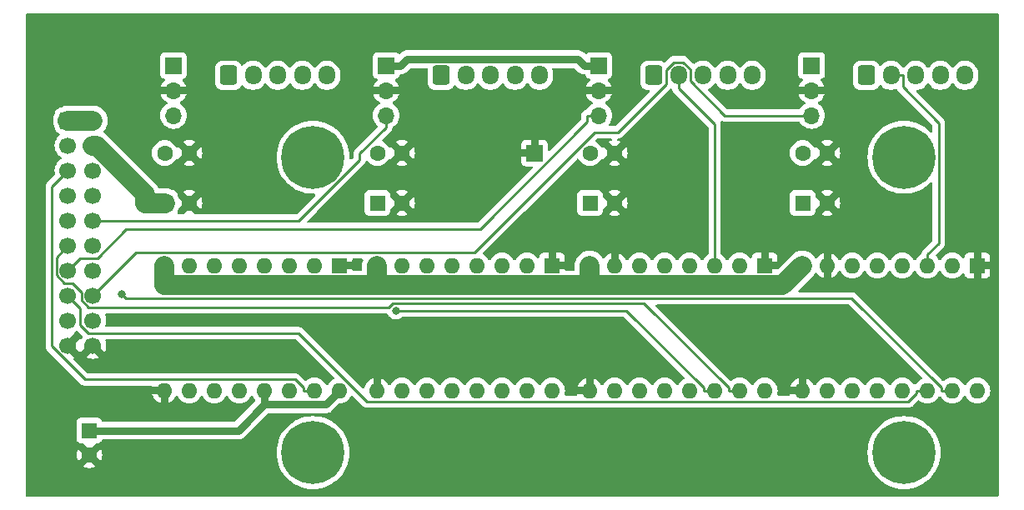
<source format=gbr>
%TF.GenerationSoftware,KiCad,Pcbnew,8.0.0*%
%TF.CreationDate,2024-03-11T16:38:20+11:00*%
%TF.ProjectId,split-flap-units,73706c69-742d-4666-9c61-702d756e6974,rev?*%
%TF.SameCoordinates,Original*%
%TF.FileFunction,Copper,L1,Top*%
%TF.FilePolarity,Positive*%
%FSLAX46Y46*%
G04 Gerber Fmt 4.6, Leading zero omitted, Abs format (unit mm)*
G04 Created by KiCad (PCBNEW 8.0.0) date 2024-03-11 16:38:20*
%MOMM*%
%LPD*%
G01*
G04 APERTURE LIST*
G04 Aperture macros list*
%AMRoundRect*
0 Rectangle with rounded corners*
0 $1 Rounding radius*
0 $2 $3 $4 $5 $6 $7 $8 $9 X,Y pos of 4 corners*
0 Add a 4 corners polygon primitive as box body*
4,1,4,$2,$3,$4,$5,$6,$7,$8,$9,$2,$3,0*
0 Add four circle primitives for the rounded corners*
1,1,$1+$1,$2,$3*
1,1,$1+$1,$4,$5*
1,1,$1+$1,$6,$7*
1,1,$1+$1,$8,$9*
0 Add four rect primitives between the rounded corners*
20,1,$1+$1,$2,$3,$4,$5,0*
20,1,$1+$1,$4,$5,$6,$7,0*
20,1,$1+$1,$6,$7,$8,$9,0*
20,1,$1+$1,$8,$9,$2,$3,0*%
G04 Aperture macros list end*
%TA.AperFunction,ComponentPad*%
%ADD10R,1.600000X1.600000*%
%TD*%
%TA.AperFunction,ComponentPad*%
%ADD11O,1.600000X1.600000*%
%TD*%
%TA.AperFunction,ComponentPad*%
%ADD12RoundRect,0.250000X-0.600000X-0.725000X0.600000X-0.725000X0.600000X0.725000X-0.600000X0.725000X0*%
%TD*%
%TA.AperFunction,ComponentPad*%
%ADD13O,1.700000X1.950000*%
%TD*%
%TA.AperFunction,ComponentPad*%
%ADD14R,1.700000X1.700000*%
%TD*%
%TA.AperFunction,ComponentPad*%
%ADD15O,1.700000X1.700000*%
%TD*%
%TA.AperFunction,ComponentPad*%
%ADD16C,1.600000*%
%TD*%
%TA.AperFunction,ComponentPad*%
%ADD17C,6.400000*%
%TD*%
%TA.AperFunction,ComponentPad*%
%ADD18RoundRect,0.250000X-0.600000X-0.600000X0.600000X-0.600000X0.600000X0.600000X-0.600000X0.600000X0*%
%TD*%
%TA.AperFunction,ComponentPad*%
%ADD19C,1.700000*%
%TD*%
%TA.AperFunction,ViaPad*%
%ADD20C,0.800000*%
%TD*%
%TA.AperFunction,Conductor*%
%ADD21C,0.800000*%
%TD*%
%TA.AperFunction,Conductor*%
%ADD22C,2.000000*%
%TD*%
%TA.AperFunction,Conductor*%
%ADD23C,0.250000*%
%TD*%
G04 APERTURE END LIST*
D10*
%TO.P,A4,1,GND*%
%TO.N,GND*%
X176530000Y-104648000D03*
D11*
%TO.P,A4,2,VDD*%
%TO.N,+3.3V*%
X173990000Y-104648000D03*
%TO.P,A4,3,1B*%
%TO.N,Net-(A4-1B)*%
X171450000Y-104648000D03*
%TO.P,A4,4,1A*%
%TO.N,Net-(A4-1A)*%
X168910000Y-104648000D03*
%TO.P,A4,5,2A*%
%TO.N,Net-(A4-2A)*%
X166370000Y-104648000D03*
%TO.P,A4,6,2B*%
%TO.N,Net-(A4-2B)*%
X163830000Y-104648000D03*
%TO.P,A4,7,GND*%
%TO.N,GND*%
X161290000Y-104648000D03*
%TO.P,A4,8,VMOT*%
%TO.N,+9V*%
X158750000Y-104648000D03*
%TO.P,A4,9,~{ENABLE}*%
%TO.N,GND*%
X158750000Y-117348000D03*
%TO.P,A4,10,MS1*%
%TO.N,unconnected-(A4-MS1-Pad10)*%
X161290000Y-117348000D03*
%TO.P,A4,11,MS2*%
%TO.N,unconnected-(A4-MS2-Pad11)*%
X163830000Y-117348000D03*
%TO.P,A4,12,MS3*%
%TO.N,unconnected-(A4-MS3-Pad12)*%
X166370000Y-117348000D03*
%TO.P,A4,13,~{RESET}*%
%TO.N,+3.3V*%
X168910000Y-117348000D03*
%TO.P,A4,14,~{SLEEP}*%
%TO.N,/en_00*%
X171450000Y-117348000D03*
%TO.P,A4,15,STEP*%
%TO.N,/step_00*%
X173990000Y-117348000D03*
%TO.P,A4,16,DIR*%
%TO.N,+3.3V*%
X176530000Y-117348000D03*
%TD*%
D12*
%TO.P,J4,1*%
%TO.N,Net-(A1-2B)*%
X100490000Y-85328000D03*
D13*
%TO.P,J4,2*%
%TO.N,Net-(A1-1B)*%
X102990000Y-85328000D03*
%TO.P,J4,3*%
%TO.N,Net-(A1-2A)*%
X105490000Y-85328000D03*
%TO.P,J4,4*%
%TO.N,Net-(A1-1A)*%
X107990000Y-85328000D03*
%TO.P,J4,5*%
%TO.N,unconnected-(J4-Pad5)*%
X110490000Y-85328000D03*
%TD*%
D14*
%TO.P,J3,1,Pin_1*%
%TO.N,+3.3V*%
X94920000Y-84328000D03*
D15*
%TO.P,J3,2,Pin_2*%
%TO.N,GND*%
X94920000Y-86868000D03*
%TO.P,J3,3,Pin_3*%
%TO.N,/sens_03*%
X94920000Y-89408000D03*
%TD*%
D10*
%TO.P,A1,1,GND*%
%TO.N,GND*%
X111760000Y-104648000D03*
D11*
%TO.P,A1,2,VDD*%
%TO.N,+3.3V*%
X109220000Y-104648000D03*
%TO.P,A1,3,1B*%
%TO.N,Net-(A1-1B)*%
X106680000Y-104648000D03*
%TO.P,A1,4,1A*%
%TO.N,Net-(A1-1A)*%
X104140000Y-104648000D03*
%TO.P,A1,5,2A*%
%TO.N,Net-(A1-2A)*%
X101600000Y-104648000D03*
%TO.P,A1,6,2B*%
%TO.N,Net-(A1-2B)*%
X99060000Y-104648000D03*
%TO.P,A1,7,GND*%
%TO.N,GND*%
X96520000Y-104648000D03*
%TO.P,A1,8,VMOT*%
%TO.N,+9V*%
X93980000Y-104648000D03*
%TO.P,A1,9,~{ENABLE}*%
%TO.N,GND*%
X93980000Y-117348000D03*
%TO.P,A1,10,MS1*%
%TO.N,unconnected-(A1-MS1-Pad10)*%
X96520000Y-117348000D03*
%TO.P,A1,11,MS2*%
%TO.N,unconnected-(A1-MS2-Pad11)*%
X99060000Y-117348000D03*
%TO.P,A1,12,MS3*%
%TO.N,unconnected-(A1-MS3-Pad12)*%
X101600000Y-117348000D03*
%TO.P,A1,13,~{RESET}*%
%TO.N,+3.3V*%
X104140000Y-117348000D03*
%TO.P,A1,14,~{SLEEP}*%
%TO.N,/en_03*%
X106680000Y-117348000D03*
%TO.P,A1,15,STEP*%
%TO.N,/step_03*%
X109220000Y-117348000D03*
%TO.P,A1,16,DIR*%
%TO.N,+3.3V*%
X111760000Y-117348000D03*
%TD*%
D16*
%TO.P,C6,1*%
%TO.N,+3.3V*%
X94020000Y-93218000D03*
%TO.P,C6,2*%
%TO.N,GND*%
X96520000Y-93218000D03*
%TD*%
D17*
%TO.P,REF3,1*%
%TO.N,N/C*%
X109075000Y-123650000D03*
%TD*%
D10*
%TO.P,C5,1*%
%TO.N,+9V*%
X158790000Y-98298000D03*
D16*
%TO.P,C5,2*%
%TO.N,GND*%
X161290000Y-98298000D03*
%TD*%
D10*
%TO.P,C2,1*%
%TO.N,+9V*%
X94020000Y-98298000D03*
D16*
%TO.P,C2,2*%
%TO.N,GND*%
X96520000Y-98298000D03*
%TD*%
D10*
%TO.P,C1,1*%
%TO.N,+3.3V*%
X86360000Y-121412000D03*
D16*
%TO.P,C1,2*%
%TO.N,GND*%
X86360000Y-123912000D03*
%TD*%
D14*
%TO.P,J7,1,Pin_1*%
%TO.N,+3.3V*%
X138100000Y-84328000D03*
D15*
%TO.P,J7,2,Pin_2*%
%TO.N,GND*%
X138100000Y-86868000D03*
%TO.P,J7,3,Pin_3*%
%TO.N,/sens_01*%
X138100000Y-89408000D03*
%TD*%
D14*
%TO.P,J5,1,Pin_1*%
%TO.N,+3.3V*%
X116510000Y-84328000D03*
D15*
%TO.P,J5,2,Pin_2*%
%TO.N,GND*%
X116510000Y-86868000D03*
%TO.P,J5,3,Pin_3*%
%TO.N,/sens_02*%
X116510000Y-89408000D03*
%TD*%
D16*
%TO.P,C9,1*%
%TO.N,+3.3V*%
X158790000Y-93218000D03*
%TO.P,C9,2*%
%TO.N,GND*%
X161290000Y-93218000D03*
%TD*%
D18*
%TO.P,J1,1,Pin_1*%
%TO.N,+9V*%
X84190000Y-89916000D03*
D19*
%TO.P,J1,2,Pin_2*%
X86730000Y-89916000D03*
%TO.P,J1,3,Pin_3*%
%TO.N,+3.3V*%
X84190000Y-92456000D03*
%TO.P,J1,4,Pin_4*%
%TO.N,+9V*%
X86730000Y-92456000D03*
%TO.P,J1,5,Pin_5*%
%TO.N,/step_03*%
X84190000Y-94996000D03*
%TO.P,J1,6,Pin_6*%
%TO.N,/en_03*%
X86730000Y-94996000D03*
%TO.P,J1,7,Pin_7*%
%TO.N,/sens_03*%
X84190000Y-97536000D03*
%TO.P,J1,8,Pin_8*%
%TO.N,/step_02*%
X86730000Y-97536000D03*
%TO.P,J1,9,Pin_9*%
%TO.N,/en_02*%
X84190000Y-100076000D03*
%TO.P,J1,10,Pin_10*%
%TO.N,/sens_02*%
X86730000Y-100076000D03*
%TO.P,J1,11,Pin_11*%
%TO.N,/step_01*%
X84190000Y-102616000D03*
%TO.P,J1,12,Pin_12*%
%TO.N,/en_01*%
X86730000Y-102616000D03*
%TO.P,J1,13,Pin_13*%
%TO.N,/sens_01*%
X84190000Y-105156000D03*
%TO.P,J1,14,Pin_14*%
%TO.N,/step_00*%
X86730000Y-105156000D03*
%TO.P,J1,15,Pin_15*%
%TO.N,/en_00*%
X84190000Y-107696000D03*
%TO.P,J1,16,Pin_16*%
%TO.N,/sens_00*%
X86730000Y-107696000D03*
%TO.P,J1,17,Pin_17*%
%TO.N,GND*%
X84190000Y-110236000D03*
%TO.P,J1,18,Pin_18*%
X86730000Y-110236000D03*
%TO.P,J1,19,Pin_19*%
X84190000Y-112776000D03*
%TO.P,J1,20,Pin_20*%
X86730000Y-112776000D03*
%TD*%
D17*
%TO.P,REF4,1*%
%TO.N,N/C*%
X169075000Y-123650000D03*
%TD*%
D16*
%TO.P,C8,1*%
%TO.N,+3.3V*%
X137200000Y-93218000D03*
%TO.P,C8,2*%
%TO.N,GND*%
X139700000Y-93218000D03*
%TD*%
D17*
%TO.P,REF2,1*%
%TO.N,N/C*%
X169075000Y-93650000D03*
%TD*%
D10*
%TO.P,C3,1*%
%TO.N,+9V*%
X115610000Y-98298000D03*
D16*
%TO.P,C3,2*%
%TO.N,GND*%
X118110000Y-98298000D03*
%TD*%
D10*
%TO.P,A2,1,GND*%
%TO.N,GND*%
X133350000Y-104648000D03*
D11*
%TO.P,A2,2,VDD*%
%TO.N,+3.3V*%
X130810000Y-104648000D03*
%TO.P,A2,3,1B*%
%TO.N,Net-(A2-1B)*%
X128270000Y-104648000D03*
%TO.P,A2,4,1A*%
%TO.N,Net-(A2-1A)*%
X125730000Y-104648000D03*
%TO.P,A2,5,2A*%
%TO.N,Net-(A2-2A)*%
X123190000Y-104648000D03*
%TO.P,A2,6,2B*%
%TO.N,Net-(A2-2B)*%
X120650000Y-104648000D03*
%TO.P,A2,7,GND*%
%TO.N,GND*%
X118110000Y-104648000D03*
%TO.P,A2,8,VMOT*%
%TO.N,+9V*%
X115570000Y-104648000D03*
%TO.P,A2,9,~{ENABLE}*%
%TO.N,GND*%
X115570000Y-117348000D03*
%TO.P,A2,10,MS1*%
%TO.N,unconnected-(A2-MS1-Pad10)*%
X118110000Y-117348000D03*
%TO.P,A2,11,MS2*%
%TO.N,unconnected-(A2-MS2-Pad11)*%
X120650000Y-117348000D03*
%TO.P,A2,12,MS3*%
%TO.N,unconnected-(A2-MS3-Pad12)*%
X123190000Y-117348000D03*
%TO.P,A2,13,~{RESET}*%
%TO.N,+3.3V*%
X125730000Y-117348000D03*
%TO.P,A2,14,~{SLEEP}*%
%TO.N,/en_02*%
X128270000Y-117348000D03*
%TO.P,A2,15,STEP*%
%TO.N,/step_02*%
X130810000Y-117348000D03*
%TO.P,A2,16,DIR*%
%TO.N,+3.3V*%
X133350000Y-117348000D03*
%TD*%
D16*
%TO.P,C7,1*%
%TO.N,+3.3V*%
X115610000Y-93218000D03*
%TO.P,C7,2*%
%TO.N,GND*%
X118110000Y-93218000D03*
%TD*%
D17*
%TO.P,REF1,1*%
%TO.N,N/C*%
X109075000Y-93650000D03*
%TD*%
D10*
%TO.P,A3,1,GND*%
%TO.N,GND*%
X154940000Y-104648000D03*
D11*
%TO.P,A3,2,VDD*%
%TO.N,+3.3V*%
X152400000Y-104648000D03*
%TO.P,A3,3,1B*%
%TO.N,Net-(A3-1B)*%
X149860000Y-104648000D03*
%TO.P,A3,4,1A*%
%TO.N,Net-(A3-1A)*%
X147320000Y-104648000D03*
%TO.P,A3,5,2A*%
%TO.N,Net-(A3-2A)*%
X144780000Y-104648000D03*
%TO.P,A3,6,2B*%
%TO.N,Net-(A3-2B)*%
X142240000Y-104648000D03*
%TO.P,A3,7,GND*%
%TO.N,GND*%
X139700000Y-104648000D03*
%TO.P,A3,8,VMOT*%
%TO.N,+9V*%
X137160000Y-104648000D03*
%TO.P,A3,9,~{ENABLE}*%
%TO.N,GND*%
X137160000Y-117348000D03*
%TO.P,A3,10,MS1*%
%TO.N,unconnected-(A3-MS1-Pad10)*%
X139700000Y-117348000D03*
%TO.P,A3,11,MS2*%
%TO.N,unconnected-(A3-MS2-Pad11)*%
X142240000Y-117348000D03*
%TO.P,A3,12,MS3*%
%TO.N,unconnected-(A3-MS3-Pad12)*%
X144780000Y-117348000D03*
%TO.P,A3,13,~{RESET}*%
%TO.N,+3.3V*%
X147320000Y-117348000D03*
%TO.P,A3,14,~{SLEEP}*%
%TO.N,/en_01*%
X149860000Y-117348000D03*
%TO.P,A3,15,STEP*%
%TO.N,/step_01*%
X152400000Y-117348000D03*
%TO.P,A3,16,DIR*%
%TO.N,+3.3V*%
X154940000Y-117348000D03*
%TD*%
D12*
%TO.P,J8,1*%
%TO.N,Net-(A3-2B)*%
X143670000Y-85328000D03*
D13*
%TO.P,J8,2*%
%TO.N,Net-(A3-1B)*%
X146170000Y-85328000D03*
%TO.P,J8,3*%
%TO.N,Net-(A3-2A)*%
X148670000Y-85328000D03*
%TO.P,J8,4*%
%TO.N,Net-(A3-1A)*%
X151170000Y-85328000D03*
%TO.P,J8,5*%
%TO.N,unconnected-(J8-Pad5)*%
X153670000Y-85328000D03*
%TD*%
D12*
%TO.P,J10,1*%
%TO.N,Net-(A4-2B)*%
X165270000Y-85328000D03*
D13*
%TO.P,J10,2*%
%TO.N,Net-(A4-1B)*%
X167770000Y-85328000D03*
%TO.P,J10,3*%
%TO.N,Net-(A4-2A)*%
X170270000Y-85328000D03*
%TO.P,J10,4*%
%TO.N,Net-(A4-1A)*%
X172770000Y-85328000D03*
%TO.P,J10,5*%
%TO.N,unconnected-(J10-Pad5)*%
X175270000Y-85328000D03*
%TD*%
D14*
%TO.P,J9,1,Pin_1*%
%TO.N,+3.3V*%
X159700000Y-84328000D03*
D15*
%TO.P,J9,2,Pin_2*%
%TO.N,GND*%
X159700000Y-86868000D03*
%TO.P,J9,3,Pin_3*%
%TO.N,/sens_00*%
X159700000Y-89408000D03*
%TD*%
D12*
%TO.P,J6,1*%
%TO.N,Net-(A2-2B)*%
X122080000Y-85328000D03*
D13*
%TO.P,J6,2*%
%TO.N,Net-(A2-1B)*%
X124580000Y-85328000D03*
%TO.P,J6,3*%
%TO.N,Net-(A2-2A)*%
X127080000Y-85328000D03*
%TO.P,J6,4*%
%TO.N,Net-(A2-1A)*%
X129580000Y-85328000D03*
%TO.P,J6,5*%
%TO.N,unconnected-(J6-Pad5)*%
X132080000Y-85328000D03*
%TD*%
D14*
%TO.P,J2,1,Pin_1*%
%TO.N,GND*%
X131572000Y-93218000D03*
%TD*%
D10*
%TO.P,C4,1*%
%TO.N,+9V*%
X137200000Y-98298000D03*
D16*
%TO.P,C4,2*%
%TO.N,GND*%
X139700000Y-98298000D03*
%TD*%
D20*
%TO.N,/step_00*%
X89682600Y-107586200D03*
%TO.N,/en_01*%
X117491700Y-109211100D03*
%TD*%
D21*
%TO.N,+3.3V*%
X135997300Y-83677000D02*
X136648300Y-84328000D01*
X86360000Y-121412000D02*
X87761700Y-121412000D01*
X118612700Y-83677000D02*
X135997300Y-83677000D01*
X138100000Y-84328000D02*
X136648300Y-84328000D01*
X110358300Y-118749700D02*
X104140000Y-118749700D01*
X117961700Y-84328000D02*
X118612700Y-83677000D01*
X104140000Y-117348000D02*
X104140000Y-118749700D01*
X116510000Y-84328000D02*
X117961700Y-84328000D01*
X104140000Y-118749700D02*
X101477700Y-121412000D01*
X101477700Y-121412000D02*
X87761700Y-121412000D01*
X111760000Y-117348000D02*
X110358300Y-118749700D01*
D22*
%TO.N,+9V*%
X115570000Y-106649700D02*
X137160000Y-106649700D01*
X86730000Y-92456000D02*
X87092000Y-92456000D01*
X93980000Y-104648000D02*
X93980000Y-106649700D01*
X87092000Y-92456000D02*
X92018300Y-97382300D01*
X137160000Y-104648000D02*
X137160000Y-106649700D01*
X94020000Y-98298000D02*
X92018300Y-98298000D01*
X86730000Y-89916000D02*
X84190000Y-89916000D01*
X115570000Y-104648000D02*
X115570000Y-106649700D01*
X115570000Y-106649700D02*
X93980000Y-106649700D01*
X156748300Y-106649700D02*
X158750000Y-104648000D01*
X92018300Y-97382300D02*
X92018300Y-98298000D01*
X137160000Y-106649700D02*
X156748300Y-106649700D01*
D23*
%TO.N,/step_00*%
X90072800Y-107976400D02*
X89682600Y-107586200D01*
X173990000Y-117348000D02*
X172863300Y-117348000D01*
X163773400Y-107976400D02*
X90072800Y-107976400D01*
X172863300Y-117066300D02*
X163773400Y-107976400D01*
X172863300Y-117348000D02*
X172863300Y-117066300D01*
%TO.N,/step_01*%
X117190800Y-108484400D02*
X116760100Y-108915100D01*
X84620900Y-106426000D02*
X83795900Y-106426000D01*
X83795900Y-106426000D02*
X83013300Y-105643400D01*
X116760100Y-108915100D02*
X86276300Y-108915100D01*
X151273300Y-117348000D02*
X151273300Y-117066300D01*
X142691400Y-108484400D02*
X117190800Y-108484400D01*
X152400000Y-117348000D02*
X151273300Y-117348000D01*
X83013300Y-105643400D02*
X83013300Y-103792700D01*
X86276300Y-108915100D02*
X85553300Y-108192100D01*
X151273300Y-117066300D02*
X142691400Y-108484400D01*
X83013300Y-103792700D02*
X84190000Y-102616000D01*
X85553300Y-107358400D02*
X84620900Y-106426000D01*
X85553300Y-108192100D02*
X85553300Y-107358400D01*
%TO.N,Net-(A3-1B)*%
X149860000Y-90319700D02*
X149860000Y-104648000D01*
X146170000Y-86629700D02*
X149860000Y-90319700D01*
X146170000Y-85328000D02*
X146170000Y-86629700D01*
%TO.N,/en_01*%
X117491700Y-109211100D02*
X140878100Y-109211100D01*
X149860000Y-117348000D02*
X148733300Y-117348000D01*
X148733300Y-117066300D02*
X148733300Y-117348000D01*
X140878100Y-109211100D02*
X148733300Y-117066300D01*
%TO.N,Net-(A4-1B)*%
X172610500Y-102360800D02*
X171450000Y-103521300D01*
X168946700Y-86504700D02*
X172610500Y-90168500D01*
X171450000Y-104648000D02*
X171450000Y-103521300D01*
X167770000Y-85328000D02*
X168946700Y-85328000D01*
X172610500Y-90168500D02*
X172610500Y-102360800D01*
X168946700Y-85328000D02*
X168946700Y-86504700D01*
%TO.N,/en_00*%
X169478400Y-118474700D02*
X170323300Y-117629800D01*
X85460000Y-110666800D02*
X86299200Y-111506000D01*
X170323300Y-117629800D02*
X170323300Y-117348000D01*
X86299200Y-111506000D02*
X107597100Y-111506000D01*
X84190000Y-107696000D02*
X85460000Y-108966000D01*
X107597100Y-111506000D02*
X114565800Y-118474700D01*
X114565800Y-118474700D02*
X169478400Y-118474700D01*
X171450000Y-117348000D02*
X170323300Y-117348000D01*
X85460000Y-108966000D02*
X85460000Y-110666800D01*
%TO.N,/step_03*%
X85937900Y-116221300D02*
X107248400Y-116221300D01*
X82553400Y-96632600D02*
X82553400Y-112836800D01*
X109220000Y-117348000D02*
X108093300Y-117348000D01*
X84190000Y-94996000D02*
X82553400Y-96632600D01*
X108093300Y-117066200D02*
X108093300Y-117348000D01*
X82553400Y-112836800D02*
X85937900Y-116221300D01*
X107248400Y-116221300D02*
X108093300Y-117066200D01*
%TO.N,/sens_00*%
X86730000Y-107696000D02*
X91104700Y-103321300D01*
X91104700Y-103321300D02*
X125455300Y-103321300D01*
X144920500Y-84778300D02*
X145712200Y-83986600D01*
X137682100Y-91094500D02*
X140050700Y-91094500D01*
X125455300Y-103321300D02*
X137682100Y-91094500D01*
X150908700Y-89408000D02*
X159700000Y-89408000D01*
X145712200Y-83986600D02*
X146668800Y-83986600D01*
X146668800Y-83986600D02*
X147420000Y-84737800D01*
X147420000Y-85919300D02*
X150908700Y-89408000D01*
X147420000Y-84737800D02*
X147420000Y-85919300D01*
X144920500Y-86224700D02*
X144920500Y-84778300D01*
X140050700Y-91094500D02*
X144920500Y-86224700D01*
%TO.N,/sens_01*%
X136923300Y-90069900D02*
X136923300Y-89408000D01*
X85460000Y-103886000D02*
X87160800Y-103886000D01*
X87160800Y-103886000D02*
X90113100Y-100933700D01*
X84190000Y-105156000D02*
X85460000Y-103886000D01*
X90113100Y-100933700D02*
X126059500Y-100933700D01*
X126059500Y-100933700D02*
X136923300Y-90069900D01*
X138100000Y-89408000D02*
X136923300Y-89408000D01*
%TO.N,/sens_02*%
X107636600Y-100076000D02*
X113825200Y-93887400D01*
X86730000Y-100076000D02*
X107636600Y-100076000D01*
X113825200Y-93269500D02*
X116510000Y-90584700D01*
X113825200Y-93887400D02*
X113825200Y-93269500D01*
X116510000Y-89408000D02*
X116510000Y-90584700D01*
%TD*%
%TA.AperFunction,Conductor*%
%TO.N,GND*%
G36*
X116637577Y-109560285D02*
G01*
X116677924Y-109602599D01*
X116759167Y-109743316D01*
X116860885Y-109856285D01*
X116885829Y-109883988D01*
X117038965Y-109995248D01*
X117038970Y-109995251D01*
X117211892Y-110072242D01*
X117211897Y-110072244D01*
X117397054Y-110111600D01*
X117397055Y-110111600D01*
X117586344Y-110111600D01*
X117586346Y-110111600D01*
X117771503Y-110072244D01*
X117944430Y-109995251D01*
X118097571Y-109883988D01*
X118100488Y-109880747D01*
X118103300Y-109877626D01*
X118162787Y-109840979D01*
X118195448Y-109836600D01*
X140567648Y-109836600D01*
X140634687Y-109856285D01*
X140655329Y-109872919D01*
X146768855Y-115986446D01*
X146802340Y-116047769D01*
X146797356Y-116117461D01*
X146755484Y-116173394D01*
X146733580Y-116186509D01*
X146667264Y-116217433D01*
X146480858Y-116347954D01*
X146319954Y-116508858D01*
X146189432Y-116695265D01*
X146189431Y-116695267D01*
X146162382Y-116753275D01*
X146116209Y-116805714D01*
X146049016Y-116824866D01*
X145982135Y-116804650D01*
X145937618Y-116753275D01*
X145923629Y-116723275D01*
X145910568Y-116695266D01*
X145780047Y-116508861D01*
X145780045Y-116508858D01*
X145619141Y-116347954D01*
X145432734Y-116217432D01*
X145432732Y-116217431D01*
X145226497Y-116121261D01*
X145226488Y-116121258D01*
X145006697Y-116062366D01*
X145006693Y-116062365D01*
X145006692Y-116062365D01*
X145006691Y-116062364D01*
X145006686Y-116062364D01*
X144780002Y-116042532D01*
X144779998Y-116042532D01*
X144553313Y-116062364D01*
X144553302Y-116062366D01*
X144333511Y-116121258D01*
X144333502Y-116121261D01*
X144127267Y-116217431D01*
X144127265Y-116217432D01*
X143940858Y-116347954D01*
X143779954Y-116508858D01*
X143649432Y-116695265D01*
X143649431Y-116695267D01*
X143622382Y-116753275D01*
X143576209Y-116805714D01*
X143509016Y-116824866D01*
X143442135Y-116804650D01*
X143397618Y-116753275D01*
X143383629Y-116723275D01*
X143370568Y-116695266D01*
X143240047Y-116508861D01*
X143240045Y-116508858D01*
X143079141Y-116347954D01*
X142892734Y-116217432D01*
X142892732Y-116217431D01*
X142686497Y-116121261D01*
X142686488Y-116121258D01*
X142466697Y-116062366D01*
X142466693Y-116062365D01*
X142466692Y-116062365D01*
X142466691Y-116062364D01*
X142466686Y-116062364D01*
X142240002Y-116042532D01*
X142239998Y-116042532D01*
X142013313Y-116062364D01*
X142013302Y-116062366D01*
X141793511Y-116121258D01*
X141793502Y-116121261D01*
X141587267Y-116217431D01*
X141587265Y-116217432D01*
X141400858Y-116347954D01*
X141239954Y-116508858D01*
X141109432Y-116695265D01*
X141109431Y-116695267D01*
X141082382Y-116753275D01*
X141036209Y-116805714D01*
X140969016Y-116824866D01*
X140902135Y-116804650D01*
X140857618Y-116753275D01*
X140843629Y-116723275D01*
X140830568Y-116695266D01*
X140700047Y-116508861D01*
X140700045Y-116508858D01*
X140539141Y-116347954D01*
X140352734Y-116217432D01*
X140352732Y-116217431D01*
X140146497Y-116121261D01*
X140146488Y-116121258D01*
X139926697Y-116062366D01*
X139926693Y-116062365D01*
X139926692Y-116062365D01*
X139926691Y-116062364D01*
X139926686Y-116062364D01*
X139700002Y-116042532D01*
X139699998Y-116042532D01*
X139473313Y-116062364D01*
X139473302Y-116062366D01*
X139253511Y-116121258D01*
X139253502Y-116121261D01*
X139047267Y-116217431D01*
X139047265Y-116217432D01*
X138860858Y-116347954D01*
X138699954Y-116508858D01*
X138622110Y-116620033D01*
X138569432Y-116695266D01*
X138556733Y-116722500D01*
X138542106Y-116753867D01*
X138495933Y-116806306D01*
X138428739Y-116825457D01*
X138361858Y-116805241D01*
X138317342Y-116753865D01*
X138290135Y-116695520D01*
X138290134Y-116695518D01*
X138159657Y-116509179D01*
X137998820Y-116348342D01*
X137812482Y-116217865D01*
X137606324Y-116121733D01*
X137606321Y-116121732D01*
X137535000Y-116102620D01*
X137535000Y-117202036D01*
X137532741Y-117193606D01*
X137480080Y-117102394D01*
X137405606Y-117027920D01*
X137314394Y-116975259D01*
X137212661Y-116948000D01*
X137107339Y-116948000D01*
X137005606Y-116975259D01*
X136914394Y-117027920D01*
X136839920Y-117102394D01*
X136787259Y-117193606D01*
X136760000Y-117295339D01*
X136760000Y-117400661D01*
X136787259Y-117502394D01*
X136839920Y-117593606D01*
X136914394Y-117668080D01*
X137005606Y-117720741D01*
X137014037Y-117723000D01*
X135914621Y-117723000D01*
X135905620Y-117734730D01*
X135904949Y-117762955D01*
X135865787Y-117820818D01*
X135801559Y-117848323D01*
X135786836Y-117849200D01*
X134723681Y-117849200D01*
X134656642Y-117829515D01*
X134610887Y-117776711D01*
X134600943Y-117707553D01*
X134603906Y-117693107D01*
X134620000Y-117633042D01*
X134635635Y-117574692D01*
X134655468Y-117348000D01*
X134635635Y-117121308D01*
X134595896Y-116972999D01*
X135914620Y-116972999D01*
X135914621Y-116973000D01*
X136785000Y-116973000D01*
X136785000Y-116102621D01*
X136784999Y-116102620D01*
X136713678Y-116121732D01*
X136713675Y-116121733D01*
X136507517Y-116217865D01*
X136321179Y-116348342D01*
X136160342Y-116509179D01*
X136029865Y-116695517D01*
X135933733Y-116901675D01*
X135933732Y-116901678D01*
X135914620Y-116972999D01*
X134595896Y-116972999D01*
X134589198Y-116948000D01*
X134576741Y-116901511D01*
X134576738Y-116901502D01*
X134532071Y-116805714D01*
X134480568Y-116695266D01*
X134350047Y-116508861D01*
X134350045Y-116508858D01*
X134189141Y-116347954D01*
X134002734Y-116217432D01*
X134002732Y-116217431D01*
X133796497Y-116121261D01*
X133796488Y-116121258D01*
X133576697Y-116062366D01*
X133576693Y-116062365D01*
X133576692Y-116062365D01*
X133576691Y-116062364D01*
X133576686Y-116062364D01*
X133350002Y-116042532D01*
X133349998Y-116042532D01*
X133123313Y-116062364D01*
X133123302Y-116062366D01*
X132903511Y-116121258D01*
X132903502Y-116121261D01*
X132697267Y-116217431D01*
X132697265Y-116217432D01*
X132510858Y-116347954D01*
X132349954Y-116508858D01*
X132219432Y-116695265D01*
X132219431Y-116695267D01*
X132192382Y-116753275D01*
X132146209Y-116805714D01*
X132079016Y-116824866D01*
X132012135Y-116804650D01*
X131967618Y-116753275D01*
X131953629Y-116723275D01*
X131940568Y-116695266D01*
X131810047Y-116508861D01*
X131810045Y-116508858D01*
X131649141Y-116347954D01*
X131462734Y-116217432D01*
X131462732Y-116217431D01*
X131256497Y-116121261D01*
X131256488Y-116121258D01*
X131036697Y-116062366D01*
X131036693Y-116062365D01*
X131036692Y-116062365D01*
X131036691Y-116062364D01*
X131036686Y-116062364D01*
X130810002Y-116042532D01*
X130809998Y-116042532D01*
X130583313Y-116062364D01*
X130583302Y-116062366D01*
X130363511Y-116121258D01*
X130363502Y-116121261D01*
X130157267Y-116217431D01*
X130157265Y-116217432D01*
X129970858Y-116347954D01*
X129809954Y-116508858D01*
X129679432Y-116695265D01*
X129679431Y-116695267D01*
X129652382Y-116753275D01*
X129606209Y-116805714D01*
X129539016Y-116824866D01*
X129472135Y-116804650D01*
X129427618Y-116753275D01*
X129413629Y-116723275D01*
X129400568Y-116695266D01*
X129270047Y-116508861D01*
X129270045Y-116508858D01*
X129109141Y-116347954D01*
X128922734Y-116217432D01*
X128922732Y-116217431D01*
X128716497Y-116121261D01*
X128716488Y-116121258D01*
X128496697Y-116062366D01*
X128496693Y-116062365D01*
X128496692Y-116062365D01*
X128496691Y-116062364D01*
X128496686Y-116062364D01*
X128270002Y-116042532D01*
X128269998Y-116042532D01*
X128043313Y-116062364D01*
X128043302Y-116062366D01*
X127823511Y-116121258D01*
X127823502Y-116121261D01*
X127617267Y-116217431D01*
X127617265Y-116217432D01*
X127430858Y-116347954D01*
X127269954Y-116508858D01*
X127139432Y-116695265D01*
X127139431Y-116695267D01*
X127112382Y-116753275D01*
X127066209Y-116805714D01*
X126999016Y-116824866D01*
X126932135Y-116804650D01*
X126887618Y-116753275D01*
X126873629Y-116723275D01*
X126860568Y-116695266D01*
X126730047Y-116508861D01*
X126730045Y-116508858D01*
X126569141Y-116347954D01*
X126382734Y-116217432D01*
X126382732Y-116217431D01*
X126176497Y-116121261D01*
X126176488Y-116121258D01*
X125956697Y-116062366D01*
X125956693Y-116062365D01*
X125956692Y-116062365D01*
X125956691Y-116062364D01*
X125956686Y-116062364D01*
X125730002Y-116042532D01*
X125729998Y-116042532D01*
X125503313Y-116062364D01*
X125503302Y-116062366D01*
X125283511Y-116121258D01*
X125283502Y-116121261D01*
X125077267Y-116217431D01*
X125077265Y-116217432D01*
X124890858Y-116347954D01*
X124729954Y-116508858D01*
X124599432Y-116695265D01*
X124599431Y-116695267D01*
X124572382Y-116753275D01*
X124526209Y-116805714D01*
X124459016Y-116824866D01*
X124392135Y-116804650D01*
X124347618Y-116753275D01*
X124333629Y-116723275D01*
X124320568Y-116695266D01*
X124190047Y-116508861D01*
X124190045Y-116508858D01*
X124029141Y-116347954D01*
X123842734Y-116217432D01*
X123842732Y-116217431D01*
X123636497Y-116121261D01*
X123636488Y-116121258D01*
X123416697Y-116062366D01*
X123416693Y-116062365D01*
X123416692Y-116062365D01*
X123416691Y-116062364D01*
X123416686Y-116062364D01*
X123190002Y-116042532D01*
X123189998Y-116042532D01*
X122963313Y-116062364D01*
X122963302Y-116062366D01*
X122743511Y-116121258D01*
X122743502Y-116121261D01*
X122537267Y-116217431D01*
X122537265Y-116217432D01*
X122350858Y-116347954D01*
X122189954Y-116508858D01*
X122059432Y-116695265D01*
X122059431Y-116695267D01*
X122032382Y-116753275D01*
X121986209Y-116805714D01*
X121919016Y-116824866D01*
X121852135Y-116804650D01*
X121807618Y-116753275D01*
X121793629Y-116723275D01*
X121780568Y-116695266D01*
X121650047Y-116508861D01*
X121650045Y-116508858D01*
X121489141Y-116347954D01*
X121302734Y-116217432D01*
X121302732Y-116217431D01*
X121096497Y-116121261D01*
X121096488Y-116121258D01*
X120876697Y-116062366D01*
X120876693Y-116062365D01*
X120876692Y-116062365D01*
X120876691Y-116062364D01*
X120876686Y-116062364D01*
X120650002Y-116042532D01*
X120649998Y-116042532D01*
X120423313Y-116062364D01*
X120423302Y-116062366D01*
X120203511Y-116121258D01*
X120203502Y-116121261D01*
X119997267Y-116217431D01*
X119997265Y-116217432D01*
X119810858Y-116347954D01*
X119649954Y-116508858D01*
X119519432Y-116695265D01*
X119519431Y-116695267D01*
X119492382Y-116753275D01*
X119446209Y-116805714D01*
X119379016Y-116824866D01*
X119312135Y-116804650D01*
X119267618Y-116753275D01*
X119253629Y-116723275D01*
X119240568Y-116695266D01*
X119110047Y-116508861D01*
X119110045Y-116508858D01*
X118949141Y-116347954D01*
X118762734Y-116217432D01*
X118762732Y-116217431D01*
X118556497Y-116121261D01*
X118556488Y-116121258D01*
X118336697Y-116062366D01*
X118336693Y-116062365D01*
X118336692Y-116062365D01*
X118336691Y-116062364D01*
X118336686Y-116062364D01*
X118110002Y-116042532D01*
X118109998Y-116042532D01*
X117883313Y-116062364D01*
X117883302Y-116062366D01*
X117663511Y-116121258D01*
X117663502Y-116121261D01*
X117457267Y-116217431D01*
X117457265Y-116217432D01*
X117270858Y-116347954D01*
X117109954Y-116508858D01*
X117032110Y-116620033D01*
X116979432Y-116695266D01*
X116966733Y-116722500D01*
X116952106Y-116753867D01*
X116905933Y-116806306D01*
X116838739Y-116825457D01*
X116771858Y-116805241D01*
X116727342Y-116753865D01*
X116700135Y-116695520D01*
X116700134Y-116695518D01*
X116569657Y-116509179D01*
X116408820Y-116348342D01*
X116222482Y-116217865D01*
X116016324Y-116121733D01*
X116016321Y-116121732D01*
X115945000Y-116102620D01*
X115945000Y-117202036D01*
X115942741Y-117193606D01*
X115890080Y-117102394D01*
X115815606Y-117027920D01*
X115724394Y-116975259D01*
X115622661Y-116948000D01*
X115517339Y-116948000D01*
X115415606Y-116975259D01*
X115324394Y-117027920D01*
X115249920Y-117102394D01*
X115197259Y-117193606D01*
X115195000Y-117202036D01*
X115195000Y-116102621D01*
X115194999Y-116102620D01*
X115123678Y-116121732D01*
X115123675Y-116121733D01*
X114917517Y-116217865D01*
X114731179Y-116348342D01*
X114570342Y-116509179D01*
X114439865Y-116695517D01*
X114343734Y-116901673D01*
X114343731Y-116901680D01*
X114300765Y-117062032D01*
X114264400Y-117121692D01*
X114201553Y-117152221D01*
X114132177Y-117143926D01*
X114093309Y-117117619D01*
X108087298Y-111111608D01*
X108087278Y-111111586D01*
X107995833Y-111020141D01*
X107944609Y-110985915D01*
X107893387Y-110951689D01*
X107893386Y-110951688D01*
X107893383Y-110951686D01*
X107893380Y-110951685D01*
X107812892Y-110918347D01*
X107779553Y-110904537D01*
X107769527Y-110902543D01*
X107719129Y-110892518D01*
X107658710Y-110880500D01*
X107658707Y-110880500D01*
X107658706Y-110880500D01*
X88113666Y-110880500D01*
X88046627Y-110860815D01*
X88000872Y-110808011D01*
X87990928Y-110738853D01*
X88001284Y-110704096D01*
X88003428Y-110699497D01*
X88003433Y-110699483D01*
X88064567Y-110471326D01*
X88064569Y-110471315D01*
X88085157Y-110236001D01*
X88085157Y-110235998D01*
X88064569Y-110000684D01*
X88064567Y-110000673D01*
X88003433Y-109772516D01*
X88003428Y-109772502D01*
X87977549Y-109717004D01*
X87967057Y-109647927D01*
X87995577Y-109584143D01*
X88054054Y-109545904D01*
X88089931Y-109540600D01*
X116570538Y-109540600D01*
X116637577Y-109560285D01*
G37*
%TD.AperFunction*%
%TA.AperFunction,Conductor*%
G36*
X163529987Y-108621585D02*
G01*
X163550629Y-108638219D01*
X170898856Y-115986446D01*
X170932341Y-116047769D01*
X170927357Y-116117461D01*
X170885485Y-116173394D01*
X170863580Y-116186509D01*
X170797267Y-116217431D01*
X170797265Y-116217432D01*
X170610858Y-116347954D01*
X170449953Y-116508859D01*
X170335175Y-116672781D01*
X170280598Y-116716406D01*
X170257791Y-116723275D01*
X170163695Y-116741992D01*
X170094104Y-116735765D01*
X170038926Y-116692902D01*
X170037974Y-116691562D01*
X169910047Y-116508861D01*
X169910045Y-116508858D01*
X169749141Y-116347954D01*
X169562734Y-116217432D01*
X169562732Y-116217431D01*
X169356497Y-116121261D01*
X169356488Y-116121258D01*
X169136697Y-116062366D01*
X169136693Y-116062365D01*
X169136692Y-116062365D01*
X169136691Y-116062364D01*
X169136686Y-116062364D01*
X168910002Y-116042532D01*
X168909998Y-116042532D01*
X168683313Y-116062364D01*
X168683302Y-116062366D01*
X168463511Y-116121258D01*
X168463502Y-116121261D01*
X168257267Y-116217431D01*
X168257265Y-116217432D01*
X168070858Y-116347954D01*
X167909954Y-116508858D01*
X167779432Y-116695265D01*
X167779431Y-116695267D01*
X167752382Y-116753275D01*
X167706209Y-116805714D01*
X167639016Y-116824866D01*
X167572135Y-116804650D01*
X167527618Y-116753275D01*
X167513629Y-116723275D01*
X167500568Y-116695266D01*
X167370047Y-116508861D01*
X167370045Y-116508858D01*
X167209141Y-116347954D01*
X167022734Y-116217432D01*
X167022732Y-116217431D01*
X166816497Y-116121261D01*
X166816488Y-116121258D01*
X166596697Y-116062366D01*
X166596693Y-116062365D01*
X166596692Y-116062365D01*
X166596691Y-116062364D01*
X166596686Y-116062364D01*
X166370002Y-116042532D01*
X166369998Y-116042532D01*
X166143313Y-116062364D01*
X166143302Y-116062366D01*
X165923511Y-116121258D01*
X165923502Y-116121261D01*
X165717267Y-116217431D01*
X165717265Y-116217432D01*
X165530858Y-116347954D01*
X165369954Y-116508858D01*
X165239432Y-116695265D01*
X165239431Y-116695267D01*
X165212382Y-116753275D01*
X165166209Y-116805714D01*
X165099016Y-116824866D01*
X165032135Y-116804650D01*
X164987618Y-116753275D01*
X164973629Y-116723275D01*
X164960568Y-116695266D01*
X164830047Y-116508861D01*
X164830045Y-116508858D01*
X164669141Y-116347954D01*
X164482734Y-116217432D01*
X164482732Y-116217431D01*
X164276497Y-116121261D01*
X164276488Y-116121258D01*
X164056697Y-116062366D01*
X164056693Y-116062365D01*
X164056692Y-116062365D01*
X164056691Y-116062364D01*
X164056686Y-116062364D01*
X163830002Y-116042532D01*
X163829998Y-116042532D01*
X163603313Y-116062364D01*
X163603302Y-116062366D01*
X163383511Y-116121258D01*
X163383502Y-116121261D01*
X163177267Y-116217431D01*
X163177265Y-116217432D01*
X162990858Y-116347954D01*
X162829954Y-116508858D01*
X162699432Y-116695265D01*
X162699431Y-116695267D01*
X162672382Y-116753275D01*
X162626209Y-116805714D01*
X162559016Y-116824866D01*
X162492135Y-116804650D01*
X162447618Y-116753275D01*
X162433629Y-116723275D01*
X162420568Y-116695266D01*
X162290047Y-116508861D01*
X162290045Y-116508858D01*
X162129141Y-116347954D01*
X161942734Y-116217432D01*
X161942732Y-116217431D01*
X161736497Y-116121261D01*
X161736488Y-116121258D01*
X161516697Y-116062366D01*
X161516693Y-116062365D01*
X161516692Y-116062365D01*
X161516691Y-116062364D01*
X161516686Y-116062364D01*
X161290002Y-116042532D01*
X161289998Y-116042532D01*
X161063313Y-116062364D01*
X161063302Y-116062366D01*
X160843511Y-116121258D01*
X160843502Y-116121261D01*
X160637267Y-116217431D01*
X160637265Y-116217432D01*
X160450858Y-116347954D01*
X160289954Y-116508858D01*
X160212110Y-116620033D01*
X160159432Y-116695266D01*
X160146733Y-116722500D01*
X160132106Y-116753867D01*
X160085933Y-116806306D01*
X160018739Y-116825457D01*
X159951858Y-116805241D01*
X159907342Y-116753865D01*
X159880135Y-116695520D01*
X159880134Y-116695518D01*
X159749657Y-116509179D01*
X159588820Y-116348342D01*
X159402482Y-116217865D01*
X159196324Y-116121733D01*
X159196321Y-116121732D01*
X159125000Y-116102620D01*
X159125000Y-117202036D01*
X159122741Y-117193606D01*
X159070080Y-117102394D01*
X158995606Y-117027920D01*
X158904394Y-116975259D01*
X158802661Y-116948000D01*
X158697339Y-116948000D01*
X158595606Y-116975259D01*
X158504394Y-117027920D01*
X158429920Y-117102394D01*
X158377259Y-117193606D01*
X158350000Y-117295339D01*
X158350000Y-117400661D01*
X158377259Y-117502394D01*
X158429920Y-117593606D01*
X158504394Y-117668080D01*
X158595606Y-117720741D01*
X158604037Y-117723000D01*
X157504621Y-117723000D01*
X157495620Y-117734730D01*
X157494949Y-117762955D01*
X157455787Y-117820818D01*
X157391559Y-117848323D01*
X157376836Y-117849200D01*
X156313681Y-117849200D01*
X156246642Y-117829515D01*
X156200887Y-117776711D01*
X156190943Y-117707553D01*
X156193906Y-117693107D01*
X156210000Y-117633042D01*
X156225635Y-117574692D01*
X156245468Y-117348000D01*
X156225635Y-117121308D01*
X156185896Y-116972999D01*
X157504620Y-116972999D01*
X157504621Y-116973000D01*
X158375000Y-116973000D01*
X158375000Y-116102621D01*
X158374999Y-116102620D01*
X158303678Y-116121732D01*
X158303675Y-116121733D01*
X158097517Y-116217865D01*
X157911179Y-116348342D01*
X157750342Y-116509179D01*
X157619865Y-116695517D01*
X157523733Y-116901675D01*
X157523732Y-116901678D01*
X157504620Y-116972999D01*
X156185896Y-116972999D01*
X156179198Y-116948000D01*
X156166741Y-116901511D01*
X156166738Y-116901502D01*
X156122071Y-116805714D01*
X156070568Y-116695266D01*
X155940047Y-116508861D01*
X155940045Y-116508858D01*
X155779141Y-116347954D01*
X155592734Y-116217432D01*
X155592732Y-116217431D01*
X155386497Y-116121261D01*
X155386488Y-116121258D01*
X155166697Y-116062366D01*
X155166693Y-116062365D01*
X155166692Y-116062365D01*
X155166691Y-116062364D01*
X155166686Y-116062364D01*
X154940002Y-116042532D01*
X154939998Y-116042532D01*
X154713313Y-116062364D01*
X154713302Y-116062366D01*
X154493511Y-116121258D01*
X154493502Y-116121261D01*
X154287267Y-116217431D01*
X154287265Y-116217432D01*
X154100858Y-116347954D01*
X153939954Y-116508858D01*
X153809432Y-116695265D01*
X153809431Y-116695267D01*
X153782382Y-116753275D01*
X153736209Y-116805714D01*
X153669016Y-116824866D01*
X153602135Y-116804650D01*
X153557618Y-116753275D01*
X153543629Y-116723275D01*
X153530568Y-116695266D01*
X153400047Y-116508861D01*
X153400045Y-116508858D01*
X153239141Y-116347954D01*
X153052734Y-116217432D01*
X153052732Y-116217431D01*
X152846497Y-116121261D01*
X152846488Y-116121258D01*
X152626697Y-116062366D01*
X152626693Y-116062365D01*
X152626692Y-116062365D01*
X152626691Y-116062364D01*
X152626686Y-116062364D01*
X152400002Y-116042532D01*
X152399998Y-116042532D01*
X152173313Y-116062364D01*
X152173302Y-116062366D01*
X151953511Y-116121258D01*
X151953502Y-116121261D01*
X151747270Y-116217430D01*
X151747266Y-116217432D01*
X151594640Y-116324301D01*
X151574737Y-116338237D01*
X151508530Y-116360564D01*
X151440763Y-116343552D01*
X151415933Y-116324342D01*
X147669301Y-112577710D01*
X143905170Y-108813580D01*
X143871686Y-108752258D01*
X143876670Y-108682566D01*
X143918542Y-108626633D01*
X143984006Y-108602216D01*
X143992852Y-108601900D01*
X163462948Y-108601900D01*
X163529987Y-108621585D01*
G37*
%TD.AperFunction*%
%TA.AperFunction,Conductor*%
G36*
X115197259Y-117502394D02*
G01*
X115249920Y-117593606D01*
X115324394Y-117668080D01*
X115415606Y-117720741D01*
X115424037Y-117723000D01*
X115319000Y-117723000D01*
X115251961Y-117703315D01*
X115206206Y-117650511D01*
X115195000Y-117599000D01*
X115195000Y-117493963D01*
X115197259Y-117502394D01*
G37*
%TD.AperFunction*%
%TA.AperFunction,Conductor*%
G36*
X115945000Y-117599000D02*
G01*
X115925315Y-117666039D01*
X115872511Y-117711794D01*
X115821000Y-117723000D01*
X115715963Y-117723000D01*
X115724394Y-117720741D01*
X115815606Y-117668080D01*
X115890080Y-117593606D01*
X115942741Y-117502394D01*
X115945000Y-117493963D01*
X115945000Y-117599000D01*
G37*
%TD.AperFunction*%
%TA.AperFunction,Conductor*%
G36*
X137535000Y-117599000D02*
G01*
X137515315Y-117666039D01*
X137462511Y-117711794D01*
X137411000Y-117723000D01*
X137305963Y-117723000D01*
X137314394Y-117720741D01*
X137405606Y-117668080D01*
X137480080Y-117593606D01*
X137532741Y-117502394D01*
X137535000Y-117493963D01*
X137535000Y-117599000D01*
G37*
%TD.AperFunction*%
%TA.AperFunction,Conductor*%
G36*
X159125000Y-117599000D02*
G01*
X159105315Y-117666039D01*
X159052511Y-117711794D01*
X159001000Y-117723000D01*
X158895963Y-117723000D01*
X158904394Y-117720741D01*
X158995606Y-117668080D01*
X159070080Y-117593606D01*
X159122741Y-117502394D01*
X159125000Y-117493963D01*
X159125000Y-117599000D01*
G37*
%TD.AperFunction*%
%TA.AperFunction,Conductor*%
G36*
X94298039Y-116992685D02*
G01*
X94343794Y-117045489D01*
X94355000Y-117097000D01*
X94355000Y-117202036D01*
X94352741Y-117193606D01*
X94300080Y-117102394D01*
X94225606Y-117027920D01*
X94134394Y-116975259D01*
X94125963Y-116973000D01*
X94231000Y-116973000D01*
X94298039Y-116992685D01*
G37*
%TD.AperFunction*%
%TA.AperFunction,Conductor*%
G36*
X85181365Y-111278375D02*
G01*
X85206196Y-111297586D01*
X85668413Y-111759803D01*
X85701898Y-111821126D01*
X85696914Y-111890818D01*
X85682307Y-111918607D01*
X85563860Y-112087767D01*
X85509283Y-112131392D01*
X85439785Y-112138586D01*
X85423815Y-112130512D01*
X85374510Y-112121818D01*
X84720330Y-112775999D01*
X84720330Y-112776000D01*
X85374510Y-113430180D01*
X85438080Y-113418971D01*
X85438719Y-113422599D01*
X85460921Y-113416259D01*
X85481312Y-113422411D01*
X85481919Y-113418971D01*
X85545488Y-113430180D01*
X86230000Y-112745668D01*
X86230000Y-112841826D01*
X86264075Y-112968993D01*
X86329901Y-113083007D01*
X86422993Y-113176099D01*
X86537007Y-113241925D01*
X86664174Y-113276000D01*
X86795826Y-113276000D01*
X86922993Y-113241925D01*
X87037007Y-113176099D01*
X87130099Y-113083007D01*
X87195925Y-112968993D01*
X87230000Y-112841826D01*
X87230000Y-112745670D01*
X87914510Y-113430180D01*
X88003430Y-113239492D01*
X88003433Y-113239483D01*
X88064567Y-113011326D01*
X88064569Y-113011315D01*
X88085157Y-112776001D01*
X88085157Y-112775998D01*
X88064569Y-112540684D01*
X88064567Y-112540673D01*
X88003433Y-112312516D01*
X88003428Y-112312502D01*
X88001284Y-112307904D01*
X87990792Y-112238827D01*
X88019312Y-112175043D01*
X88077789Y-112136804D01*
X88113666Y-112131500D01*
X107286648Y-112131500D01*
X107353687Y-112151185D01*
X107374329Y-112167819D01*
X111198012Y-115991502D01*
X111231497Y-116052825D01*
X111226513Y-116122517D01*
X111184641Y-116178450D01*
X111162738Y-116191564D01*
X111107268Y-116217430D01*
X111107265Y-116217432D01*
X110920858Y-116347954D01*
X110759954Y-116508858D01*
X110629432Y-116695265D01*
X110629431Y-116695267D01*
X110602382Y-116753275D01*
X110556209Y-116805714D01*
X110489016Y-116824866D01*
X110422135Y-116804650D01*
X110377618Y-116753275D01*
X110363629Y-116723275D01*
X110350568Y-116695266D01*
X110220047Y-116508861D01*
X110220045Y-116508858D01*
X110059141Y-116347954D01*
X109872734Y-116217432D01*
X109872732Y-116217431D01*
X109666497Y-116121261D01*
X109666488Y-116121258D01*
X109446697Y-116062366D01*
X109446693Y-116062365D01*
X109446692Y-116062365D01*
X109446691Y-116062364D01*
X109446686Y-116062364D01*
X109220002Y-116042532D01*
X109219998Y-116042532D01*
X108993313Y-116062364D01*
X108993302Y-116062366D01*
X108773511Y-116121258D01*
X108773502Y-116121261D01*
X108567267Y-116217431D01*
X108394794Y-116338196D01*
X108328588Y-116360523D01*
X108260821Y-116343511D01*
X108235991Y-116324301D01*
X107738598Y-115826908D01*
X107738578Y-115826886D01*
X107647133Y-115735441D01*
X107595909Y-115701215D01*
X107544687Y-115666989D01*
X107544686Y-115666988D01*
X107544683Y-115666986D01*
X107544680Y-115666985D01*
X107464192Y-115633647D01*
X107430853Y-115619837D01*
X107420827Y-115617843D01*
X107370429Y-115607818D01*
X107310010Y-115595800D01*
X107310007Y-115595800D01*
X107310006Y-115595800D01*
X86248352Y-115595800D01*
X86181313Y-115576115D01*
X86160671Y-115559481D01*
X84776754Y-114175564D01*
X84743269Y-114114241D01*
X84748253Y-114044549D01*
X84790125Y-113988616D01*
X84812031Y-113975500D01*
X84844177Y-113960510D01*
X86075818Y-113960510D01*
X86266507Y-114049429D01*
X86266516Y-114049433D01*
X86494673Y-114110567D01*
X86494684Y-114110569D01*
X86729998Y-114131157D01*
X86730002Y-114131157D01*
X86965315Y-114110569D01*
X86965326Y-114110567D01*
X87193483Y-114049433D01*
X87193492Y-114049430D01*
X87384180Y-113960510D01*
X86730001Y-113306330D01*
X86730000Y-113306330D01*
X86075818Y-113960510D01*
X84844177Y-113960510D01*
X84844179Y-113960509D01*
X84159670Y-113276000D01*
X84255826Y-113276000D01*
X84382993Y-113241925D01*
X84497007Y-113176099D01*
X84590099Y-113083007D01*
X84655925Y-112968993D01*
X84690000Y-112841826D01*
X84690000Y-112710174D01*
X84655925Y-112583007D01*
X84590099Y-112468993D01*
X84497007Y-112375901D01*
X84382993Y-112310075D01*
X84255826Y-112276000D01*
X84159670Y-112276000D01*
X84190000Y-112245670D01*
X84844180Y-111591488D01*
X84833670Y-111531887D01*
X84825360Y-111502720D01*
X84845581Y-111435840D01*
X84878232Y-111402139D01*
X85047391Y-111283692D01*
X85113597Y-111261365D01*
X85181365Y-111278375D01*
G37*
%TD.AperFunction*%
%TA.AperFunction,Conductor*%
G36*
X114116482Y-103966485D02*
G01*
X114162237Y-104019289D01*
X114172181Y-104088447D01*
X114167374Y-104109118D01*
X114106447Y-104296627D01*
X114106447Y-104296630D01*
X114069500Y-104529902D01*
X114069500Y-105025200D01*
X114049815Y-105092239D01*
X113997011Y-105137994D01*
X113945500Y-105149200D01*
X113184000Y-105149200D01*
X113116961Y-105129515D01*
X113071206Y-105076711D01*
X113060000Y-105025200D01*
X113060000Y-105023000D01*
X111905963Y-105023000D01*
X111914394Y-105020741D01*
X112005606Y-104968080D01*
X112080080Y-104893606D01*
X112132741Y-104802394D01*
X112160000Y-104700661D01*
X112160000Y-104595339D01*
X112132741Y-104493606D01*
X112080080Y-104402394D01*
X112005606Y-104327920D01*
X111914394Y-104275259D01*
X111905963Y-104273000D01*
X113060000Y-104273000D01*
X113060000Y-104070800D01*
X113079685Y-104003761D01*
X113132489Y-103958006D01*
X113184000Y-103946800D01*
X114049443Y-103946800D01*
X114116482Y-103966485D01*
G37*
%TD.AperFunction*%
%TA.AperFunction,Conductor*%
G36*
X145477292Y-86655010D02*
G01*
X145533226Y-86696880D01*
X145555577Y-86747000D01*
X145568535Y-86812146D01*
X145568540Y-86812161D01*
X145615685Y-86925980D01*
X145615690Y-86925989D01*
X145649914Y-86977207D01*
X145649915Y-86977209D01*
X145684141Y-87028433D01*
X145775586Y-87119878D01*
X145775608Y-87119898D01*
X149198181Y-90542471D01*
X149231666Y-90603794D01*
X149234500Y-90630152D01*
X149234500Y-103433811D01*
X149214815Y-103500850D01*
X149181623Y-103535386D01*
X149020859Y-103647953D01*
X148859954Y-103808858D01*
X148729432Y-103995265D01*
X148729431Y-103995267D01*
X148702382Y-104053275D01*
X148656209Y-104105714D01*
X148589016Y-104124866D01*
X148522135Y-104104650D01*
X148477618Y-104053275D01*
X148450686Y-103995520D01*
X148450568Y-103995266D01*
X148337710Y-103834086D01*
X148320045Y-103808858D01*
X148159141Y-103647954D01*
X147972734Y-103517432D01*
X147972732Y-103517431D01*
X147766497Y-103421261D01*
X147766488Y-103421258D01*
X147546697Y-103362366D01*
X147546693Y-103362365D01*
X147546692Y-103362365D01*
X147546691Y-103362364D01*
X147546686Y-103362364D01*
X147320002Y-103342532D01*
X147319998Y-103342532D01*
X147093313Y-103362364D01*
X147093302Y-103362366D01*
X146873511Y-103421258D01*
X146873502Y-103421261D01*
X146667267Y-103517431D01*
X146667265Y-103517432D01*
X146480858Y-103647954D01*
X146319954Y-103808858D01*
X146189432Y-103995265D01*
X146189431Y-103995267D01*
X146162382Y-104053275D01*
X146116209Y-104105714D01*
X146049016Y-104124866D01*
X145982135Y-104104650D01*
X145937618Y-104053275D01*
X145910686Y-103995520D01*
X145910568Y-103995266D01*
X145797710Y-103834086D01*
X145780045Y-103808858D01*
X145619141Y-103647954D01*
X145432734Y-103517432D01*
X145432732Y-103517431D01*
X145226497Y-103421261D01*
X145226488Y-103421258D01*
X145006697Y-103362366D01*
X145006693Y-103362365D01*
X145006692Y-103362365D01*
X145006691Y-103362364D01*
X145006686Y-103362364D01*
X144780002Y-103342532D01*
X144779998Y-103342532D01*
X144553313Y-103362364D01*
X144553302Y-103362366D01*
X144333511Y-103421258D01*
X144333502Y-103421261D01*
X144127267Y-103517431D01*
X144127265Y-103517432D01*
X143940858Y-103647954D01*
X143779954Y-103808858D01*
X143649432Y-103995265D01*
X143649431Y-103995267D01*
X143622382Y-104053275D01*
X143576209Y-104105714D01*
X143509016Y-104124866D01*
X143442135Y-104104650D01*
X143397618Y-104053275D01*
X143370686Y-103995520D01*
X143370568Y-103995266D01*
X143257710Y-103834086D01*
X143240045Y-103808858D01*
X143079141Y-103647954D01*
X142892734Y-103517432D01*
X142892732Y-103517431D01*
X142686497Y-103421261D01*
X142686488Y-103421258D01*
X142466697Y-103362366D01*
X142466693Y-103362365D01*
X142466692Y-103362365D01*
X142466691Y-103362364D01*
X142466686Y-103362364D01*
X142240002Y-103342532D01*
X142239998Y-103342532D01*
X142013313Y-103362364D01*
X142013302Y-103362366D01*
X141793511Y-103421258D01*
X141793502Y-103421261D01*
X141587267Y-103517431D01*
X141587265Y-103517432D01*
X141400858Y-103647954D01*
X141239954Y-103808858D01*
X141135521Y-103958006D01*
X141109432Y-103995266D01*
X141109315Y-103995518D01*
X141082106Y-104053867D01*
X141035933Y-104106306D01*
X140968739Y-104125457D01*
X140901858Y-104105241D01*
X140857342Y-104053865D01*
X140830135Y-103995520D01*
X140830134Y-103995518D01*
X140699657Y-103809179D01*
X140538820Y-103648342D01*
X140352482Y-103517865D01*
X140146324Y-103421733D01*
X140146321Y-103421732D01*
X140075000Y-103402620D01*
X140075000Y-104502036D01*
X140072741Y-104493606D01*
X140020080Y-104402394D01*
X139945606Y-104327920D01*
X139854394Y-104275259D01*
X139752661Y-104248000D01*
X139647339Y-104248000D01*
X139545606Y-104275259D01*
X139454394Y-104327920D01*
X139379920Y-104402394D01*
X139327259Y-104493606D01*
X139325000Y-104502036D01*
X139325000Y-103402621D01*
X139324999Y-103402620D01*
X139253678Y-103421732D01*
X139253675Y-103421733D01*
X139047517Y-103517865D01*
X138861179Y-103648342D01*
X138700338Y-103809183D01*
X138654506Y-103874638D01*
X138599929Y-103918263D01*
X138530430Y-103925455D01*
X138468076Y-103893932D01*
X138446571Y-103865299D01*
X138445888Y-103865719D01*
X138443347Y-103861573D01*
X138443342Y-103861566D01*
X138304517Y-103670490D01*
X138137510Y-103503483D01*
X137946433Y-103364657D01*
X137941933Y-103362364D01*
X137735996Y-103257433D01*
X137511368Y-103184446D01*
X137278097Y-103147500D01*
X137278092Y-103147500D01*
X137041908Y-103147500D01*
X137041903Y-103147500D01*
X136808631Y-103184446D01*
X136584003Y-103257433D01*
X136373566Y-103364657D01*
X136295654Y-103421264D01*
X136182490Y-103503483D01*
X136182488Y-103503485D01*
X136182487Y-103503485D01*
X136015485Y-103670487D01*
X136015485Y-103670488D01*
X136015483Y-103670490D01*
X135964530Y-103740620D01*
X135876657Y-103861566D01*
X135769433Y-104072003D01*
X135696446Y-104296631D01*
X135659500Y-104529902D01*
X135659500Y-105025200D01*
X135639815Y-105092239D01*
X135587011Y-105137994D01*
X135535500Y-105149200D01*
X134774000Y-105149200D01*
X134706961Y-105129515D01*
X134661206Y-105076711D01*
X134650000Y-105025200D01*
X134650000Y-105023000D01*
X133495963Y-105023000D01*
X133504394Y-105020741D01*
X133595606Y-104968080D01*
X133670080Y-104893606D01*
X133722741Y-104802394D01*
X133750000Y-104700661D01*
X133750000Y-104595339D01*
X133722741Y-104493606D01*
X133670080Y-104402394D01*
X133595606Y-104327920D01*
X133504394Y-104275259D01*
X133402661Y-104248000D01*
X133297339Y-104248000D01*
X133195606Y-104275259D01*
X133104394Y-104327920D01*
X133029920Y-104402394D01*
X132977259Y-104493606D01*
X132975000Y-104502036D01*
X132975000Y-103348000D01*
X133725000Y-103348000D01*
X133725000Y-104273000D01*
X134650000Y-104273000D01*
X134650000Y-103800172D01*
X134649999Y-103800155D01*
X134643598Y-103740627D01*
X134643596Y-103740620D01*
X134593354Y-103605913D01*
X134593350Y-103605906D01*
X134507190Y-103490812D01*
X134507187Y-103490809D01*
X134392093Y-103404649D01*
X134392086Y-103404645D01*
X134257379Y-103354403D01*
X134257372Y-103354401D01*
X134197844Y-103348000D01*
X133725000Y-103348000D01*
X132975000Y-103348000D01*
X132502155Y-103348000D01*
X132442627Y-103354401D01*
X132442620Y-103354403D01*
X132307913Y-103404645D01*
X132307906Y-103404649D01*
X132192812Y-103490809D01*
X132192809Y-103490812D01*
X132106649Y-103605906D01*
X132106645Y-103605913D01*
X132056403Y-103740620D01*
X132056401Y-103740626D01*
X132052574Y-103776221D01*
X132025835Y-103840772D01*
X131968441Y-103880618D01*
X131898616Y-103883110D01*
X131838528Y-103847456D01*
X131827710Y-103834086D01*
X131810045Y-103808858D01*
X131649141Y-103647954D01*
X131462734Y-103517432D01*
X131462732Y-103517431D01*
X131256497Y-103421261D01*
X131256488Y-103421258D01*
X131036697Y-103362366D01*
X131036693Y-103362365D01*
X131036692Y-103362365D01*
X131036691Y-103362364D01*
X131036686Y-103362364D01*
X130810002Y-103342532D01*
X130809998Y-103342532D01*
X130583313Y-103362364D01*
X130583302Y-103362366D01*
X130363511Y-103421258D01*
X130363502Y-103421261D01*
X130157267Y-103517431D01*
X130157265Y-103517432D01*
X129970858Y-103647954D01*
X129809954Y-103808858D01*
X129679432Y-103995265D01*
X129679431Y-103995267D01*
X129652382Y-104053275D01*
X129606209Y-104105714D01*
X129539016Y-104124866D01*
X129472135Y-104104650D01*
X129427618Y-104053275D01*
X129400686Y-103995520D01*
X129400568Y-103995266D01*
X129287710Y-103834086D01*
X129270045Y-103808858D01*
X129109141Y-103647954D01*
X128922734Y-103517432D01*
X128922732Y-103517431D01*
X128716497Y-103421261D01*
X128716488Y-103421258D01*
X128496697Y-103362366D01*
X128496693Y-103362365D01*
X128496692Y-103362365D01*
X128496691Y-103362364D01*
X128496686Y-103362364D01*
X128270002Y-103342532D01*
X128269998Y-103342532D01*
X128043313Y-103362364D01*
X128043302Y-103362366D01*
X127823511Y-103421258D01*
X127823502Y-103421261D01*
X127617267Y-103517431D01*
X127617265Y-103517432D01*
X127430858Y-103647954D01*
X127269954Y-103808858D01*
X127139432Y-103995265D01*
X127139431Y-103995267D01*
X127112382Y-104053275D01*
X127066209Y-104105714D01*
X126999016Y-104124866D01*
X126932135Y-104104650D01*
X126887618Y-104053275D01*
X126860686Y-103995520D01*
X126860568Y-103995266D01*
X126747710Y-103834086D01*
X126730045Y-103808858D01*
X126569141Y-103647954D01*
X126408375Y-103535386D01*
X126382734Y-103517432D01*
X126382733Y-103517431D01*
X126382731Y-103517430D01*
X126382727Y-103517428D01*
X126380242Y-103516269D01*
X126379332Y-103515467D01*
X126378039Y-103514721D01*
X126378189Y-103514461D01*
X126327807Y-103470091D01*
X126308662Y-103402896D01*
X126328885Y-103336016D01*
X126344972Y-103316216D01*
X130515318Y-99145870D01*
X135899500Y-99145870D01*
X135899501Y-99145876D01*
X135905908Y-99205483D01*
X135956202Y-99340328D01*
X135956206Y-99340335D01*
X136042452Y-99455544D01*
X136042455Y-99455547D01*
X136157664Y-99541793D01*
X136157671Y-99541797D01*
X136292517Y-99592091D01*
X136292516Y-99592091D01*
X136299444Y-99592835D01*
X136352127Y-99598500D01*
X138047872Y-99598499D01*
X138107483Y-99592091D01*
X138242331Y-99541796D01*
X138357546Y-99455546D01*
X138365526Y-99444886D01*
X139083443Y-99444886D01*
X139253673Y-99524265D01*
X139253682Y-99524269D01*
X139473389Y-99583139D01*
X139473400Y-99583141D01*
X139699998Y-99602966D01*
X139700002Y-99602966D01*
X139926599Y-99583141D01*
X139926610Y-99583139D01*
X140146317Y-99524269D01*
X140146326Y-99524266D01*
X140316556Y-99444886D01*
X139700001Y-98828330D01*
X139700000Y-98828330D01*
X139083443Y-99444886D01*
X138365526Y-99444886D01*
X138443796Y-99340331D01*
X138494091Y-99205483D01*
X138500500Y-99145873D01*
X138500499Y-99018528D01*
X138520183Y-98951492D01*
X138536818Y-98930850D01*
X139117009Y-98350661D01*
X139300000Y-98350661D01*
X139327259Y-98452394D01*
X139379920Y-98543606D01*
X139454394Y-98618080D01*
X139545606Y-98670741D01*
X139647339Y-98698000D01*
X139752661Y-98698000D01*
X139854394Y-98670741D01*
X139945606Y-98618080D01*
X140020080Y-98543606D01*
X140072741Y-98452394D01*
X140100000Y-98350661D01*
X140100000Y-98298000D01*
X140230330Y-98298000D01*
X140846886Y-98914556D01*
X140926266Y-98744326D01*
X140926269Y-98744317D01*
X140985139Y-98524610D01*
X140985141Y-98524599D01*
X141004966Y-98298002D01*
X141004966Y-98297997D01*
X140985141Y-98071400D01*
X140985139Y-98071389D01*
X140926269Y-97851682D01*
X140926265Y-97851673D01*
X140846886Y-97681443D01*
X140230330Y-98297999D01*
X140230330Y-98298000D01*
X140100000Y-98298000D01*
X140100000Y-98245339D01*
X140072741Y-98143606D01*
X140020080Y-98052394D01*
X139945606Y-97977920D01*
X139854394Y-97925259D01*
X139752661Y-97898000D01*
X139647339Y-97898000D01*
X139545606Y-97925259D01*
X139454394Y-97977920D01*
X139379920Y-98052394D01*
X139327259Y-98143606D01*
X139300000Y-98245339D01*
X139300000Y-98350661D01*
X139117009Y-98350661D01*
X139169670Y-98298000D01*
X138536818Y-97665148D01*
X138503333Y-97603825D01*
X138500499Y-97577467D01*
X138500499Y-97450129D01*
X138500498Y-97450123D01*
X138500497Y-97450116D01*
X138494091Y-97390517D01*
X138473488Y-97335278D01*
X138443797Y-97255671D01*
X138443793Y-97255664D01*
X138365525Y-97151112D01*
X139083442Y-97151112D01*
X139700000Y-97767670D01*
X139700001Y-97767670D01*
X140316556Y-97151113D01*
X140146326Y-97071734D01*
X140146317Y-97071730D01*
X139926610Y-97012860D01*
X139926599Y-97012858D01*
X139700002Y-96993034D01*
X139699998Y-96993034D01*
X139473400Y-97012858D01*
X139473389Y-97012860D01*
X139253682Y-97071730D01*
X139253668Y-97071735D01*
X139083442Y-97151112D01*
X138365525Y-97151112D01*
X138357547Y-97140455D01*
X138357544Y-97140452D01*
X138242335Y-97054206D01*
X138242328Y-97054202D01*
X138107482Y-97003908D01*
X138107483Y-97003908D01*
X138047883Y-96997501D01*
X138047881Y-96997500D01*
X138047873Y-96997500D01*
X138047864Y-96997500D01*
X136352129Y-96997500D01*
X136352123Y-96997501D01*
X136292516Y-97003908D01*
X136157671Y-97054202D01*
X136157664Y-97054206D01*
X136042455Y-97140452D01*
X136042452Y-97140455D01*
X135956206Y-97255664D01*
X135956202Y-97255671D01*
X135905908Y-97390517D01*
X135899501Y-97450116D01*
X135899501Y-97450123D01*
X135899500Y-97450135D01*
X135899500Y-99145870D01*
X130515318Y-99145870D01*
X135855493Y-93805696D01*
X135916814Y-93772213D01*
X135986506Y-93777197D01*
X136042439Y-93819069D01*
X136055554Y-93840973D01*
X136069431Y-93870733D01*
X136199954Y-94057141D01*
X136360858Y-94218045D01*
X136407693Y-94250839D01*
X136547266Y-94348568D01*
X136753504Y-94444739D01*
X136973308Y-94503635D01*
X137135230Y-94517801D01*
X137199998Y-94523468D01*
X137200000Y-94523468D01*
X137200002Y-94523468D01*
X137256673Y-94518509D01*
X137426692Y-94503635D01*
X137646496Y-94444739D01*
X137817740Y-94364886D01*
X139083443Y-94364886D01*
X139253673Y-94444265D01*
X139253682Y-94444269D01*
X139473389Y-94503139D01*
X139473400Y-94503141D01*
X139699998Y-94522966D01*
X139700002Y-94522966D01*
X139926599Y-94503141D01*
X139926610Y-94503139D01*
X140146317Y-94444269D01*
X140146326Y-94444266D01*
X140316556Y-94364886D01*
X139700001Y-93748330D01*
X139700000Y-93748330D01*
X139083443Y-94364886D01*
X137817740Y-94364886D01*
X137852734Y-94348568D01*
X138039139Y-94218047D01*
X138200047Y-94057139D01*
X138330568Y-93870734D01*
X138337893Y-93855023D01*
X138384062Y-93802586D01*
X138451254Y-93783432D01*
X138518136Y-93803645D01*
X138543444Y-93832851D01*
X138553113Y-93834556D01*
X139117009Y-93270661D01*
X139300000Y-93270661D01*
X139327259Y-93372394D01*
X139379920Y-93463606D01*
X139454394Y-93538080D01*
X139545606Y-93590741D01*
X139647339Y-93618000D01*
X139752661Y-93618000D01*
X139854394Y-93590741D01*
X139945606Y-93538080D01*
X140020080Y-93463606D01*
X140072741Y-93372394D01*
X140100000Y-93270661D01*
X140100000Y-93218000D01*
X140230330Y-93218000D01*
X140846886Y-93834556D01*
X140926266Y-93664326D01*
X140926269Y-93664317D01*
X140985139Y-93444610D01*
X140985141Y-93444599D01*
X141004966Y-93218002D01*
X141004966Y-93217997D01*
X140985141Y-92991400D01*
X140985139Y-92991389D01*
X140926269Y-92771682D01*
X140926265Y-92771673D01*
X140846886Y-92601443D01*
X140230330Y-93217999D01*
X140230330Y-93218000D01*
X140100000Y-93218000D01*
X140100000Y-93165339D01*
X140072741Y-93063606D01*
X140020080Y-92972394D01*
X139945606Y-92897920D01*
X139854394Y-92845259D01*
X139752661Y-92818000D01*
X139647339Y-92818000D01*
X139545606Y-92845259D01*
X139454394Y-92897920D01*
X139379920Y-92972394D01*
X139327259Y-93063606D01*
X139300000Y-93165339D01*
X139300000Y-93270661D01*
X139117009Y-93270661D01*
X139169670Y-93218000D01*
X138553112Y-92601442D01*
X138543077Y-92603212D01*
X138516484Y-92633415D01*
X138449290Y-92652566D01*
X138382409Y-92632350D01*
X138337893Y-92580975D01*
X138330568Y-92565267D01*
X138330567Y-92565265D01*
X138200045Y-92378858D01*
X138039141Y-92217954D01*
X137852733Y-92087431D01*
X137822973Y-92073554D01*
X137770534Y-92027381D01*
X137751383Y-91960187D01*
X137771600Y-91893306D01*
X137787692Y-91873497D01*
X137904873Y-91756318D01*
X137966196Y-91722834D01*
X137992553Y-91720000D01*
X139325922Y-91720000D01*
X139392961Y-91739685D01*
X139438716Y-91792489D01*
X139448660Y-91861647D01*
X139419635Y-91925203D01*
X139360857Y-91962977D01*
X139358015Y-91963775D01*
X139253682Y-91991730D01*
X139253668Y-91991735D01*
X139083442Y-92071112D01*
X139700000Y-92687670D01*
X139700001Y-92687670D01*
X140316556Y-92071113D01*
X140146326Y-91991734D01*
X140146317Y-91991730D01*
X140041985Y-91963775D01*
X139982324Y-91927410D01*
X139951795Y-91864563D01*
X139960090Y-91795188D01*
X140004575Y-91741310D01*
X140071127Y-91720035D01*
X140074078Y-91720000D01*
X140112307Y-91720000D01*
X140172729Y-91707981D01*
X140233152Y-91695963D01*
X140274440Y-91678861D01*
X140346986Y-91648812D01*
X140398209Y-91614584D01*
X140449433Y-91580358D01*
X140536558Y-91493233D01*
X140536559Y-91493231D01*
X140543625Y-91486165D01*
X140543628Y-91486161D01*
X145319229Y-86710560D01*
X145319233Y-86710558D01*
X145346281Y-86683509D01*
X145407600Y-86650026D01*
X145477292Y-86655010D01*
G37*
%TD.AperFunction*%
%TA.AperFunction,Conductor*%
G36*
X111387259Y-104802394D02*
G01*
X111439920Y-104893606D01*
X111514394Y-104968080D01*
X111605606Y-105020741D01*
X111614037Y-105023000D01*
X111509000Y-105023000D01*
X111441961Y-105003315D01*
X111396206Y-104950511D01*
X111385000Y-104899000D01*
X111385000Y-104793963D01*
X111387259Y-104802394D01*
G37*
%TD.AperFunction*%
%TA.AperFunction,Conductor*%
G36*
X132977259Y-104802394D02*
G01*
X133029920Y-104893606D01*
X133104394Y-104968080D01*
X133195606Y-105020741D01*
X133204037Y-105023000D01*
X133099000Y-105023000D01*
X133031961Y-105003315D01*
X132986206Y-104950511D01*
X132975000Y-104899000D01*
X132975000Y-104793963D01*
X132977259Y-104802394D01*
G37*
%TD.AperFunction*%
%TA.AperFunction,Conductor*%
G36*
X139327259Y-104802394D02*
G01*
X139379920Y-104893606D01*
X139454394Y-104968080D01*
X139545606Y-105020741D01*
X139554037Y-105023000D01*
X139449000Y-105023000D01*
X139381961Y-105003315D01*
X139336206Y-104950511D01*
X139325000Y-104899000D01*
X139325000Y-104793963D01*
X139327259Y-104802394D01*
G37*
%TD.AperFunction*%
%TA.AperFunction,Conductor*%
G36*
X140075000Y-104899000D02*
G01*
X140055315Y-104966039D01*
X140002511Y-105011794D01*
X139951000Y-105023000D01*
X139845963Y-105023000D01*
X139854394Y-105020741D01*
X139945606Y-104968080D01*
X140020080Y-104893606D01*
X140072741Y-104802394D01*
X140075000Y-104793963D01*
X140075000Y-104899000D01*
G37*
%TD.AperFunction*%
%TA.AperFunction,Conductor*%
G36*
X154567259Y-104802394D02*
G01*
X154619920Y-104893606D01*
X154694394Y-104968080D01*
X154785606Y-105020741D01*
X154794037Y-105023000D01*
X154689000Y-105023000D01*
X154621961Y-105003315D01*
X154576206Y-104950511D01*
X154565000Y-104899000D01*
X154565000Y-104793963D01*
X154567259Y-104802394D01*
G37*
%TD.AperFunction*%
%TA.AperFunction,Conductor*%
G36*
X111605606Y-104275259D02*
G01*
X111514394Y-104327920D01*
X111439920Y-104402394D01*
X111387259Y-104493606D01*
X111385000Y-104502036D01*
X111385000Y-104397000D01*
X111404685Y-104329961D01*
X111457489Y-104284206D01*
X111509000Y-104273000D01*
X111614037Y-104273000D01*
X111605606Y-104275259D01*
G37*
%TD.AperFunction*%
%TA.AperFunction,Conductor*%
G36*
X120672539Y-84597185D02*
G01*
X120718294Y-84649989D01*
X120729500Y-84701500D01*
X120729500Y-86103001D01*
X120729501Y-86103018D01*
X120740000Y-86205796D01*
X120740001Y-86205799D01*
X120785894Y-86344294D01*
X120795186Y-86372334D01*
X120887288Y-86521656D01*
X121011344Y-86645712D01*
X121160666Y-86737814D01*
X121327203Y-86792999D01*
X121429991Y-86803500D01*
X122730008Y-86803499D01*
X122832797Y-86792999D01*
X122999334Y-86737814D01*
X123148656Y-86645712D01*
X123272712Y-86521656D01*
X123364814Y-86372334D01*
X123364814Y-86372331D01*
X123368178Y-86366879D01*
X123420126Y-86320154D01*
X123489088Y-86308931D01*
X123553170Y-86336774D01*
X123561398Y-86344294D01*
X123700213Y-86483109D01*
X123872179Y-86608048D01*
X123872181Y-86608049D01*
X123872184Y-86608051D01*
X124061588Y-86704557D01*
X124263757Y-86770246D01*
X124473713Y-86803500D01*
X124473714Y-86803500D01*
X124686286Y-86803500D01*
X124686287Y-86803500D01*
X124896243Y-86770246D01*
X125098412Y-86704557D01*
X125287816Y-86608051D01*
X125377664Y-86542773D01*
X125459786Y-86483109D01*
X125459788Y-86483106D01*
X125459792Y-86483104D01*
X125610104Y-86332792D01*
X125729683Y-86168204D01*
X125785011Y-86125540D01*
X125854624Y-86119561D01*
X125916420Y-86152166D01*
X125930313Y-86168199D01*
X126032560Y-86308931D01*
X126049896Y-86332792D01*
X126200213Y-86483109D01*
X126372179Y-86608048D01*
X126372181Y-86608049D01*
X126372184Y-86608051D01*
X126561588Y-86704557D01*
X126763757Y-86770246D01*
X126973713Y-86803500D01*
X126973714Y-86803500D01*
X127186286Y-86803500D01*
X127186287Y-86803500D01*
X127396243Y-86770246D01*
X127598412Y-86704557D01*
X127787816Y-86608051D01*
X127877664Y-86542773D01*
X127959786Y-86483109D01*
X127959788Y-86483106D01*
X127959792Y-86483104D01*
X128110104Y-86332792D01*
X128229683Y-86168204D01*
X128285011Y-86125540D01*
X128354624Y-86119561D01*
X128416420Y-86152166D01*
X128430313Y-86168199D01*
X128532560Y-86308931D01*
X128549896Y-86332792D01*
X128700213Y-86483109D01*
X128872179Y-86608048D01*
X128872181Y-86608049D01*
X128872184Y-86608051D01*
X129061588Y-86704557D01*
X129263757Y-86770246D01*
X129473713Y-86803500D01*
X129473714Y-86803500D01*
X129686286Y-86803500D01*
X129686287Y-86803500D01*
X129896243Y-86770246D01*
X130098412Y-86704557D01*
X130287816Y-86608051D01*
X130377664Y-86542773D01*
X130459786Y-86483109D01*
X130459788Y-86483106D01*
X130459792Y-86483104D01*
X130610104Y-86332792D01*
X130729683Y-86168204D01*
X130785011Y-86125540D01*
X130854624Y-86119561D01*
X130916420Y-86152166D01*
X130930313Y-86168199D01*
X131032560Y-86308931D01*
X131049896Y-86332792D01*
X131200213Y-86483109D01*
X131372179Y-86608048D01*
X131372181Y-86608049D01*
X131372184Y-86608051D01*
X131561588Y-86704557D01*
X131763757Y-86770246D01*
X131973713Y-86803500D01*
X131973714Y-86803500D01*
X132186286Y-86803500D01*
X132186287Y-86803500D01*
X132396243Y-86770246D01*
X132598412Y-86704557D01*
X132787816Y-86608051D01*
X132877664Y-86542773D01*
X132959786Y-86483109D01*
X132959788Y-86483106D01*
X132959792Y-86483104D01*
X133110104Y-86332792D01*
X133110106Y-86332788D01*
X133110109Y-86332786D01*
X133235048Y-86160820D01*
X133235047Y-86160820D01*
X133235051Y-86160816D01*
X133331557Y-85971412D01*
X133397246Y-85769243D01*
X133430500Y-85559287D01*
X133430500Y-85096713D01*
X133397246Y-84886757D01*
X133349501Y-84739816D01*
X133347507Y-84669977D01*
X133383587Y-84610144D01*
X133446288Y-84579316D01*
X133467433Y-84577500D01*
X135572938Y-84577500D01*
X135639977Y-84597185D01*
X135660619Y-84613819D01*
X136074266Y-85027466D01*
X136133336Y-85066933D01*
X136133339Y-85066936D01*
X136177903Y-85096713D01*
X136221753Y-85126013D01*
X136303693Y-85159953D01*
X136385634Y-85193895D01*
X136546356Y-85225864D01*
X136559603Y-85228499D01*
X136559607Y-85228500D01*
X136559608Y-85228500D01*
X136559609Y-85228500D01*
X136648560Y-85228500D01*
X136715599Y-85248185D01*
X136761354Y-85300989D01*
X136764742Y-85309167D01*
X136806202Y-85420328D01*
X136806206Y-85420335D01*
X136892452Y-85535544D01*
X136892455Y-85535547D01*
X137007664Y-85621793D01*
X137007671Y-85621797D01*
X137007674Y-85621798D01*
X137139598Y-85671002D01*
X137195531Y-85712873D01*
X137219949Y-85778337D01*
X137205098Y-85846610D01*
X137183947Y-85874865D01*
X137061886Y-85996926D01*
X136926400Y-86190420D01*
X136926399Y-86190422D01*
X136826570Y-86404507D01*
X136826566Y-86404516D01*
X136802857Y-86492999D01*
X136802858Y-86493000D01*
X137767894Y-86493000D01*
X137699901Y-86560993D01*
X137634075Y-86675007D01*
X137600000Y-86802174D01*
X137600000Y-86933826D01*
X137634075Y-87060993D01*
X137699901Y-87175007D01*
X137767894Y-87243000D01*
X136802858Y-87243000D01*
X136826566Y-87331483D01*
X136826570Y-87331492D01*
X136926399Y-87545578D01*
X137061894Y-87739082D01*
X137228917Y-87906105D01*
X137414595Y-88036119D01*
X137458219Y-88090696D01*
X137465412Y-88160195D01*
X137433890Y-88222549D01*
X137414595Y-88239269D01*
X137228594Y-88369508D01*
X137061505Y-88536597D01*
X136922860Y-88734605D01*
X136920904Y-88733235D01*
X136877601Y-88774454D01*
X136845067Y-88785806D01*
X136740855Y-88806535D01*
X136740845Y-88806538D01*
X136627016Y-88853687D01*
X136627007Y-88853692D01*
X136524567Y-88922141D01*
X136524563Y-88922144D01*
X136437444Y-89009263D01*
X136437441Y-89009267D01*
X136368992Y-89111707D01*
X136368987Y-89111716D01*
X136321838Y-89225545D01*
X136321835Y-89225555D01*
X136297800Y-89346389D01*
X136297800Y-89759448D01*
X136278115Y-89826487D01*
X136261481Y-89847129D01*
X133133681Y-92974929D01*
X133072358Y-93008414D01*
X133002666Y-93003430D01*
X132946733Y-92961558D01*
X132922316Y-92896094D01*
X132922000Y-92887248D01*
X132922000Y-92320172D01*
X132921999Y-92320155D01*
X132915598Y-92260627D01*
X132915596Y-92260620D01*
X132865354Y-92125913D01*
X132865350Y-92125906D01*
X132779190Y-92010812D01*
X132779187Y-92010809D01*
X132664093Y-91924649D01*
X132664086Y-91924645D01*
X132529379Y-91874403D01*
X132529372Y-91874401D01*
X132469844Y-91868000D01*
X131947000Y-91868000D01*
X131947000Y-92885894D01*
X131879007Y-92817901D01*
X131764993Y-92752075D01*
X131637826Y-92718000D01*
X131506174Y-92718000D01*
X131379007Y-92752075D01*
X131264993Y-92817901D01*
X131171901Y-92910993D01*
X131106075Y-93025007D01*
X131072000Y-93152174D01*
X131072000Y-93283826D01*
X131106075Y-93410993D01*
X131171901Y-93525007D01*
X131239894Y-93593000D01*
X130222000Y-93593000D01*
X130222000Y-94115844D01*
X130228401Y-94175372D01*
X130228403Y-94175379D01*
X130278645Y-94310086D01*
X130278649Y-94310093D01*
X130364809Y-94425187D01*
X130364812Y-94425190D01*
X130479906Y-94511350D01*
X130479913Y-94511354D01*
X130614620Y-94561596D01*
X130614627Y-94561598D01*
X130674155Y-94567999D01*
X130674172Y-94568000D01*
X131241248Y-94568000D01*
X131308287Y-94587685D01*
X131354042Y-94640489D01*
X131363986Y-94709647D01*
X131334961Y-94773203D01*
X131328929Y-94779681D01*
X125836729Y-100271881D01*
X125775406Y-100305366D01*
X125749048Y-100308200D01*
X108588352Y-100308200D01*
X108521313Y-100288515D01*
X108475558Y-100235711D01*
X108465614Y-100166553D01*
X108494639Y-100102997D01*
X108500671Y-100096519D01*
X109451320Y-99145870D01*
X114309500Y-99145870D01*
X114309501Y-99145876D01*
X114315908Y-99205483D01*
X114366202Y-99340328D01*
X114366206Y-99340335D01*
X114452452Y-99455544D01*
X114452455Y-99455547D01*
X114567664Y-99541793D01*
X114567671Y-99541797D01*
X114702517Y-99592091D01*
X114702516Y-99592091D01*
X114709444Y-99592835D01*
X114762127Y-99598500D01*
X116457872Y-99598499D01*
X116517483Y-99592091D01*
X116652331Y-99541796D01*
X116767546Y-99455546D01*
X116775526Y-99444886D01*
X117493443Y-99444886D01*
X117663673Y-99524265D01*
X117663682Y-99524269D01*
X117883389Y-99583139D01*
X117883400Y-99583141D01*
X118109998Y-99602966D01*
X118110002Y-99602966D01*
X118336599Y-99583141D01*
X118336610Y-99583139D01*
X118556317Y-99524269D01*
X118556326Y-99524266D01*
X118726556Y-99444886D01*
X118110001Y-98828330D01*
X118110000Y-98828330D01*
X117493443Y-99444886D01*
X116775526Y-99444886D01*
X116853796Y-99340331D01*
X116904091Y-99205483D01*
X116910500Y-99145873D01*
X116910499Y-99018528D01*
X116930183Y-98951492D01*
X116946818Y-98930850D01*
X117527009Y-98350661D01*
X117710000Y-98350661D01*
X117737259Y-98452394D01*
X117789920Y-98543606D01*
X117864394Y-98618080D01*
X117955606Y-98670741D01*
X118057339Y-98698000D01*
X118162661Y-98698000D01*
X118264394Y-98670741D01*
X118355606Y-98618080D01*
X118430080Y-98543606D01*
X118482741Y-98452394D01*
X118510000Y-98350661D01*
X118510000Y-98298000D01*
X118640330Y-98298000D01*
X119256886Y-98914556D01*
X119336266Y-98744326D01*
X119336269Y-98744317D01*
X119395139Y-98524610D01*
X119395141Y-98524599D01*
X119414966Y-98298002D01*
X119414966Y-98297997D01*
X119395141Y-98071400D01*
X119395139Y-98071389D01*
X119336269Y-97851682D01*
X119336265Y-97851673D01*
X119256886Y-97681443D01*
X118640330Y-98297999D01*
X118640330Y-98298000D01*
X118510000Y-98298000D01*
X118510000Y-98245339D01*
X118482741Y-98143606D01*
X118430080Y-98052394D01*
X118355606Y-97977920D01*
X118264394Y-97925259D01*
X118162661Y-97898000D01*
X118057339Y-97898000D01*
X117955606Y-97925259D01*
X117864394Y-97977920D01*
X117789920Y-98052394D01*
X117737259Y-98143606D01*
X117710000Y-98245339D01*
X117710000Y-98350661D01*
X117527009Y-98350661D01*
X117579670Y-98298000D01*
X116946818Y-97665148D01*
X116913333Y-97603825D01*
X116910499Y-97577467D01*
X116910499Y-97450129D01*
X116910498Y-97450123D01*
X116910497Y-97450116D01*
X116904091Y-97390517D01*
X116883488Y-97335278D01*
X116853797Y-97255671D01*
X116853793Y-97255664D01*
X116775525Y-97151112D01*
X117493442Y-97151112D01*
X118110000Y-97767670D01*
X118110001Y-97767670D01*
X118726556Y-97151113D01*
X118556326Y-97071734D01*
X118556317Y-97071730D01*
X118336610Y-97012860D01*
X118336599Y-97012858D01*
X118110002Y-96993034D01*
X118109998Y-96993034D01*
X117883400Y-97012858D01*
X117883389Y-97012860D01*
X117663682Y-97071730D01*
X117663668Y-97071735D01*
X117493442Y-97151112D01*
X116775525Y-97151112D01*
X116767547Y-97140455D01*
X116767544Y-97140452D01*
X116652335Y-97054206D01*
X116652328Y-97054202D01*
X116517482Y-97003908D01*
X116517483Y-97003908D01*
X116457883Y-96997501D01*
X116457881Y-96997500D01*
X116457873Y-96997500D01*
X116457864Y-96997500D01*
X114762129Y-96997500D01*
X114762123Y-96997501D01*
X114702516Y-97003908D01*
X114567671Y-97054202D01*
X114567664Y-97054206D01*
X114452455Y-97140452D01*
X114452452Y-97140455D01*
X114366206Y-97255664D01*
X114366202Y-97255671D01*
X114315908Y-97390517D01*
X114309501Y-97450116D01*
X114309501Y-97450123D01*
X114309500Y-97450135D01*
X114309500Y-99145870D01*
X109451320Y-99145870D01*
X109926449Y-98670741D01*
X114223929Y-94373260D01*
X114223933Y-94373258D01*
X114311058Y-94286133D01*
X114356552Y-94218047D01*
X114379512Y-94183686D01*
X114412852Y-94103192D01*
X114413026Y-94102769D01*
X114456838Y-94048344D01*
X114523120Y-94026243D01*
X114590829Y-94043486D01*
X114615294Y-94062481D01*
X114770858Y-94218045D01*
X114817693Y-94250839D01*
X114957266Y-94348568D01*
X115163504Y-94444739D01*
X115383308Y-94503635D01*
X115545230Y-94517801D01*
X115609998Y-94523468D01*
X115610000Y-94523468D01*
X115610002Y-94523468D01*
X115666673Y-94518509D01*
X115836692Y-94503635D01*
X116056496Y-94444739D01*
X116227740Y-94364886D01*
X117493443Y-94364886D01*
X117663673Y-94444265D01*
X117663682Y-94444269D01*
X117883389Y-94503139D01*
X117883400Y-94503141D01*
X118109998Y-94522966D01*
X118110002Y-94522966D01*
X118336599Y-94503141D01*
X118336610Y-94503139D01*
X118556317Y-94444269D01*
X118556326Y-94444266D01*
X118726556Y-94364886D01*
X118110001Y-93748330D01*
X118110000Y-93748330D01*
X117493443Y-94364886D01*
X116227740Y-94364886D01*
X116262734Y-94348568D01*
X116449139Y-94218047D01*
X116610047Y-94057139D01*
X116740568Y-93870734D01*
X116747893Y-93855023D01*
X116794062Y-93802586D01*
X116861254Y-93783432D01*
X116928136Y-93803645D01*
X116953444Y-93832851D01*
X116963113Y-93834556D01*
X117527009Y-93270661D01*
X117710000Y-93270661D01*
X117737259Y-93372394D01*
X117789920Y-93463606D01*
X117864394Y-93538080D01*
X117955606Y-93590741D01*
X118057339Y-93618000D01*
X118162661Y-93618000D01*
X118264394Y-93590741D01*
X118355606Y-93538080D01*
X118430080Y-93463606D01*
X118482741Y-93372394D01*
X118510000Y-93270661D01*
X118510000Y-93218000D01*
X118640330Y-93218000D01*
X119256886Y-93834556D01*
X119336266Y-93664326D01*
X119336269Y-93664317D01*
X119395139Y-93444610D01*
X119395141Y-93444599D01*
X119414966Y-93218002D01*
X119414966Y-93217997D01*
X119395141Y-92991400D01*
X119395139Y-92991389D01*
X119355378Y-92843000D01*
X130222000Y-92843000D01*
X131197000Y-92843000D01*
X131197000Y-91868000D01*
X130674155Y-91868000D01*
X130614627Y-91874401D01*
X130614620Y-91874403D01*
X130479913Y-91924645D01*
X130479906Y-91924649D01*
X130364812Y-92010809D01*
X130364809Y-92010812D01*
X130278649Y-92125906D01*
X130278645Y-92125913D01*
X130228403Y-92260620D01*
X130228401Y-92260627D01*
X130222000Y-92320155D01*
X130222000Y-92843000D01*
X119355378Y-92843000D01*
X119336269Y-92771682D01*
X119336265Y-92771673D01*
X119256886Y-92601443D01*
X118640330Y-93217999D01*
X118640330Y-93218000D01*
X118510000Y-93218000D01*
X118510000Y-93165339D01*
X118482741Y-93063606D01*
X118430080Y-92972394D01*
X118355606Y-92897920D01*
X118264394Y-92845259D01*
X118162661Y-92818000D01*
X118057339Y-92818000D01*
X117955606Y-92845259D01*
X117864394Y-92897920D01*
X117789920Y-92972394D01*
X117737259Y-93063606D01*
X117710000Y-93165339D01*
X117710000Y-93270661D01*
X117527009Y-93270661D01*
X117579670Y-93218000D01*
X116963112Y-92601442D01*
X116953077Y-92603212D01*
X116926484Y-92633415D01*
X116859290Y-92652566D01*
X116792409Y-92632350D01*
X116747893Y-92580975D01*
X116740568Y-92565267D01*
X116740567Y-92565265D01*
X116610045Y-92378858D01*
X116449141Y-92217954D01*
X116262734Y-92087432D01*
X116262732Y-92087431D01*
X116227736Y-92071112D01*
X117493442Y-92071112D01*
X118110000Y-92687670D01*
X118110001Y-92687670D01*
X118726556Y-92071113D01*
X118556326Y-91991734D01*
X118556317Y-91991730D01*
X118336610Y-91932860D01*
X118336599Y-91932858D01*
X118110002Y-91913034D01*
X118109998Y-91913034D01*
X117883400Y-91932858D01*
X117883389Y-91932860D01*
X117663682Y-91991730D01*
X117663668Y-91991735D01*
X117493442Y-92071112D01*
X116227736Y-92071112D01*
X116170297Y-92044328D01*
X116117860Y-91998157D01*
X116098708Y-91930963D01*
X116118924Y-91864082D01*
X116135018Y-91844272D01*
X116995858Y-90983433D01*
X117064312Y-90880985D01*
X117095555Y-90805557D01*
X117111463Y-90767152D01*
X117116254Y-90743063D01*
X117132194Y-90662927D01*
X117164581Y-90601019D01*
X117183927Y-90585900D01*
X117183395Y-90585140D01*
X117187828Y-90582035D01*
X117187830Y-90582035D01*
X117381401Y-90446495D01*
X117548495Y-90279401D01*
X117684035Y-90085830D01*
X117783903Y-89871663D01*
X117845063Y-89643408D01*
X117865659Y-89408000D01*
X117845063Y-89172592D01*
X117783903Y-88944337D01*
X117684035Y-88730171D01*
X117683652Y-88729623D01*
X117548494Y-88536597D01*
X117381402Y-88369506D01*
X117381401Y-88369505D01*
X117195405Y-88239269D01*
X117151781Y-88184692D01*
X117144588Y-88115193D01*
X117176110Y-88052839D01*
X117195405Y-88036119D01*
X117381082Y-87906105D01*
X117548105Y-87739082D01*
X117683600Y-87545578D01*
X117783429Y-87331492D01*
X117783433Y-87331483D01*
X117807142Y-87243000D01*
X116842106Y-87243000D01*
X116910099Y-87175007D01*
X116975925Y-87060993D01*
X117010000Y-86933826D01*
X117010000Y-86802174D01*
X116975925Y-86675007D01*
X116910099Y-86560993D01*
X116842106Y-86493000D01*
X117807142Y-86493000D01*
X117807142Y-86492999D01*
X117783433Y-86404516D01*
X117783429Y-86404507D01*
X117683600Y-86190422D01*
X117683599Y-86190420D01*
X117548113Y-85996926D01*
X117548108Y-85996920D01*
X117426053Y-85874865D01*
X117392568Y-85813542D01*
X117397552Y-85743850D01*
X117439424Y-85687917D01*
X117470400Y-85671002D01*
X117602331Y-85621796D01*
X117717546Y-85535546D01*
X117803796Y-85420331D01*
X117811149Y-85400615D01*
X117845258Y-85309167D01*
X117887129Y-85253233D01*
X117952593Y-85228816D01*
X117961440Y-85228500D01*
X118050393Y-85228500D01*
X118050394Y-85228499D01*
X118224366Y-85193895D01*
X118306306Y-85159953D01*
X118388247Y-85126013D01*
X118388249Y-85126011D01*
X118388252Y-85126010D01*
X118476655Y-85066939D01*
X118476655Y-85066938D01*
X118476659Y-85066936D01*
X118535736Y-85027464D01*
X118949381Y-84613819D01*
X119010704Y-84580334D01*
X119037062Y-84577500D01*
X120605500Y-84577500D01*
X120672539Y-84597185D01*
G37*
%TD.AperFunction*%
%TA.AperFunction,Conductor*%
G36*
X178636539Y-79049185D02*
G01*
X178682294Y-79101989D01*
X178693500Y-79153500D01*
X178693500Y-128003500D01*
X178673815Y-128070539D01*
X178621011Y-128116294D01*
X178569500Y-128127500D01*
X80018500Y-128127500D01*
X79951461Y-128107815D01*
X79905706Y-128055011D01*
X79894500Y-128003500D01*
X79894500Y-125058886D01*
X85743443Y-125058886D01*
X85913673Y-125138265D01*
X85913682Y-125138269D01*
X86133389Y-125197139D01*
X86133400Y-125197141D01*
X86359998Y-125216966D01*
X86360002Y-125216966D01*
X86586599Y-125197141D01*
X86586610Y-125197139D01*
X86806317Y-125138269D01*
X86806326Y-125138266D01*
X86976556Y-125058886D01*
X86360001Y-124442330D01*
X86360000Y-124442330D01*
X85743443Y-125058886D01*
X79894500Y-125058886D01*
X79894500Y-123912002D01*
X85055034Y-123912002D01*
X85074858Y-124138599D01*
X85074860Y-124138610D01*
X85133730Y-124358317D01*
X85133734Y-124358326D01*
X85213113Y-124528556D01*
X85777009Y-123964661D01*
X85960000Y-123964661D01*
X85987259Y-124066394D01*
X86039920Y-124157606D01*
X86114394Y-124232080D01*
X86205606Y-124284741D01*
X86307339Y-124312000D01*
X86412661Y-124312000D01*
X86514394Y-124284741D01*
X86605606Y-124232080D01*
X86680080Y-124157606D01*
X86732741Y-124066394D01*
X86760000Y-123964661D01*
X86760000Y-123912000D01*
X86890330Y-123912000D01*
X87506886Y-124528556D01*
X87586266Y-124358326D01*
X87586269Y-124358317D01*
X87645139Y-124138610D01*
X87645141Y-124138599D01*
X87664966Y-123912002D01*
X87664966Y-123911997D01*
X87645141Y-123685400D01*
X87645139Y-123685389D01*
X87635657Y-123650000D01*
X105369422Y-123650000D01*
X105389722Y-124037339D01*
X105450397Y-124420427D01*
X105450397Y-124420429D01*
X105550788Y-124795094D01*
X105689787Y-125157197D01*
X105865877Y-125502793D01*
X106077122Y-125828082D01*
X106077124Y-125828084D01*
X106321219Y-126129516D01*
X106595484Y-126403781D01*
X106595488Y-126403784D01*
X106896917Y-126647877D01*
X107222206Y-126859122D01*
X107222211Y-126859125D01*
X107567806Y-127035214D01*
X107929913Y-127174214D01*
X108304567Y-127274602D01*
X108687662Y-127335278D01*
X109053576Y-127354455D01*
X109074999Y-127355578D01*
X109075000Y-127355578D01*
X109075001Y-127355578D01*
X109095301Y-127354514D01*
X109462338Y-127335278D01*
X109845433Y-127274602D01*
X110220087Y-127174214D01*
X110582194Y-127035214D01*
X110927789Y-126859125D01*
X111253084Y-126647876D01*
X111554516Y-126403781D01*
X111828781Y-126129516D01*
X112072876Y-125828084D01*
X112284125Y-125502789D01*
X112460214Y-125157194D01*
X112599214Y-124795087D01*
X112699602Y-124420433D01*
X112760278Y-124037338D01*
X112780578Y-123650000D01*
X165369422Y-123650000D01*
X165389722Y-124037339D01*
X165450397Y-124420427D01*
X165450397Y-124420429D01*
X165550788Y-124795094D01*
X165689787Y-125157197D01*
X165865877Y-125502793D01*
X166077122Y-125828082D01*
X166077124Y-125828084D01*
X166321219Y-126129516D01*
X166595484Y-126403781D01*
X166595488Y-126403784D01*
X166896917Y-126647877D01*
X167222206Y-126859122D01*
X167222211Y-126859125D01*
X167567806Y-127035214D01*
X167929913Y-127174214D01*
X168304567Y-127274602D01*
X168687662Y-127335278D01*
X169053576Y-127354455D01*
X169074999Y-127355578D01*
X169075000Y-127355578D01*
X169075001Y-127355578D01*
X169095301Y-127354514D01*
X169462338Y-127335278D01*
X169845433Y-127274602D01*
X170220087Y-127174214D01*
X170582194Y-127035214D01*
X170927789Y-126859125D01*
X171253084Y-126647876D01*
X171554516Y-126403781D01*
X171828781Y-126129516D01*
X172072876Y-125828084D01*
X172284125Y-125502789D01*
X172460214Y-125157194D01*
X172599214Y-124795087D01*
X172699602Y-124420433D01*
X172760278Y-124037338D01*
X172780578Y-123650000D01*
X172760278Y-123262662D01*
X172699602Y-122879567D01*
X172599214Y-122504913D01*
X172460214Y-122142806D01*
X172284125Y-121797211D01*
X172072876Y-121471916D01*
X171828781Y-121170484D01*
X171554516Y-120896219D01*
X171253084Y-120652124D01*
X171253082Y-120652122D01*
X170927793Y-120440877D01*
X170582197Y-120264787D01*
X170220094Y-120125788D01*
X170220087Y-120125786D01*
X169845433Y-120025398D01*
X169845429Y-120025397D01*
X169845428Y-120025397D01*
X169462339Y-119964722D01*
X169075001Y-119944422D01*
X169074999Y-119944422D01*
X168687660Y-119964722D01*
X168304572Y-120025397D01*
X168304570Y-120025397D01*
X167929905Y-120125788D01*
X167567802Y-120264787D01*
X167222206Y-120440877D01*
X166896917Y-120652122D01*
X166595488Y-120896215D01*
X166595480Y-120896222D01*
X166321222Y-121170480D01*
X166321215Y-121170488D01*
X166077122Y-121471917D01*
X165865877Y-121797206D01*
X165689787Y-122142802D01*
X165550788Y-122504905D01*
X165450397Y-122879570D01*
X165450397Y-122879572D01*
X165389722Y-123262660D01*
X165369422Y-123649999D01*
X165369422Y-123650000D01*
X112780578Y-123650000D01*
X112760278Y-123262662D01*
X112699602Y-122879567D01*
X112599214Y-122504913D01*
X112460214Y-122142806D01*
X112284125Y-121797211D01*
X112072876Y-121471916D01*
X111828781Y-121170484D01*
X111554516Y-120896219D01*
X111253084Y-120652124D01*
X111253082Y-120652122D01*
X110927793Y-120440877D01*
X110582197Y-120264787D01*
X110220094Y-120125788D01*
X110220087Y-120125786D01*
X109845433Y-120025398D01*
X109845429Y-120025397D01*
X109845428Y-120025397D01*
X109462339Y-119964722D01*
X109075001Y-119944422D01*
X109074999Y-119944422D01*
X108687660Y-119964722D01*
X108304572Y-120025397D01*
X108304570Y-120025397D01*
X107929905Y-120125788D01*
X107567802Y-120264787D01*
X107222206Y-120440877D01*
X106896917Y-120652122D01*
X106595488Y-120896215D01*
X106595480Y-120896222D01*
X106321222Y-121170480D01*
X106321215Y-121170488D01*
X106077122Y-121471917D01*
X105865877Y-121797206D01*
X105689787Y-122142802D01*
X105550788Y-122504905D01*
X105450397Y-122879570D01*
X105450397Y-122879572D01*
X105389722Y-123262660D01*
X105369422Y-123649999D01*
X105369422Y-123650000D01*
X87635657Y-123650000D01*
X87586269Y-123465682D01*
X87586265Y-123465673D01*
X87506886Y-123295443D01*
X86890330Y-123911999D01*
X86890330Y-123912000D01*
X86760000Y-123912000D01*
X86760000Y-123859339D01*
X86732741Y-123757606D01*
X86680080Y-123666394D01*
X86605606Y-123591920D01*
X86514394Y-123539259D01*
X86412661Y-123512000D01*
X86307339Y-123512000D01*
X86205606Y-123539259D01*
X86114394Y-123591920D01*
X86039920Y-123666394D01*
X85987259Y-123757606D01*
X85960000Y-123859339D01*
X85960000Y-123964661D01*
X85777009Y-123964661D01*
X85829670Y-123912000D01*
X85213112Y-123295442D01*
X85133735Y-123465668D01*
X85133730Y-123465682D01*
X85074860Y-123685389D01*
X85074858Y-123685400D01*
X85055034Y-123911997D01*
X85055034Y-123912002D01*
X79894500Y-123912002D01*
X79894500Y-117723000D01*
X92734621Y-117723000D01*
X92753732Y-117794321D01*
X92753733Y-117794324D01*
X92849865Y-118000482D01*
X92980342Y-118186820D01*
X93141179Y-118347657D01*
X93327517Y-118478134D01*
X93533676Y-118574267D01*
X93605000Y-118593377D01*
X93605000Y-117723000D01*
X92734621Y-117723000D01*
X79894500Y-117723000D01*
X79894500Y-112898411D01*
X81927900Y-112898411D01*
X81951935Y-113019244D01*
X81951940Y-113019261D01*
X81999085Y-113133080D01*
X81999090Y-113133089D01*
X82033314Y-113184307D01*
X82033315Y-113184309D01*
X82067541Y-113235533D01*
X82158986Y-113326978D01*
X82159008Y-113326998D01*
X85448916Y-116616906D01*
X85448945Y-116616937D01*
X85539164Y-116707156D01*
X85539167Y-116707158D01*
X85598100Y-116746535D01*
X85598101Y-116746537D01*
X85608186Y-116753275D01*
X85641615Y-116775612D01*
X85708296Y-116803231D01*
X85708298Y-116803233D01*
X85748540Y-116819901D01*
X85755448Y-116822763D01*
X85815871Y-116834781D01*
X85876293Y-116846800D01*
X85876294Y-116846800D01*
X92606836Y-116846800D01*
X92673875Y-116866485D01*
X92719630Y-116919289D01*
X92725676Y-116961343D01*
X92734621Y-116973000D01*
X93834037Y-116973000D01*
X93825606Y-116975259D01*
X93734394Y-117027920D01*
X93659920Y-117102394D01*
X93607259Y-117193606D01*
X93580000Y-117295339D01*
X93580000Y-117400661D01*
X93607259Y-117502394D01*
X93659920Y-117593606D01*
X93734394Y-117668080D01*
X93825606Y-117720741D01*
X93927339Y-117748000D01*
X94032661Y-117748000D01*
X94134394Y-117720741D01*
X94225606Y-117668080D01*
X94300080Y-117593606D01*
X94352741Y-117502394D01*
X94355000Y-117493963D01*
X94355000Y-118593376D01*
X94426323Y-118574267D01*
X94426324Y-118574267D01*
X94632482Y-118478134D01*
X94818820Y-118347657D01*
X94979657Y-118186820D01*
X95110132Y-118000484D01*
X95137341Y-117942134D01*
X95183513Y-117889695D01*
X95250707Y-117870542D01*
X95317588Y-117890757D01*
X95362105Y-117942132D01*
X95384088Y-117989275D01*
X95389431Y-118000732D01*
X95389432Y-118000734D01*
X95519954Y-118187141D01*
X95680858Y-118348045D01*
X95714638Y-118371698D01*
X95867266Y-118478568D01*
X96073504Y-118574739D01*
X96293308Y-118633635D01*
X96455230Y-118647801D01*
X96519998Y-118653468D01*
X96520000Y-118653468D01*
X96520002Y-118653468D01*
X96576673Y-118648509D01*
X96746692Y-118633635D01*
X96966496Y-118574739D01*
X97172734Y-118478568D01*
X97359139Y-118348047D01*
X97520047Y-118187139D01*
X97650568Y-118000734D01*
X97677618Y-117942724D01*
X97723790Y-117890285D01*
X97790983Y-117871133D01*
X97857865Y-117891348D01*
X97902382Y-117942725D01*
X97929429Y-118000728D01*
X97929432Y-118000734D01*
X98059954Y-118187141D01*
X98220858Y-118348045D01*
X98254638Y-118371698D01*
X98407266Y-118478568D01*
X98613504Y-118574739D01*
X98833308Y-118633635D01*
X98995230Y-118647801D01*
X99059998Y-118653468D01*
X99060000Y-118653468D01*
X99060002Y-118653468D01*
X99116673Y-118648509D01*
X99286692Y-118633635D01*
X99506496Y-118574739D01*
X99712734Y-118478568D01*
X99899139Y-118348047D01*
X100060047Y-118187139D01*
X100190568Y-118000734D01*
X100217618Y-117942724D01*
X100263790Y-117890285D01*
X100330983Y-117871133D01*
X100397865Y-117891348D01*
X100442382Y-117942725D01*
X100469429Y-118000728D01*
X100469432Y-118000734D01*
X100599954Y-118187141D01*
X100760858Y-118348045D01*
X100794638Y-118371698D01*
X100947266Y-118478568D01*
X101153504Y-118574739D01*
X101373308Y-118633635D01*
X101535230Y-118647801D01*
X101599998Y-118653468D01*
X101600000Y-118653468D01*
X101600002Y-118653468D01*
X101656673Y-118648509D01*
X101826692Y-118633635D01*
X102046496Y-118574739D01*
X102252734Y-118478568D01*
X102439139Y-118348047D01*
X102600047Y-118187139D01*
X102730568Y-118000734D01*
X102757618Y-117942724D01*
X102803790Y-117890285D01*
X102870983Y-117871133D01*
X102937865Y-117891348D01*
X102982382Y-117942725D01*
X103009429Y-118000728D01*
X103009432Y-118000734D01*
X103139954Y-118187141D01*
X103196825Y-118244012D01*
X103230310Y-118305335D01*
X103225326Y-118375027D01*
X103196825Y-118419374D01*
X101141019Y-120475181D01*
X101079696Y-120508666D01*
X101053338Y-120511500D01*
X87742791Y-120511500D01*
X87675752Y-120491815D01*
X87629997Y-120439011D01*
X87626609Y-120430833D01*
X87603797Y-120369671D01*
X87603793Y-120369664D01*
X87517547Y-120254455D01*
X87517544Y-120254452D01*
X87402335Y-120168206D01*
X87402328Y-120168202D01*
X87267482Y-120117908D01*
X87267483Y-120117908D01*
X87207883Y-120111501D01*
X87207881Y-120111500D01*
X87207873Y-120111500D01*
X87207864Y-120111500D01*
X85512129Y-120111500D01*
X85512123Y-120111501D01*
X85452516Y-120117908D01*
X85317671Y-120168202D01*
X85317664Y-120168206D01*
X85202455Y-120254452D01*
X85202452Y-120254455D01*
X85116206Y-120369664D01*
X85116202Y-120369671D01*
X85065908Y-120504517D01*
X85059501Y-120564116D01*
X85059500Y-120564135D01*
X85059500Y-122259870D01*
X85059501Y-122259876D01*
X85065908Y-122319483D01*
X85116202Y-122454328D01*
X85116206Y-122454335D01*
X85202452Y-122569544D01*
X85202455Y-122569547D01*
X85317664Y-122655793D01*
X85317671Y-122655797D01*
X85362618Y-122672561D01*
X85452517Y-122706091D01*
X85512127Y-122712500D01*
X85639469Y-122712499D01*
X85706506Y-122732183D01*
X85727148Y-122748818D01*
X86360000Y-123381670D01*
X86360001Y-123381670D01*
X86992851Y-122748818D01*
X87054174Y-122715333D01*
X87080531Y-122712499D01*
X87207872Y-122712499D01*
X87267483Y-122706091D01*
X87402331Y-122655796D01*
X87517546Y-122569546D01*
X87603796Y-122454331D01*
X87626609Y-122393167D01*
X87668480Y-122337233D01*
X87733944Y-122312816D01*
X87742791Y-122312500D01*
X101566393Y-122312500D01*
X101566394Y-122312499D01*
X101740366Y-122277895D01*
X101822306Y-122243953D01*
X101904247Y-122210013D01*
X102004829Y-122142806D01*
X102051736Y-122111464D01*
X104476680Y-119686518D01*
X104538003Y-119653034D01*
X104564361Y-119650200D01*
X110446993Y-119650200D01*
X110446994Y-119650199D01*
X110620966Y-119615595D01*
X110702906Y-119581653D01*
X110784847Y-119547713D01*
X110784849Y-119547711D01*
X110784852Y-119547710D01*
X110873255Y-119488639D01*
X110873255Y-119488638D01*
X110873259Y-119488636D01*
X110932336Y-119449164D01*
X111693054Y-118688444D01*
X111754375Y-118654961D01*
X111769916Y-118652600D01*
X111986692Y-118633635D01*
X112206496Y-118574739D01*
X112412734Y-118478568D01*
X112599139Y-118348047D01*
X112760047Y-118187139D01*
X112890568Y-118000734D01*
X112916434Y-117945263D01*
X112962606Y-117892824D01*
X113029799Y-117873672D01*
X113096681Y-117893887D01*
X113116497Y-117909987D01*
X114076816Y-118870306D01*
X114076845Y-118870337D01*
X114167064Y-118960556D01*
X114167067Y-118960558D01*
X114218290Y-118994784D01*
X114269514Y-119029012D01*
X114350007Y-119062352D01*
X114383348Y-119076163D01*
X114443771Y-119088181D01*
X114504193Y-119100200D01*
X169540007Y-119100200D01*
X169600429Y-119088181D01*
X169660852Y-119076163D01*
X169660855Y-119076161D01*
X169660858Y-119076161D01*
X169694187Y-119062354D01*
X169694186Y-119062354D01*
X169694192Y-119062352D01*
X169774686Y-119029012D01*
X169825909Y-118994784D01*
X169825911Y-118994783D01*
X169838671Y-118986256D01*
X169877133Y-118960558D01*
X169964258Y-118873433D01*
X169964259Y-118873431D01*
X169971325Y-118866365D01*
X169971327Y-118866361D01*
X170465992Y-118371696D01*
X170527314Y-118338213D01*
X170597006Y-118343197D01*
X170624795Y-118357804D01*
X170651782Y-118376700D01*
X170797266Y-118478568D01*
X171003504Y-118574739D01*
X171223308Y-118633635D01*
X171385230Y-118647801D01*
X171449998Y-118653468D01*
X171450000Y-118653468D01*
X171450002Y-118653468D01*
X171506673Y-118648509D01*
X171676692Y-118633635D01*
X171896496Y-118574739D01*
X172102734Y-118478568D01*
X172289139Y-118348047D01*
X172450047Y-118187139D01*
X172564825Y-118023218D01*
X172577930Y-118004502D01*
X172632507Y-117960877D01*
X172702005Y-117953683D01*
X172703638Y-117953996D01*
X172797791Y-117972723D01*
X172859702Y-118005108D01*
X172875175Y-118023218D01*
X172989954Y-118187141D01*
X173150858Y-118348045D01*
X173184638Y-118371698D01*
X173337266Y-118478568D01*
X173543504Y-118574739D01*
X173763308Y-118633635D01*
X173925230Y-118647801D01*
X173989998Y-118653468D01*
X173990000Y-118653468D01*
X173990002Y-118653468D01*
X174046673Y-118648509D01*
X174216692Y-118633635D01*
X174436496Y-118574739D01*
X174642734Y-118478568D01*
X174829139Y-118348047D01*
X174990047Y-118187139D01*
X175120568Y-118000734D01*
X175147618Y-117942724D01*
X175193790Y-117890285D01*
X175260983Y-117871133D01*
X175327865Y-117891348D01*
X175372382Y-117942725D01*
X175399429Y-118000728D01*
X175399432Y-118000734D01*
X175529954Y-118187141D01*
X175690858Y-118348045D01*
X175724638Y-118371698D01*
X175877266Y-118478568D01*
X176083504Y-118574739D01*
X176303308Y-118633635D01*
X176465230Y-118647801D01*
X176529998Y-118653468D01*
X176530000Y-118653468D01*
X176530002Y-118653468D01*
X176586673Y-118648509D01*
X176756692Y-118633635D01*
X176976496Y-118574739D01*
X177182734Y-118478568D01*
X177369139Y-118348047D01*
X177530047Y-118187139D01*
X177660568Y-118000734D01*
X177756739Y-117794496D01*
X177815635Y-117574692D01*
X177835468Y-117348000D01*
X177815635Y-117121308D01*
X177769198Y-116948000D01*
X177756741Y-116901511D01*
X177756738Y-116901502D01*
X177712071Y-116805714D01*
X177660568Y-116695266D01*
X177530047Y-116508861D01*
X177530045Y-116508858D01*
X177369141Y-116347954D01*
X177182734Y-116217432D01*
X177182732Y-116217431D01*
X176976497Y-116121261D01*
X176976488Y-116121258D01*
X176756697Y-116062366D01*
X176756693Y-116062365D01*
X176756692Y-116062365D01*
X176756691Y-116062364D01*
X176756686Y-116062364D01*
X176530002Y-116042532D01*
X176529998Y-116042532D01*
X176303313Y-116062364D01*
X176303302Y-116062366D01*
X176083511Y-116121258D01*
X176083502Y-116121261D01*
X175877267Y-116217431D01*
X175877265Y-116217432D01*
X175690858Y-116347954D01*
X175529954Y-116508858D01*
X175399432Y-116695265D01*
X175399431Y-116695267D01*
X175372382Y-116753275D01*
X175326209Y-116805714D01*
X175259016Y-116824866D01*
X175192135Y-116804650D01*
X175147618Y-116753275D01*
X175133629Y-116723275D01*
X175120568Y-116695266D01*
X174990047Y-116508861D01*
X174990045Y-116508858D01*
X174829141Y-116347954D01*
X174642734Y-116217432D01*
X174642732Y-116217431D01*
X174436497Y-116121261D01*
X174436488Y-116121258D01*
X174216697Y-116062366D01*
X174216693Y-116062365D01*
X174216692Y-116062365D01*
X174216691Y-116062364D01*
X174216686Y-116062364D01*
X173990002Y-116042532D01*
X173989998Y-116042532D01*
X173763313Y-116062364D01*
X173763302Y-116062366D01*
X173543511Y-116121258D01*
X173543502Y-116121261D01*
X173337267Y-116217431D01*
X173164735Y-116338237D01*
X173098529Y-116360564D01*
X173030762Y-116343552D01*
X173005932Y-116324342D01*
X164263598Y-107582008D01*
X164263578Y-107581986D01*
X164172133Y-107490541D01*
X164120909Y-107456315D01*
X164069687Y-107422089D01*
X164069686Y-107422088D01*
X164069683Y-107422086D01*
X164069680Y-107422085D01*
X163989192Y-107388747D01*
X163955853Y-107374937D01*
X163945827Y-107372943D01*
X163895429Y-107362918D01*
X163835010Y-107350900D01*
X163835007Y-107350900D01*
X163835006Y-107350900D01*
X158468489Y-107350900D01*
X158401450Y-107331215D01*
X158355695Y-107278411D01*
X158345751Y-107209253D01*
X158374776Y-107145697D01*
X158380808Y-107139219D01*
X159094027Y-106426000D01*
X159894517Y-105625510D01*
X160033343Y-105434434D01*
X160033348Y-105434422D01*
X160035884Y-105430286D01*
X160037243Y-105431119D01*
X160080401Y-105385406D01*
X160148219Y-105368598D01*
X160214358Y-105391123D01*
X160244507Y-105421361D01*
X160290342Y-105486820D01*
X160451179Y-105647657D01*
X160637517Y-105778134D01*
X160843676Y-105874267D01*
X160915000Y-105893377D01*
X160915000Y-104793963D01*
X160917259Y-104802394D01*
X160969920Y-104893606D01*
X161044394Y-104968080D01*
X161135606Y-105020741D01*
X161237339Y-105048000D01*
X161342661Y-105048000D01*
X161444394Y-105020741D01*
X161535606Y-104968080D01*
X161610080Y-104893606D01*
X161662741Y-104802394D01*
X161665000Y-104793963D01*
X161665000Y-105893376D01*
X161736323Y-105874267D01*
X161736324Y-105874267D01*
X161942482Y-105778134D01*
X162128820Y-105647657D01*
X162289657Y-105486820D01*
X162420132Y-105300484D01*
X162447341Y-105242134D01*
X162493513Y-105189695D01*
X162560707Y-105170542D01*
X162627588Y-105190757D01*
X162672106Y-105242133D01*
X162699431Y-105300732D01*
X162699432Y-105300734D01*
X162829954Y-105487141D01*
X162990858Y-105648045D01*
X162990861Y-105648047D01*
X163177266Y-105778568D01*
X163383504Y-105874739D01*
X163603308Y-105933635D01*
X163765230Y-105947801D01*
X163829998Y-105953468D01*
X163830000Y-105953468D01*
X163830002Y-105953468D01*
X163892511Y-105947999D01*
X164056692Y-105933635D01*
X164276496Y-105874739D01*
X164482734Y-105778568D01*
X164669139Y-105648047D01*
X164830047Y-105487139D01*
X164960568Y-105300734D01*
X164987618Y-105242724D01*
X165033790Y-105190285D01*
X165100983Y-105171133D01*
X165167865Y-105191348D01*
X165212382Y-105242725D01*
X165239429Y-105300728D01*
X165239432Y-105300734D01*
X165369954Y-105487141D01*
X165530858Y-105648045D01*
X165530861Y-105648047D01*
X165717266Y-105778568D01*
X165923504Y-105874739D01*
X166143308Y-105933635D01*
X166305230Y-105947801D01*
X166369998Y-105953468D01*
X166370000Y-105953468D01*
X166370002Y-105953468D01*
X166432511Y-105947999D01*
X166596692Y-105933635D01*
X166816496Y-105874739D01*
X167022734Y-105778568D01*
X167209139Y-105648047D01*
X167370047Y-105487139D01*
X167500568Y-105300734D01*
X167527618Y-105242724D01*
X167573790Y-105190285D01*
X167640983Y-105171133D01*
X167707865Y-105191348D01*
X167752382Y-105242725D01*
X167779429Y-105300728D01*
X167779432Y-105300734D01*
X167909954Y-105487141D01*
X168070858Y-105648045D01*
X168070861Y-105648047D01*
X168257266Y-105778568D01*
X168463504Y-105874739D01*
X168683308Y-105933635D01*
X168845230Y-105947801D01*
X168909998Y-105953468D01*
X168910000Y-105953468D01*
X168910002Y-105953468D01*
X168972511Y-105947999D01*
X169136692Y-105933635D01*
X169356496Y-105874739D01*
X169562734Y-105778568D01*
X169749139Y-105648047D01*
X169910047Y-105487139D01*
X170040568Y-105300734D01*
X170067618Y-105242724D01*
X170113790Y-105190285D01*
X170180983Y-105171133D01*
X170247865Y-105191348D01*
X170292382Y-105242725D01*
X170319429Y-105300728D01*
X170319432Y-105300734D01*
X170449954Y-105487141D01*
X170610858Y-105648045D01*
X170610861Y-105648047D01*
X170797266Y-105778568D01*
X171003504Y-105874739D01*
X171223308Y-105933635D01*
X171385230Y-105947801D01*
X171449998Y-105953468D01*
X171450000Y-105953468D01*
X171450002Y-105953468D01*
X171512511Y-105947999D01*
X171676692Y-105933635D01*
X171896496Y-105874739D01*
X172102734Y-105778568D01*
X172289139Y-105648047D01*
X172450047Y-105487139D01*
X172580568Y-105300734D01*
X172607618Y-105242724D01*
X172653790Y-105190285D01*
X172720983Y-105171133D01*
X172787865Y-105191348D01*
X172832382Y-105242725D01*
X172859429Y-105300728D01*
X172859432Y-105300734D01*
X172989954Y-105487141D01*
X173150858Y-105648045D01*
X173150861Y-105648047D01*
X173337266Y-105778568D01*
X173543504Y-105874739D01*
X173763308Y-105933635D01*
X173925230Y-105947801D01*
X173989998Y-105953468D01*
X173990000Y-105953468D01*
X173990002Y-105953468D01*
X174052511Y-105947999D01*
X174216692Y-105933635D01*
X174436496Y-105874739D01*
X174642734Y-105778568D01*
X174829139Y-105648047D01*
X174990047Y-105487139D01*
X175007710Y-105461912D01*
X175062285Y-105418289D01*
X175131783Y-105411094D01*
X175194138Y-105442615D01*
X175229553Y-105502844D01*
X175232574Y-105519778D01*
X175236401Y-105555373D01*
X175236403Y-105555379D01*
X175286645Y-105690086D01*
X175286649Y-105690093D01*
X175372809Y-105805187D01*
X175372812Y-105805190D01*
X175487906Y-105891350D01*
X175487913Y-105891354D01*
X175622620Y-105941596D01*
X175622627Y-105941598D01*
X175682155Y-105947999D01*
X175682172Y-105948000D01*
X176155000Y-105948000D01*
X176155000Y-104793963D01*
X176157259Y-104802394D01*
X176209920Y-104893606D01*
X176284394Y-104968080D01*
X176375606Y-105020741D01*
X176477339Y-105048000D01*
X176582661Y-105048000D01*
X176675963Y-105023000D01*
X176905000Y-105023000D01*
X176905000Y-105948000D01*
X177377828Y-105948000D01*
X177377844Y-105947999D01*
X177437372Y-105941598D01*
X177437379Y-105941596D01*
X177572086Y-105891354D01*
X177572093Y-105891350D01*
X177687187Y-105805190D01*
X177687190Y-105805187D01*
X177773350Y-105690093D01*
X177773354Y-105690086D01*
X177823596Y-105555379D01*
X177823598Y-105555372D01*
X177829999Y-105495844D01*
X177830000Y-105495827D01*
X177830000Y-105023000D01*
X176905000Y-105023000D01*
X176675963Y-105023000D01*
X176684394Y-105020741D01*
X176775606Y-104968080D01*
X176850080Y-104893606D01*
X176902741Y-104802394D01*
X176930000Y-104700661D01*
X176930000Y-104595339D01*
X176902741Y-104493606D01*
X176850080Y-104402394D01*
X176775606Y-104327920D01*
X176684394Y-104275259D01*
X176582661Y-104248000D01*
X176477339Y-104248000D01*
X176375606Y-104275259D01*
X176284394Y-104327920D01*
X176209920Y-104402394D01*
X176157259Y-104493606D01*
X176155000Y-104502036D01*
X176155000Y-103348000D01*
X176905000Y-103348000D01*
X176905000Y-104273000D01*
X177830000Y-104273000D01*
X177830000Y-103800172D01*
X177829999Y-103800155D01*
X177823598Y-103740627D01*
X177823596Y-103740620D01*
X177773354Y-103605913D01*
X177773350Y-103605906D01*
X177687190Y-103490812D01*
X177687187Y-103490809D01*
X177572093Y-103404649D01*
X177572086Y-103404645D01*
X177437379Y-103354403D01*
X177437372Y-103354401D01*
X177377844Y-103348000D01*
X176905000Y-103348000D01*
X176155000Y-103348000D01*
X175682155Y-103348000D01*
X175622627Y-103354401D01*
X175622620Y-103354403D01*
X175487913Y-103404645D01*
X175487906Y-103404649D01*
X175372812Y-103490809D01*
X175372809Y-103490812D01*
X175286649Y-103605906D01*
X175286645Y-103605913D01*
X175236403Y-103740620D01*
X175236401Y-103740626D01*
X175232574Y-103776221D01*
X175205835Y-103840772D01*
X175148441Y-103880618D01*
X175078616Y-103883110D01*
X175018528Y-103847456D01*
X175007710Y-103834086D01*
X174990045Y-103808858D01*
X174829141Y-103647954D01*
X174642734Y-103517432D01*
X174642732Y-103517431D01*
X174436497Y-103421261D01*
X174436488Y-103421258D01*
X174216697Y-103362366D01*
X174216693Y-103362365D01*
X174216692Y-103362365D01*
X174216691Y-103362364D01*
X174216686Y-103362364D01*
X173990002Y-103342532D01*
X173989998Y-103342532D01*
X173763313Y-103362364D01*
X173763302Y-103362366D01*
X173543511Y-103421258D01*
X173543502Y-103421261D01*
X173337267Y-103517431D01*
X173337265Y-103517432D01*
X173150858Y-103647954D01*
X172989954Y-103808858D01*
X172859432Y-103995265D01*
X172859431Y-103995267D01*
X172832382Y-104053275D01*
X172786209Y-104105714D01*
X172719016Y-104124866D01*
X172652135Y-104104650D01*
X172607618Y-104053275D01*
X172580686Y-103995520D01*
X172580568Y-103995266D01*
X172467710Y-103834086D01*
X172450045Y-103808858D01*
X172336219Y-103695032D01*
X172302734Y-103633709D01*
X172307718Y-103564017D01*
X172336219Y-103519670D01*
X172630880Y-103225009D01*
X173009229Y-102846660D01*
X173009233Y-102846658D01*
X173096358Y-102759533D01*
X173164811Y-102657086D01*
X173164812Y-102657085D01*
X173164813Y-102657082D01*
X173164815Y-102657079D01*
X173175172Y-102632072D01*
X173211963Y-102543251D01*
X173236000Y-102422407D01*
X173236000Y-102299193D01*
X173236000Y-90236241D01*
X173236001Y-90236220D01*
X173236001Y-90106891D01*
X173219395Y-90023414D01*
X173211963Y-89986049D01*
X173210798Y-89983237D01*
X173182948Y-89916000D01*
X173164812Y-89872215D01*
X173096358Y-89769767D01*
X173096355Y-89769763D01*
X170335835Y-87009245D01*
X170302350Y-86947922D01*
X170307334Y-86878230D01*
X170349206Y-86822297D01*
X170404115Y-86799092D01*
X170549122Y-86776125D01*
X170586238Y-86770247D01*
X170586238Y-86770246D01*
X170586243Y-86770246D01*
X170788412Y-86704557D01*
X170977816Y-86608051D01*
X171067664Y-86542773D01*
X171149786Y-86483109D01*
X171149788Y-86483106D01*
X171149792Y-86483104D01*
X171300104Y-86332792D01*
X171419683Y-86168204D01*
X171475011Y-86125540D01*
X171544624Y-86119561D01*
X171606420Y-86152166D01*
X171620313Y-86168199D01*
X171722560Y-86308931D01*
X171739896Y-86332792D01*
X171890213Y-86483109D01*
X172062179Y-86608048D01*
X172062181Y-86608049D01*
X172062184Y-86608051D01*
X172251588Y-86704557D01*
X172453757Y-86770246D01*
X172663713Y-86803500D01*
X172663714Y-86803500D01*
X172876286Y-86803500D01*
X172876287Y-86803500D01*
X173086243Y-86770246D01*
X173288412Y-86704557D01*
X173477816Y-86608051D01*
X173567664Y-86542773D01*
X173649786Y-86483109D01*
X173649788Y-86483106D01*
X173649792Y-86483104D01*
X173800104Y-86332792D01*
X173919683Y-86168204D01*
X173975011Y-86125540D01*
X174044624Y-86119561D01*
X174106420Y-86152166D01*
X174120313Y-86168199D01*
X174222560Y-86308931D01*
X174239896Y-86332792D01*
X174390213Y-86483109D01*
X174562179Y-86608048D01*
X174562181Y-86608049D01*
X174562184Y-86608051D01*
X174751588Y-86704557D01*
X174953757Y-86770246D01*
X175163713Y-86803500D01*
X175163714Y-86803500D01*
X175376286Y-86803500D01*
X175376287Y-86803500D01*
X175586243Y-86770246D01*
X175788412Y-86704557D01*
X175977816Y-86608051D01*
X176067664Y-86542773D01*
X176149786Y-86483109D01*
X176149788Y-86483106D01*
X176149792Y-86483104D01*
X176300104Y-86332792D01*
X176300106Y-86332788D01*
X176300109Y-86332786D01*
X176425048Y-86160820D01*
X176425047Y-86160820D01*
X176425051Y-86160816D01*
X176521557Y-85971412D01*
X176587246Y-85769243D01*
X176620500Y-85559287D01*
X176620500Y-85096713D01*
X176587246Y-84886757D01*
X176521557Y-84684588D01*
X176425051Y-84495184D01*
X176425049Y-84495181D01*
X176425048Y-84495179D01*
X176300109Y-84323213D01*
X176149786Y-84172890D01*
X175977820Y-84047951D01*
X175788414Y-83951444D01*
X175788413Y-83951443D01*
X175788412Y-83951443D01*
X175586243Y-83885754D01*
X175586241Y-83885753D01*
X175586240Y-83885753D01*
X175424957Y-83860208D01*
X175376287Y-83852500D01*
X175163713Y-83852500D01*
X175115042Y-83860208D01*
X174953760Y-83885753D01*
X174751585Y-83951444D01*
X174562179Y-84047951D01*
X174390213Y-84172890D01*
X174239894Y-84323209D01*
X174239890Y-84323214D01*
X174120318Y-84487793D01*
X174064989Y-84530459D01*
X173995375Y-84536438D01*
X173933580Y-84503833D01*
X173919682Y-84487793D01*
X173800109Y-84323214D01*
X173800105Y-84323209D01*
X173649786Y-84172890D01*
X173477820Y-84047951D01*
X173288414Y-83951444D01*
X173288413Y-83951443D01*
X173288412Y-83951443D01*
X173086243Y-83885754D01*
X173086241Y-83885753D01*
X173086240Y-83885753D01*
X172924957Y-83860208D01*
X172876287Y-83852500D01*
X172663713Y-83852500D01*
X172615042Y-83860208D01*
X172453760Y-83885753D01*
X172251585Y-83951444D01*
X172062179Y-84047951D01*
X171890213Y-84172890D01*
X171739894Y-84323209D01*
X171739890Y-84323214D01*
X171620318Y-84487793D01*
X171564989Y-84530459D01*
X171495375Y-84536438D01*
X171433580Y-84503833D01*
X171419682Y-84487793D01*
X171300109Y-84323214D01*
X171300105Y-84323209D01*
X171149786Y-84172890D01*
X170977820Y-84047951D01*
X170788414Y-83951444D01*
X170788413Y-83951443D01*
X170788412Y-83951443D01*
X170586243Y-83885754D01*
X170586241Y-83885753D01*
X170586240Y-83885753D01*
X170424957Y-83860208D01*
X170376287Y-83852500D01*
X170163713Y-83852500D01*
X170115042Y-83860208D01*
X169953760Y-83885753D01*
X169751585Y-83951444D01*
X169562179Y-84047951D01*
X169390213Y-84172890D01*
X169239894Y-84323209D01*
X169239890Y-84323214D01*
X169120318Y-84487793D01*
X169064989Y-84530459D01*
X168995375Y-84536438D01*
X168933580Y-84503833D01*
X168919682Y-84487793D01*
X168800109Y-84323214D01*
X168800105Y-84323209D01*
X168649786Y-84172890D01*
X168477820Y-84047951D01*
X168288414Y-83951444D01*
X168288413Y-83951443D01*
X168288412Y-83951443D01*
X168086243Y-83885754D01*
X168086241Y-83885753D01*
X168086240Y-83885753D01*
X167924957Y-83860208D01*
X167876287Y-83852500D01*
X167663713Y-83852500D01*
X167615042Y-83860208D01*
X167453760Y-83885753D01*
X167251585Y-83951444D01*
X167062179Y-84047951D01*
X166890215Y-84172889D01*
X166751398Y-84311706D01*
X166690075Y-84345190D01*
X166620383Y-84340206D01*
X166564450Y-84298334D01*
X166558178Y-84289120D01*
X166462712Y-84134344D01*
X166338657Y-84010289D01*
X166338656Y-84010288D01*
X166189334Y-83918186D01*
X166022797Y-83863001D01*
X166022795Y-83863000D01*
X165920010Y-83852500D01*
X164619998Y-83852500D01*
X164619981Y-83852501D01*
X164517203Y-83863000D01*
X164517200Y-83863001D01*
X164350668Y-83918185D01*
X164350663Y-83918187D01*
X164201342Y-84010289D01*
X164077289Y-84134342D01*
X163985187Y-84283663D01*
X163985185Y-84283668D01*
X163980325Y-84298334D01*
X163930001Y-84450203D01*
X163930001Y-84450204D01*
X163930000Y-84450204D01*
X163919500Y-84552983D01*
X163919500Y-86103001D01*
X163919501Y-86103018D01*
X163930000Y-86205796D01*
X163930001Y-86205799D01*
X163975894Y-86344294D01*
X163985186Y-86372334D01*
X164077288Y-86521656D01*
X164201344Y-86645712D01*
X164350666Y-86737814D01*
X164517203Y-86792999D01*
X164619991Y-86803500D01*
X165920008Y-86803499D01*
X166022797Y-86792999D01*
X166189334Y-86737814D01*
X166338656Y-86645712D01*
X166462712Y-86521656D01*
X166554814Y-86372334D01*
X166554814Y-86372331D01*
X166558178Y-86366879D01*
X166610126Y-86320154D01*
X166679088Y-86308931D01*
X166743170Y-86336774D01*
X166751398Y-86344294D01*
X166890213Y-86483109D01*
X167062179Y-86608048D01*
X167062181Y-86608049D01*
X167062184Y-86608051D01*
X167251588Y-86704557D01*
X167453757Y-86770246D01*
X167663713Y-86803500D01*
X167663714Y-86803500D01*
X167876286Y-86803500D01*
X167876287Y-86803500D01*
X168086243Y-86770246D01*
X168235839Y-86721638D01*
X168305675Y-86719644D01*
X168365508Y-86755724D01*
X168388714Y-86792116D01*
X168392388Y-86800987D01*
X168392390Y-86800990D01*
X168425273Y-86850201D01*
X168425274Y-86850202D01*
X168460840Y-86903431D01*
X168460841Y-86903432D01*
X168460842Y-86903433D01*
X168547967Y-86990558D01*
X168547968Y-86990558D01*
X168555035Y-86997625D01*
X168555034Y-86997625D01*
X168555038Y-86997628D01*
X171948681Y-90391271D01*
X171982166Y-90452594D01*
X171985000Y-90478952D01*
X171985000Y-91027341D01*
X171965315Y-91094380D01*
X171912511Y-91140135D01*
X171843353Y-91150079D01*
X171779797Y-91121054D01*
X171773319Y-91115022D01*
X171554519Y-90896222D01*
X171554511Y-90896215D01*
X171253082Y-90652122D01*
X170927793Y-90440877D01*
X170582197Y-90264787D01*
X170220094Y-90125788D01*
X170220087Y-90125786D01*
X169845433Y-90025398D01*
X169845429Y-90025397D01*
X169845428Y-90025397D01*
X169462339Y-89964722D01*
X169075001Y-89944422D01*
X169074999Y-89944422D01*
X168687660Y-89964722D01*
X168304572Y-90025397D01*
X168304570Y-90025397D01*
X167929905Y-90125788D01*
X167567802Y-90264787D01*
X167222206Y-90440877D01*
X166896917Y-90652122D01*
X166595488Y-90896215D01*
X166595480Y-90896222D01*
X166321222Y-91170480D01*
X166321215Y-91170488D01*
X166077122Y-91471917D01*
X165865877Y-91797206D01*
X165689787Y-92142802D01*
X165550788Y-92504905D01*
X165450397Y-92879570D01*
X165450397Y-92879572D01*
X165389722Y-93262660D01*
X165369422Y-93649999D01*
X165369422Y-93650000D01*
X165389722Y-94037339D01*
X165400152Y-94103192D01*
X165450398Y-94420433D01*
X165527892Y-94709647D01*
X165550788Y-94795094D01*
X165689787Y-95157197D01*
X165865877Y-95502793D01*
X166077122Y-95828082D01*
X166321215Y-96129511D01*
X166321222Y-96129519D01*
X166595484Y-96403781D01*
X166896917Y-96647877D01*
X167184210Y-96834447D01*
X167222211Y-96859125D01*
X167567806Y-97035214D01*
X167929913Y-97174214D01*
X168304567Y-97274602D01*
X168687662Y-97335278D01*
X169053576Y-97354455D01*
X169074999Y-97355578D01*
X169075000Y-97355578D01*
X169075001Y-97355578D01*
X169095301Y-97354514D01*
X169462338Y-97335278D01*
X169845433Y-97274602D01*
X170220087Y-97174214D01*
X170582194Y-97035214D01*
X170927789Y-96859125D01*
X171253084Y-96647876D01*
X171554516Y-96403781D01*
X171773319Y-96184978D01*
X171834642Y-96151493D01*
X171904334Y-96156477D01*
X171960267Y-96198349D01*
X171984684Y-96263813D01*
X171985000Y-96272659D01*
X171985000Y-102050347D01*
X171965315Y-102117386D01*
X171948681Y-102138028D01*
X171429630Y-102657079D01*
X171051270Y-103035439D01*
X171051267Y-103035442D01*
X171007704Y-103079004D01*
X170964142Y-103122566D01*
X170947481Y-103147502D01*
X170947480Y-103147503D01*
X170895690Y-103225009D01*
X170895685Y-103225018D01*
X170867184Y-103293829D01*
X170848538Y-103338843D01*
X170848535Y-103338855D01*
X170836517Y-103399270D01*
X170836518Y-103399271D01*
X170832144Y-103421264D01*
X170832143Y-103421270D01*
X170825275Y-103455794D01*
X170792888Y-103517704D01*
X170774781Y-103533175D01*
X170610859Y-103647953D01*
X170449954Y-103808858D01*
X170319432Y-103995265D01*
X170319431Y-103995267D01*
X170292382Y-104053275D01*
X170246209Y-104105714D01*
X170179016Y-104124866D01*
X170112135Y-104104650D01*
X170067618Y-104053275D01*
X170040686Y-103995520D01*
X170040568Y-103995266D01*
X169927710Y-103834086D01*
X169910045Y-103808858D01*
X169749141Y-103647954D01*
X169562734Y-103517432D01*
X169562732Y-103517431D01*
X169356497Y-103421261D01*
X169356488Y-103421258D01*
X169136697Y-103362366D01*
X169136693Y-103362365D01*
X169136692Y-103362365D01*
X169136691Y-103362364D01*
X169136686Y-103362364D01*
X168910002Y-103342532D01*
X168909998Y-103342532D01*
X168683313Y-103362364D01*
X168683302Y-103362366D01*
X168463511Y-103421258D01*
X168463502Y-103421261D01*
X168257267Y-103517431D01*
X168257265Y-103517432D01*
X168070858Y-103647954D01*
X167909954Y-103808858D01*
X167779432Y-103995265D01*
X167779431Y-103995267D01*
X167752382Y-104053275D01*
X167706209Y-104105714D01*
X167639016Y-104124866D01*
X167572135Y-104104650D01*
X167527618Y-104053275D01*
X167500686Y-103995520D01*
X167500568Y-103995266D01*
X167387710Y-103834086D01*
X167370045Y-103808858D01*
X167209141Y-103647954D01*
X167022734Y-103517432D01*
X167022732Y-103517431D01*
X166816497Y-103421261D01*
X166816488Y-103421258D01*
X166596697Y-103362366D01*
X166596693Y-103362365D01*
X166596692Y-103362365D01*
X166596691Y-103362364D01*
X166596686Y-103362364D01*
X166370002Y-103342532D01*
X166369998Y-103342532D01*
X166143313Y-103362364D01*
X166143302Y-103362366D01*
X165923511Y-103421258D01*
X165923502Y-103421261D01*
X165717267Y-103517431D01*
X165717265Y-103517432D01*
X165530858Y-103647954D01*
X165369954Y-103808858D01*
X165239432Y-103995265D01*
X165239431Y-103995267D01*
X165212382Y-104053275D01*
X165166209Y-104105714D01*
X165099016Y-104124866D01*
X165032135Y-104104650D01*
X164987618Y-104053275D01*
X164960686Y-103995520D01*
X164960568Y-103995266D01*
X164847710Y-103834086D01*
X164830045Y-103808858D01*
X164669141Y-103647954D01*
X164482734Y-103517432D01*
X164482732Y-103517431D01*
X164276497Y-103421261D01*
X164276488Y-103421258D01*
X164056697Y-103362366D01*
X164056693Y-103362365D01*
X164056692Y-103362365D01*
X164056691Y-103362364D01*
X164056686Y-103362364D01*
X163830002Y-103342532D01*
X163829998Y-103342532D01*
X163603313Y-103362364D01*
X163603302Y-103362366D01*
X163383511Y-103421258D01*
X163383502Y-103421261D01*
X163177267Y-103517431D01*
X163177265Y-103517432D01*
X162990858Y-103647954D01*
X162829954Y-103808858D01*
X162725521Y-103958006D01*
X162699432Y-103995266D01*
X162699315Y-103995518D01*
X162672106Y-104053867D01*
X162625933Y-104106306D01*
X162558739Y-104125457D01*
X162491858Y-104105241D01*
X162447342Y-104053865D01*
X162420135Y-103995520D01*
X162420134Y-103995518D01*
X162289657Y-103809179D01*
X162128820Y-103648342D01*
X161942482Y-103517865D01*
X161736324Y-103421733D01*
X161736321Y-103421732D01*
X161665000Y-103402620D01*
X161665000Y-104502036D01*
X161662741Y-104493606D01*
X161610080Y-104402394D01*
X161535606Y-104327920D01*
X161444394Y-104275259D01*
X161342661Y-104248000D01*
X161237339Y-104248000D01*
X161135606Y-104275259D01*
X161044394Y-104327920D01*
X160969920Y-104402394D01*
X160917259Y-104493606D01*
X160915000Y-104502036D01*
X160915000Y-103402621D01*
X160914999Y-103402620D01*
X160843678Y-103421732D01*
X160843675Y-103421733D01*
X160637517Y-103517865D01*
X160451179Y-103648342D01*
X160290338Y-103809183D01*
X160244506Y-103874638D01*
X160189929Y-103918263D01*
X160120430Y-103925455D01*
X160058076Y-103893932D01*
X160036571Y-103865299D01*
X160035888Y-103865719D01*
X160033347Y-103861573D01*
X160033342Y-103861566D01*
X159894517Y-103670490D01*
X159727510Y-103503483D01*
X159536433Y-103364657D01*
X159531933Y-103362364D01*
X159325992Y-103257431D01*
X159325989Y-103257430D01*
X159101369Y-103184448D01*
X158868097Y-103147501D01*
X158868092Y-103147501D01*
X158631908Y-103147501D01*
X158631903Y-103147501D01*
X158398629Y-103184448D01*
X158174010Y-103257430D01*
X158174007Y-103257432D01*
X157963565Y-103364657D01*
X157772488Y-103503484D01*
X157772487Y-103503485D01*
X156289292Y-104986681D01*
X156227969Y-105020166D01*
X156201611Y-105023000D01*
X155085963Y-105023000D01*
X155094394Y-105020741D01*
X155185606Y-104968080D01*
X155260080Y-104893606D01*
X155312741Y-104802394D01*
X155340000Y-104700661D01*
X155340000Y-104595339D01*
X155312741Y-104493606D01*
X155260080Y-104402394D01*
X155185606Y-104327920D01*
X155094394Y-104275259D01*
X154992661Y-104248000D01*
X154887339Y-104248000D01*
X154785606Y-104275259D01*
X154694394Y-104327920D01*
X154619920Y-104402394D01*
X154567259Y-104493606D01*
X154565000Y-104502036D01*
X154565000Y-103348000D01*
X155315000Y-103348000D01*
X155315000Y-104273000D01*
X156240000Y-104273000D01*
X156240000Y-103800172D01*
X156239999Y-103800155D01*
X156233598Y-103740627D01*
X156233596Y-103740620D01*
X156183354Y-103605913D01*
X156183350Y-103605906D01*
X156097190Y-103490812D01*
X156097187Y-103490809D01*
X155982093Y-103404649D01*
X155982086Y-103404645D01*
X155847379Y-103354403D01*
X155847372Y-103354401D01*
X155787844Y-103348000D01*
X155315000Y-103348000D01*
X154565000Y-103348000D01*
X154092155Y-103348000D01*
X154032627Y-103354401D01*
X154032620Y-103354403D01*
X153897913Y-103404645D01*
X153897906Y-103404649D01*
X153782812Y-103490809D01*
X153782809Y-103490812D01*
X153696649Y-103605906D01*
X153696645Y-103605913D01*
X153646403Y-103740620D01*
X153646401Y-103740626D01*
X153642574Y-103776221D01*
X153615835Y-103840772D01*
X153558441Y-103880618D01*
X153488616Y-103883110D01*
X153428528Y-103847456D01*
X153417710Y-103834086D01*
X153400045Y-103808858D01*
X153239141Y-103647954D01*
X153052734Y-103517432D01*
X153052732Y-103517431D01*
X152846497Y-103421261D01*
X152846488Y-103421258D01*
X152626697Y-103362366D01*
X152626693Y-103362365D01*
X152626692Y-103362365D01*
X152626691Y-103362364D01*
X152626686Y-103362364D01*
X152400002Y-103342532D01*
X152399998Y-103342532D01*
X152173313Y-103362364D01*
X152173302Y-103362366D01*
X151953511Y-103421258D01*
X151953502Y-103421261D01*
X151747267Y-103517431D01*
X151747265Y-103517432D01*
X151560858Y-103647954D01*
X151399954Y-103808858D01*
X151269432Y-103995265D01*
X151269431Y-103995267D01*
X151242382Y-104053275D01*
X151196209Y-104105714D01*
X151129016Y-104124866D01*
X151062135Y-104104650D01*
X151017618Y-104053275D01*
X150990686Y-103995520D01*
X150990568Y-103995266D01*
X150877710Y-103834086D01*
X150860045Y-103808858D01*
X150699140Y-103647953D01*
X150538377Y-103535386D01*
X150494752Y-103480809D01*
X150485500Y-103433811D01*
X150485500Y-99145870D01*
X157489500Y-99145870D01*
X157489501Y-99145876D01*
X157495908Y-99205483D01*
X157546202Y-99340328D01*
X157546206Y-99340335D01*
X157632452Y-99455544D01*
X157632455Y-99455547D01*
X157747664Y-99541793D01*
X157747671Y-99541797D01*
X157882517Y-99592091D01*
X157882516Y-99592091D01*
X157889444Y-99592835D01*
X157942127Y-99598500D01*
X159637872Y-99598499D01*
X159697483Y-99592091D01*
X159832331Y-99541796D01*
X159947546Y-99455546D01*
X159955526Y-99444886D01*
X160673443Y-99444886D01*
X160843673Y-99524265D01*
X160843682Y-99524269D01*
X161063389Y-99583139D01*
X161063400Y-99583141D01*
X161289998Y-99602966D01*
X161290002Y-99602966D01*
X161516599Y-99583141D01*
X161516610Y-99583139D01*
X161736317Y-99524269D01*
X161736326Y-99524266D01*
X161906556Y-99444886D01*
X161290001Y-98828330D01*
X161290000Y-98828330D01*
X160673443Y-99444886D01*
X159955526Y-99444886D01*
X160033796Y-99340331D01*
X160084091Y-99205483D01*
X160090500Y-99145873D01*
X160090499Y-99018528D01*
X160110183Y-98951492D01*
X160126818Y-98930850D01*
X160707009Y-98350661D01*
X160890000Y-98350661D01*
X160917259Y-98452394D01*
X160969920Y-98543606D01*
X161044394Y-98618080D01*
X161135606Y-98670741D01*
X161237339Y-98698000D01*
X161342661Y-98698000D01*
X161444394Y-98670741D01*
X161535606Y-98618080D01*
X161610080Y-98543606D01*
X161662741Y-98452394D01*
X161690000Y-98350661D01*
X161690000Y-98298000D01*
X161820330Y-98298000D01*
X162436886Y-98914556D01*
X162516266Y-98744326D01*
X162516269Y-98744317D01*
X162575139Y-98524610D01*
X162575141Y-98524599D01*
X162594966Y-98298002D01*
X162594966Y-98297997D01*
X162575141Y-98071400D01*
X162575139Y-98071389D01*
X162516269Y-97851682D01*
X162516265Y-97851673D01*
X162436886Y-97681443D01*
X161820330Y-98297999D01*
X161820330Y-98298000D01*
X161690000Y-98298000D01*
X161690000Y-98245339D01*
X161662741Y-98143606D01*
X161610080Y-98052394D01*
X161535606Y-97977920D01*
X161444394Y-97925259D01*
X161342661Y-97898000D01*
X161237339Y-97898000D01*
X161135606Y-97925259D01*
X161044394Y-97977920D01*
X160969920Y-98052394D01*
X160917259Y-98143606D01*
X160890000Y-98245339D01*
X160890000Y-98350661D01*
X160707009Y-98350661D01*
X160759670Y-98298000D01*
X160126818Y-97665148D01*
X160093333Y-97603825D01*
X160090499Y-97577467D01*
X160090499Y-97450129D01*
X160090498Y-97450123D01*
X160090497Y-97450116D01*
X160084091Y-97390517D01*
X160063488Y-97335278D01*
X160033797Y-97255671D01*
X160033793Y-97255664D01*
X159955525Y-97151112D01*
X160673442Y-97151112D01*
X161290000Y-97767670D01*
X161290001Y-97767670D01*
X161906556Y-97151113D01*
X161736326Y-97071734D01*
X161736317Y-97071730D01*
X161516610Y-97012860D01*
X161516599Y-97012858D01*
X161290002Y-96993034D01*
X161289998Y-96993034D01*
X161063400Y-97012858D01*
X161063389Y-97012860D01*
X160843682Y-97071730D01*
X160843668Y-97071735D01*
X160673442Y-97151112D01*
X159955525Y-97151112D01*
X159947547Y-97140455D01*
X159947544Y-97140452D01*
X159832335Y-97054206D01*
X159832328Y-97054202D01*
X159697482Y-97003908D01*
X159697483Y-97003908D01*
X159637883Y-96997501D01*
X159637881Y-96997500D01*
X159637873Y-96997500D01*
X159637864Y-96997500D01*
X157942129Y-96997500D01*
X157942123Y-96997501D01*
X157882516Y-97003908D01*
X157747671Y-97054202D01*
X157747664Y-97054206D01*
X157632455Y-97140452D01*
X157632452Y-97140455D01*
X157546206Y-97255664D01*
X157546202Y-97255671D01*
X157495908Y-97390517D01*
X157489501Y-97450116D01*
X157489501Y-97450123D01*
X157489500Y-97450135D01*
X157489500Y-99145870D01*
X150485500Y-99145870D01*
X150485500Y-93218001D01*
X157484532Y-93218001D01*
X157504364Y-93444686D01*
X157504366Y-93444697D01*
X157563258Y-93664488D01*
X157563261Y-93664497D01*
X157659431Y-93870732D01*
X157659432Y-93870734D01*
X157789954Y-94057141D01*
X157950858Y-94218045D01*
X157997693Y-94250839D01*
X158137266Y-94348568D01*
X158343504Y-94444739D01*
X158563308Y-94503635D01*
X158725230Y-94517801D01*
X158789998Y-94523468D01*
X158790000Y-94523468D01*
X158790002Y-94523468D01*
X158846673Y-94518509D01*
X159016692Y-94503635D01*
X159236496Y-94444739D01*
X159407740Y-94364886D01*
X160673443Y-94364886D01*
X160843673Y-94444265D01*
X160843682Y-94444269D01*
X161063389Y-94503139D01*
X161063400Y-94503141D01*
X161289998Y-94522966D01*
X161290002Y-94522966D01*
X161516599Y-94503141D01*
X161516610Y-94503139D01*
X161736317Y-94444269D01*
X161736326Y-94444266D01*
X161906556Y-94364886D01*
X161290001Y-93748330D01*
X161290000Y-93748330D01*
X160673443Y-94364886D01*
X159407740Y-94364886D01*
X159442734Y-94348568D01*
X159629139Y-94218047D01*
X159790047Y-94057139D01*
X159920568Y-93870734D01*
X159927893Y-93855023D01*
X159974062Y-93802586D01*
X160041254Y-93783432D01*
X160108136Y-93803645D01*
X160133444Y-93832851D01*
X160143113Y-93834556D01*
X160707009Y-93270661D01*
X160890000Y-93270661D01*
X160917259Y-93372394D01*
X160969920Y-93463606D01*
X161044394Y-93538080D01*
X161135606Y-93590741D01*
X161237339Y-93618000D01*
X161342661Y-93618000D01*
X161444394Y-93590741D01*
X161535606Y-93538080D01*
X161610080Y-93463606D01*
X161662741Y-93372394D01*
X161690000Y-93270661D01*
X161690000Y-93218000D01*
X161820330Y-93218000D01*
X162436886Y-93834556D01*
X162516266Y-93664326D01*
X162516269Y-93664317D01*
X162575139Y-93444610D01*
X162575141Y-93444599D01*
X162594966Y-93218002D01*
X162594966Y-93217997D01*
X162575141Y-92991400D01*
X162575139Y-92991389D01*
X162516269Y-92771682D01*
X162516265Y-92771673D01*
X162436886Y-92601443D01*
X161820330Y-93217999D01*
X161820330Y-93218000D01*
X161690000Y-93218000D01*
X161690000Y-93165339D01*
X161662741Y-93063606D01*
X161610080Y-92972394D01*
X161535606Y-92897920D01*
X161444394Y-92845259D01*
X161342661Y-92818000D01*
X161237339Y-92818000D01*
X161135606Y-92845259D01*
X161044394Y-92897920D01*
X160969920Y-92972394D01*
X160917259Y-93063606D01*
X160890000Y-93165339D01*
X160890000Y-93270661D01*
X160707009Y-93270661D01*
X160759670Y-93218000D01*
X160143112Y-92601442D01*
X160133077Y-92603212D01*
X160106484Y-92633415D01*
X160039290Y-92652566D01*
X159972409Y-92632350D01*
X159927893Y-92580975D01*
X159920568Y-92565267D01*
X159920567Y-92565265D01*
X159790045Y-92378858D01*
X159629141Y-92217954D01*
X159442734Y-92087432D01*
X159442732Y-92087431D01*
X159407736Y-92071112D01*
X160673442Y-92071112D01*
X161290000Y-92687670D01*
X161290001Y-92687670D01*
X161906556Y-92071113D01*
X161736326Y-91991734D01*
X161736317Y-91991730D01*
X161516610Y-91932860D01*
X161516599Y-91932858D01*
X161290002Y-91913034D01*
X161289998Y-91913034D01*
X161063400Y-91932858D01*
X161063389Y-91932860D01*
X160843682Y-91991730D01*
X160843668Y-91991735D01*
X160673442Y-92071112D01*
X159407736Y-92071112D01*
X159236497Y-91991261D01*
X159236488Y-91991258D01*
X159016697Y-91932366D01*
X159016693Y-91932365D01*
X159016692Y-91932365D01*
X159016691Y-91932364D01*
X159016686Y-91932364D01*
X158790002Y-91912532D01*
X158789998Y-91912532D01*
X158563313Y-91932364D01*
X158563302Y-91932366D01*
X158343511Y-91991258D01*
X158343502Y-91991261D01*
X158137267Y-92087431D01*
X158137265Y-92087432D01*
X157950858Y-92217954D01*
X157789954Y-92378858D01*
X157659432Y-92565265D01*
X157659431Y-92565267D01*
X157563261Y-92771502D01*
X157563258Y-92771511D01*
X157504366Y-92991302D01*
X157504364Y-92991313D01*
X157484532Y-93217998D01*
X157484532Y-93218001D01*
X150485500Y-93218001D01*
X150485500Y-90258093D01*
X150485499Y-90258089D01*
X150479933Y-90230107D01*
X150461463Y-90137248D01*
X150457291Y-90127177D01*
X150449823Y-90057711D01*
X150481098Y-89995232D01*
X150541186Y-89959579D01*
X150611012Y-89962072D01*
X150619292Y-89965160D01*
X150669722Y-89986049D01*
X150726248Y-90009463D01*
X150751778Y-90014541D01*
X150847091Y-90033499D01*
X150847092Y-90033500D01*
X150847093Y-90033500D01*
X150847094Y-90033500D01*
X158424773Y-90033500D01*
X158491812Y-90053185D01*
X158526348Y-90086377D01*
X158661500Y-90279395D01*
X158661505Y-90279401D01*
X158828599Y-90446495D01*
X158893581Y-90491996D01*
X159022165Y-90582032D01*
X159022167Y-90582033D01*
X159022170Y-90582035D01*
X159236337Y-90681903D01*
X159464592Y-90743063D01*
X159652918Y-90759539D01*
X159699999Y-90763659D01*
X159700000Y-90763659D01*
X159700001Y-90763659D01*
X159739234Y-90760226D01*
X159935408Y-90743063D01*
X160163663Y-90681903D01*
X160377830Y-90582035D01*
X160571401Y-90446495D01*
X160738495Y-90279401D01*
X160874035Y-90085830D01*
X160973903Y-89871663D01*
X161035063Y-89643408D01*
X161055659Y-89408000D01*
X161035063Y-89172592D01*
X160973903Y-88944337D01*
X160874035Y-88730171D01*
X160873652Y-88729623D01*
X160738494Y-88536597D01*
X160571402Y-88369506D01*
X160571401Y-88369505D01*
X160385405Y-88239269D01*
X160341781Y-88184692D01*
X160334588Y-88115193D01*
X160366110Y-88052839D01*
X160385405Y-88036119D01*
X160571082Y-87906105D01*
X160738105Y-87739082D01*
X160873600Y-87545578D01*
X160973429Y-87331492D01*
X160973433Y-87331483D01*
X160997142Y-87243000D01*
X160032106Y-87243000D01*
X160100099Y-87175007D01*
X160165925Y-87060993D01*
X160200000Y-86933826D01*
X160200000Y-86802174D01*
X160165925Y-86675007D01*
X160100099Y-86560993D01*
X160032106Y-86493000D01*
X160997142Y-86493000D01*
X160997142Y-86492999D01*
X160973433Y-86404516D01*
X160973429Y-86404507D01*
X160873600Y-86190422D01*
X160873599Y-86190420D01*
X160738113Y-85996926D01*
X160738108Y-85996920D01*
X160616053Y-85874865D01*
X160582568Y-85813542D01*
X160587552Y-85743850D01*
X160629424Y-85687917D01*
X160660400Y-85671002D01*
X160792331Y-85621796D01*
X160907546Y-85535546D01*
X160993796Y-85420331D01*
X161044091Y-85285483D01*
X161050500Y-85225873D01*
X161050499Y-83430128D01*
X161044091Y-83370517D01*
X160993796Y-83235669D01*
X160993795Y-83235668D01*
X160993793Y-83235664D01*
X160907547Y-83120455D01*
X160907544Y-83120452D01*
X160792335Y-83034206D01*
X160792328Y-83034202D01*
X160657482Y-82983908D01*
X160657483Y-82983908D01*
X160597883Y-82977501D01*
X160597881Y-82977500D01*
X160597873Y-82977500D01*
X160597864Y-82977500D01*
X158802129Y-82977500D01*
X158802123Y-82977501D01*
X158742516Y-82983908D01*
X158607671Y-83034202D01*
X158607664Y-83034206D01*
X158492455Y-83120452D01*
X158492452Y-83120455D01*
X158406206Y-83235664D01*
X158406202Y-83235671D01*
X158355909Y-83370516D01*
X158355908Y-83370516D01*
X158352852Y-83398947D01*
X158349501Y-83430123D01*
X158349500Y-83430135D01*
X158349500Y-85225870D01*
X158349501Y-85225876D01*
X158355908Y-85285483D01*
X158406202Y-85420328D01*
X158406206Y-85420335D01*
X158492452Y-85535544D01*
X158492455Y-85535547D01*
X158607664Y-85621793D01*
X158607671Y-85621797D01*
X158607674Y-85621798D01*
X158739598Y-85671002D01*
X158795531Y-85712873D01*
X158819949Y-85778337D01*
X158805098Y-85846610D01*
X158783947Y-85874865D01*
X158661886Y-85996926D01*
X158526400Y-86190420D01*
X158526399Y-86190422D01*
X158426570Y-86404507D01*
X158426566Y-86404516D01*
X158402857Y-86492999D01*
X158402858Y-86493000D01*
X159367894Y-86493000D01*
X159299901Y-86560993D01*
X159234075Y-86675007D01*
X159200000Y-86802174D01*
X159200000Y-86933826D01*
X159234075Y-87060993D01*
X159299901Y-87175007D01*
X159367894Y-87243000D01*
X158402858Y-87243000D01*
X158426566Y-87331483D01*
X158426570Y-87331492D01*
X158526399Y-87545578D01*
X158661894Y-87739082D01*
X158828917Y-87906105D01*
X159014595Y-88036119D01*
X159058219Y-88090696D01*
X159065412Y-88160195D01*
X159033890Y-88222549D01*
X159014595Y-88239269D01*
X158828594Y-88369508D01*
X158661505Y-88536597D01*
X158526348Y-88729623D01*
X158471771Y-88773248D01*
X158424773Y-88782500D01*
X151219152Y-88782500D01*
X151152113Y-88762815D01*
X151131471Y-88746181D01*
X149243799Y-86858509D01*
X149210314Y-86797186D01*
X149215298Y-86727494D01*
X149257170Y-86671561D01*
X149275181Y-86660345D01*
X149377816Y-86608051D01*
X149496728Y-86521657D01*
X149549786Y-86483109D01*
X149549788Y-86483106D01*
X149549792Y-86483104D01*
X149700104Y-86332792D01*
X149819683Y-86168204D01*
X149875011Y-86125540D01*
X149944624Y-86119561D01*
X150006420Y-86152166D01*
X150020313Y-86168199D01*
X150122560Y-86308931D01*
X150139896Y-86332792D01*
X150290213Y-86483109D01*
X150462179Y-86608048D01*
X150462181Y-86608049D01*
X150462184Y-86608051D01*
X150651588Y-86704557D01*
X150853757Y-86770246D01*
X151063713Y-86803500D01*
X151063714Y-86803500D01*
X151276286Y-86803500D01*
X151276287Y-86803500D01*
X151486243Y-86770246D01*
X151688412Y-86704557D01*
X151877816Y-86608051D01*
X151967664Y-86542773D01*
X152049786Y-86483109D01*
X152049788Y-86483106D01*
X152049792Y-86483104D01*
X152200104Y-86332792D01*
X152319683Y-86168204D01*
X152375011Y-86125540D01*
X152444624Y-86119561D01*
X152506420Y-86152166D01*
X152520313Y-86168199D01*
X152622560Y-86308931D01*
X152639896Y-86332792D01*
X152790213Y-86483109D01*
X152962179Y-86608048D01*
X152962181Y-86608049D01*
X152962184Y-86608051D01*
X153151588Y-86704557D01*
X153353757Y-86770246D01*
X153563713Y-86803500D01*
X153563714Y-86803500D01*
X153776286Y-86803500D01*
X153776287Y-86803500D01*
X153986243Y-86770246D01*
X154188412Y-86704557D01*
X154377816Y-86608051D01*
X154467664Y-86542773D01*
X154549786Y-86483109D01*
X154549788Y-86483106D01*
X154549792Y-86483104D01*
X154700104Y-86332792D01*
X154700106Y-86332788D01*
X154700109Y-86332786D01*
X154825048Y-86160820D01*
X154825047Y-86160820D01*
X154825051Y-86160816D01*
X154921557Y-85971412D01*
X154987246Y-85769243D01*
X155020500Y-85559287D01*
X155020500Y-85096713D01*
X154987246Y-84886757D01*
X154921557Y-84684588D01*
X154825051Y-84495184D01*
X154825049Y-84495181D01*
X154825048Y-84495179D01*
X154700109Y-84323213D01*
X154549786Y-84172890D01*
X154377820Y-84047951D01*
X154188414Y-83951444D01*
X154188413Y-83951443D01*
X154188412Y-83951443D01*
X153986243Y-83885754D01*
X153986241Y-83885753D01*
X153986240Y-83885753D01*
X153824957Y-83860208D01*
X153776287Y-83852500D01*
X153563713Y-83852500D01*
X153515042Y-83860208D01*
X153353760Y-83885753D01*
X153151585Y-83951444D01*
X152962179Y-84047951D01*
X152790213Y-84172890D01*
X152639894Y-84323209D01*
X152639890Y-84323214D01*
X152520318Y-84487793D01*
X152464989Y-84530459D01*
X152395375Y-84536438D01*
X152333580Y-84503833D01*
X152319682Y-84487793D01*
X152200109Y-84323214D01*
X152200105Y-84323209D01*
X152049786Y-84172890D01*
X151877820Y-84047951D01*
X151688414Y-83951444D01*
X151688413Y-83951443D01*
X151688412Y-83951443D01*
X151486243Y-83885754D01*
X151486241Y-83885753D01*
X151486240Y-83885753D01*
X151324957Y-83860208D01*
X151276287Y-83852500D01*
X151063713Y-83852500D01*
X151015042Y-83860208D01*
X150853760Y-83885753D01*
X150651585Y-83951444D01*
X150462179Y-84047951D01*
X150290213Y-84172890D01*
X150139894Y-84323209D01*
X150139890Y-84323214D01*
X150020318Y-84487793D01*
X149964989Y-84530459D01*
X149895375Y-84536438D01*
X149833580Y-84503833D01*
X149819682Y-84487793D01*
X149700109Y-84323214D01*
X149700105Y-84323209D01*
X149549786Y-84172890D01*
X149377820Y-84047951D01*
X149188414Y-83951444D01*
X149188413Y-83951443D01*
X149188412Y-83951443D01*
X148986243Y-83885754D01*
X148986241Y-83885753D01*
X148986240Y-83885753D01*
X148824957Y-83860208D01*
X148776287Y-83852500D01*
X148563713Y-83852500D01*
X148515042Y-83860208D01*
X148353760Y-83885753D01*
X148151585Y-83951444D01*
X147962179Y-84047951D01*
X147846625Y-84131906D01*
X147780818Y-84155386D01*
X147712765Y-84139560D01*
X147686059Y-84119269D01*
X147158998Y-83592208D01*
X147158978Y-83592186D01*
X147067535Y-83500743D01*
X147048086Y-83487747D01*
X147009710Y-83462106D01*
X147009711Y-83462106D01*
X147009709Y-83462104D01*
X146965090Y-83432290D01*
X146965086Y-83432288D01*
X146959842Y-83430116D01*
X146884592Y-83398947D01*
X146851252Y-83385137D01*
X146851248Y-83385136D01*
X146851244Y-83385135D01*
X146777749Y-83370516D01*
X146777748Y-83370516D01*
X146730411Y-83361100D01*
X146730407Y-83361100D01*
X146730406Y-83361100D01*
X145773807Y-83361100D01*
X145650593Y-83361100D01*
X145603250Y-83370517D01*
X145603249Y-83370516D01*
X145529754Y-83385135D01*
X145529741Y-83385139D01*
X145497462Y-83398509D01*
X145482597Y-83404667D01*
X145460369Y-83413874D01*
X145415913Y-83432288D01*
X145405757Y-83439075D01*
X145405649Y-83439147D01*
X145313468Y-83500740D01*
X145269905Y-83544303D01*
X145226342Y-83587867D01*
X144848352Y-83965857D01*
X144787029Y-83999342D01*
X144717337Y-83994358D01*
X144695575Y-83983715D01*
X144589340Y-83918189D01*
X144589335Y-83918187D01*
X144589334Y-83918186D01*
X144422797Y-83863001D01*
X144422795Y-83863000D01*
X144320010Y-83852500D01*
X143019998Y-83852500D01*
X143019981Y-83852501D01*
X142917203Y-83863000D01*
X142917200Y-83863001D01*
X142750668Y-83918185D01*
X142750663Y-83918187D01*
X142601342Y-84010289D01*
X142477289Y-84134342D01*
X142385187Y-84283663D01*
X142385185Y-84283668D01*
X142380325Y-84298334D01*
X142330001Y-84450203D01*
X142330001Y-84450204D01*
X142330000Y-84450204D01*
X142319500Y-84552983D01*
X142319500Y-86103001D01*
X142319501Y-86103018D01*
X142330000Y-86205796D01*
X142330001Y-86205799D01*
X142375894Y-86344294D01*
X142385186Y-86372334D01*
X142477288Y-86521656D01*
X142601344Y-86645712D01*
X142750666Y-86737814D01*
X142917203Y-86792999D01*
X143019991Y-86803500D01*
X143157748Y-86803499D01*
X143224786Y-86823183D01*
X143270541Y-86875987D01*
X143280485Y-86945145D01*
X143251461Y-87008701D01*
X143245428Y-87015180D01*
X139827929Y-90432681D01*
X139766606Y-90466166D01*
X139740248Y-90469000D01*
X139243938Y-90469000D01*
X139176899Y-90449315D01*
X139131144Y-90396511D01*
X139121200Y-90327353D01*
X139142362Y-90273878D01*
X139274035Y-90085830D01*
X139373903Y-89871663D01*
X139435063Y-89643408D01*
X139455659Y-89408000D01*
X139435063Y-89172592D01*
X139373903Y-88944337D01*
X139274035Y-88730171D01*
X139273652Y-88729623D01*
X139138494Y-88536597D01*
X138971402Y-88369506D01*
X138971401Y-88369505D01*
X138785405Y-88239269D01*
X138741781Y-88184692D01*
X138734588Y-88115193D01*
X138766110Y-88052839D01*
X138785405Y-88036119D01*
X138971082Y-87906105D01*
X139138105Y-87739082D01*
X139273600Y-87545578D01*
X139373429Y-87331492D01*
X139373433Y-87331483D01*
X139397142Y-87243000D01*
X138432106Y-87243000D01*
X138500099Y-87175007D01*
X138565925Y-87060993D01*
X138600000Y-86933826D01*
X138600000Y-86802174D01*
X138565925Y-86675007D01*
X138500099Y-86560993D01*
X138432106Y-86493000D01*
X139397142Y-86493000D01*
X139397142Y-86492999D01*
X139373433Y-86404516D01*
X139373429Y-86404507D01*
X139273600Y-86190422D01*
X139273599Y-86190420D01*
X139138113Y-85996926D01*
X139138108Y-85996920D01*
X139016053Y-85874865D01*
X138982568Y-85813542D01*
X138987552Y-85743850D01*
X139029424Y-85687917D01*
X139060400Y-85671002D01*
X139192331Y-85621796D01*
X139307546Y-85535546D01*
X139393796Y-85420331D01*
X139444091Y-85285483D01*
X139450500Y-85225873D01*
X139450499Y-83430128D01*
X139444091Y-83370517D01*
X139393796Y-83235669D01*
X139393795Y-83235668D01*
X139393793Y-83235664D01*
X139307547Y-83120455D01*
X139307544Y-83120452D01*
X139192335Y-83034206D01*
X139192328Y-83034202D01*
X139057482Y-82983908D01*
X139057483Y-82983908D01*
X138997883Y-82977501D01*
X138997881Y-82977500D01*
X138997873Y-82977500D01*
X138997864Y-82977500D01*
X137202129Y-82977500D01*
X137202123Y-82977501D01*
X137142516Y-82983908D01*
X137007671Y-83034202D01*
X137007664Y-83034206D01*
X136892455Y-83120452D01*
X136891035Y-83121873D01*
X136889272Y-83122835D01*
X136885355Y-83125768D01*
X136884933Y-83125204D01*
X136829712Y-83155358D01*
X136760020Y-83150374D01*
X136715673Y-83121873D01*
X136571335Y-82977535D01*
X136571330Y-82977531D01*
X136512261Y-82938064D01*
X136512260Y-82938063D01*
X136423844Y-82878985D01*
X136423842Y-82878984D01*
X136341907Y-82845046D01*
X136341906Y-82845046D01*
X136259966Y-82811105D01*
X136259958Y-82811103D01*
X136085996Y-82776500D01*
X136085992Y-82776500D01*
X136085991Y-82776500D01*
X118701392Y-82776500D01*
X118524008Y-82776500D01*
X118524003Y-82776500D01*
X118350041Y-82811103D01*
X118350029Y-82811106D01*
X118268092Y-82845045D01*
X118268093Y-82845046D01*
X118186155Y-82878985D01*
X118097740Y-82938063D01*
X118038662Y-82977537D01*
X117894326Y-83121873D01*
X117833003Y-83155357D01*
X117763311Y-83150373D01*
X117724770Y-83125602D01*
X117724646Y-83125769D01*
X117722320Y-83124027D01*
X117718958Y-83121867D01*
X117717548Y-83120457D01*
X117717546Y-83120454D01*
X117602331Y-83034204D01*
X117602329Y-83034203D01*
X117602328Y-83034202D01*
X117467482Y-82983908D01*
X117467483Y-82983908D01*
X117407883Y-82977501D01*
X117407881Y-82977500D01*
X117407873Y-82977500D01*
X117407864Y-82977500D01*
X115612129Y-82977500D01*
X115612123Y-82977501D01*
X115552516Y-82983908D01*
X115417671Y-83034202D01*
X115417664Y-83034206D01*
X115302455Y-83120452D01*
X115302452Y-83120455D01*
X115216206Y-83235664D01*
X115216202Y-83235671D01*
X115165909Y-83370516D01*
X115165908Y-83370516D01*
X115162852Y-83398947D01*
X115159501Y-83430123D01*
X115159500Y-83430135D01*
X115159500Y-85225870D01*
X115159501Y-85225876D01*
X115165908Y-85285483D01*
X115216202Y-85420328D01*
X115216206Y-85420335D01*
X115302452Y-85535544D01*
X115302455Y-85535547D01*
X115417664Y-85621793D01*
X115417671Y-85621797D01*
X115417674Y-85621798D01*
X115549598Y-85671002D01*
X115605531Y-85712873D01*
X115629949Y-85778337D01*
X115615098Y-85846610D01*
X115593947Y-85874865D01*
X115471886Y-85996926D01*
X115336400Y-86190420D01*
X115336399Y-86190422D01*
X115236570Y-86404507D01*
X115236566Y-86404516D01*
X115212857Y-86492999D01*
X115212858Y-86493000D01*
X116177894Y-86493000D01*
X116109901Y-86560993D01*
X116044075Y-86675007D01*
X116010000Y-86802174D01*
X116010000Y-86933826D01*
X116044075Y-87060993D01*
X116109901Y-87175007D01*
X116177894Y-87243000D01*
X115212858Y-87243000D01*
X115236566Y-87331483D01*
X115236570Y-87331492D01*
X115336399Y-87545578D01*
X115471894Y-87739082D01*
X115638917Y-87906105D01*
X115824595Y-88036119D01*
X115868219Y-88090696D01*
X115875412Y-88160195D01*
X115843890Y-88222549D01*
X115824595Y-88239269D01*
X115638594Y-88369508D01*
X115471505Y-88536597D01*
X115335965Y-88730169D01*
X115335964Y-88730171D01*
X115236098Y-88944335D01*
X115236094Y-88944344D01*
X115174938Y-89172586D01*
X115174936Y-89172596D01*
X115154341Y-89407999D01*
X115154341Y-89408000D01*
X115174936Y-89643403D01*
X115174938Y-89643413D01*
X115236094Y-89871655D01*
X115236096Y-89871659D01*
X115236097Y-89871663D01*
X115320742Y-90053185D01*
X115335965Y-90085830D01*
X115335967Y-90085834D01*
X115436989Y-90230107D01*
X115471505Y-90279401D01*
X115583375Y-90391271D01*
X115613425Y-90421321D01*
X115646909Y-90482644D01*
X115641925Y-90552336D01*
X115613424Y-90596683D01*
X113949489Y-92260620D01*
X113426469Y-92783640D01*
X113426467Y-92783642D01*
X113392208Y-92817901D01*
X113339339Y-92870769D01*
X113339338Y-92870771D01*
X113306672Y-92919660D01*
X113306671Y-92919662D01*
X113270890Y-92973208D01*
X113270888Y-92973213D01*
X113246541Y-93031991D01*
X113246542Y-93031992D01*
X113223736Y-93087049D01*
X113223735Y-93087055D01*
X113199700Y-93207889D01*
X113199700Y-93576947D01*
X113180015Y-93643986D01*
X113163381Y-93664628D01*
X112987014Y-93840994D01*
X112925691Y-93874479D01*
X112855999Y-93869495D01*
X112800066Y-93827623D01*
X112775649Y-93762159D01*
X112775503Y-93746832D01*
X112780578Y-93650000D01*
X112760278Y-93262662D01*
X112699602Y-92879567D01*
X112599214Y-92504913D01*
X112460214Y-92142806D01*
X112284125Y-91797211D01*
X112282811Y-91795188D01*
X112072877Y-91471917D01*
X111853340Y-91200812D01*
X111828781Y-91170484D01*
X111554516Y-90896219D01*
X111390818Y-90763659D01*
X111253082Y-90652122D01*
X110927793Y-90440877D01*
X110582197Y-90264787D01*
X110220094Y-90125788D01*
X110220087Y-90125786D01*
X109845433Y-90025398D01*
X109845429Y-90025397D01*
X109845428Y-90025397D01*
X109462339Y-89964722D01*
X109075001Y-89944422D01*
X109074999Y-89944422D01*
X108687660Y-89964722D01*
X108304572Y-90025397D01*
X108304570Y-90025397D01*
X107929905Y-90125788D01*
X107567802Y-90264787D01*
X107222206Y-90440877D01*
X106896917Y-90652122D01*
X106595488Y-90896215D01*
X106595480Y-90896222D01*
X106321222Y-91170480D01*
X106321215Y-91170488D01*
X106077122Y-91471917D01*
X105865877Y-91797206D01*
X105689787Y-92142802D01*
X105550788Y-92504905D01*
X105450397Y-92879570D01*
X105450397Y-92879572D01*
X105389722Y-93262660D01*
X105369422Y-93649999D01*
X105369422Y-93650000D01*
X105389722Y-94037339D01*
X105400152Y-94103192D01*
X105450398Y-94420433D01*
X105527892Y-94709647D01*
X105550788Y-94795094D01*
X105689787Y-95157197D01*
X105865877Y-95502793D01*
X106077122Y-95828082D01*
X106321215Y-96129511D01*
X106321222Y-96129519D01*
X106595484Y-96403781D01*
X106896917Y-96647877D01*
X107184210Y-96834447D01*
X107222211Y-96859125D01*
X107567806Y-97035214D01*
X107929913Y-97174214D01*
X108304567Y-97274602D01*
X108687662Y-97335278D01*
X109053576Y-97354455D01*
X109074999Y-97355578D01*
X109074999Y-97355577D01*
X109075000Y-97355578D01*
X109171824Y-97350503D01*
X109239800Y-97366651D01*
X109288256Y-97416988D01*
X109301806Y-97485531D01*
X109276148Y-97550519D01*
X109265994Y-97562014D01*
X107413829Y-99414181D01*
X107352506Y-99447666D01*
X107326148Y-99450500D01*
X97193532Y-99450500D01*
X97126493Y-99430815D01*
X97105851Y-99414181D01*
X96520001Y-98828330D01*
X96520000Y-98828330D01*
X95934148Y-99414181D01*
X95872825Y-99447666D01*
X95846467Y-99450500D01*
X95401299Y-99450500D01*
X95334260Y-99430815D01*
X95288505Y-99378011D01*
X95278561Y-99308853D01*
X95285117Y-99283167D01*
X95314091Y-99205483D01*
X95320499Y-99145886D01*
X95320499Y-99145882D01*
X95320500Y-99145873D01*
X95320499Y-99080529D01*
X95334013Y-99024237D01*
X95398425Y-98897823D01*
X95421225Y-98866443D01*
X95937009Y-98350661D01*
X96120000Y-98350661D01*
X96147259Y-98452394D01*
X96199920Y-98543606D01*
X96274394Y-98618080D01*
X96365606Y-98670741D01*
X96467339Y-98698000D01*
X96572661Y-98698000D01*
X96674394Y-98670741D01*
X96765606Y-98618080D01*
X96840080Y-98543606D01*
X96892741Y-98452394D01*
X96920000Y-98350661D01*
X96920000Y-98298000D01*
X97050330Y-98298000D01*
X97666886Y-98914556D01*
X97746266Y-98744326D01*
X97746269Y-98744317D01*
X97805139Y-98524610D01*
X97805141Y-98524599D01*
X97824966Y-98298002D01*
X97824966Y-98297997D01*
X97805141Y-98071400D01*
X97805139Y-98071389D01*
X97746269Y-97851682D01*
X97746265Y-97851673D01*
X97666886Y-97681443D01*
X97050330Y-98297999D01*
X97050330Y-98298000D01*
X96920000Y-98298000D01*
X96920000Y-98245339D01*
X96892741Y-98143606D01*
X96840080Y-98052394D01*
X96765606Y-97977920D01*
X96674394Y-97925259D01*
X96572661Y-97898000D01*
X96467339Y-97898000D01*
X96365606Y-97925259D01*
X96274394Y-97977920D01*
X96199920Y-98052394D01*
X96147259Y-98143606D01*
X96120000Y-98245339D01*
X96120000Y-98350661D01*
X95937009Y-98350661D01*
X95989670Y-98298000D01*
X95421225Y-97729555D01*
X95398421Y-97698168D01*
X95334014Y-97571760D01*
X95320499Y-97515466D01*
X95320499Y-97450129D01*
X95320498Y-97450123D01*
X95320497Y-97450116D01*
X95314091Y-97390517D01*
X95293488Y-97335278D01*
X95263797Y-97255671D01*
X95263793Y-97255664D01*
X95185525Y-97151112D01*
X95903442Y-97151112D01*
X96520000Y-97767670D01*
X96520001Y-97767670D01*
X97136556Y-97151113D01*
X96966326Y-97071734D01*
X96966317Y-97071730D01*
X96746610Y-97012860D01*
X96746599Y-97012858D01*
X96520002Y-96993034D01*
X96519998Y-96993034D01*
X96293400Y-97012858D01*
X96293389Y-97012860D01*
X96073682Y-97071730D01*
X96073668Y-97071735D01*
X95903442Y-97151112D01*
X95185525Y-97151112D01*
X95177547Y-97140455D01*
X95177544Y-97140452D01*
X95062335Y-97054206D01*
X95062328Y-97054202D01*
X94927482Y-97003908D01*
X94927483Y-97003908D01*
X94867883Y-96997501D01*
X94867881Y-96997500D01*
X94867873Y-96997500D01*
X94867865Y-96997500D01*
X94802530Y-96997500D01*
X94746235Y-96983985D01*
X94595996Y-96907433D01*
X94371368Y-96834446D01*
X94138097Y-96797500D01*
X94138092Y-96797500D01*
X93480368Y-96797500D01*
X93413329Y-96777815D01*
X93369883Y-96729795D01*
X93328143Y-96647876D01*
X93328142Y-96647875D01*
X93301644Y-96595868D01*
X93301640Y-96595862D01*
X93283572Y-96570994D01*
X93162817Y-96404790D01*
X89976028Y-93218001D01*
X92714532Y-93218001D01*
X92734364Y-93444686D01*
X92734366Y-93444697D01*
X92793258Y-93664488D01*
X92793261Y-93664497D01*
X92889431Y-93870732D01*
X92889432Y-93870734D01*
X93019954Y-94057141D01*
X93180858Y-94218045D01*
X93227693Y-94250839D01*
X93367266Y-94348568D01*
X93573504Y-94444739D01*
X93793308Y-94503635D01*
X93955230Y-94517801D01*
X94019998Y-94523468D01*
X94020000Y-94523468D01*
X94020002Y-94523468D01*
X94076673Y-94518509D01*
X94246692Y-94503635D01*
X94466496Y-94444739D01*
X94637740Y-94364886D01*
X95903443Y-94364886D01*
X96073673Y-94444265D01*
X96073682Y-94444269D01*
X96293389Y-94503139D01*
X96293400Y-94503141D01*
X96519998Y-94522966D01*
X96520002Y-94522966D01*
X96746599Y-94503141D01*
X96746610Y-94503139D01*
X96966317Y-94444269D01*
X96966326Y-94444266D01*
X97136556Y-94364886D01*
X96520001Y-93748330D01*
X96520000Y-93748330D01*
X95903443Y-94364886D01*
X94637740Y-94364886D01*
X94672734Y-94348568D01*
X94859139Y-94218047D01*
X95020047Y-94057139D01*
X95150568Y-93870734D01*
X95157893Y-93855023D01*
X95204062Y-93802586D01*
X95271254Y-93783432D01*
X95338136Y-93803645D01*
X95363444Y-93832851D01*
X95373113Y-93834556D01*
X95937009Y-93270661D01*
X96120000Y-93270661D01*
X96147259Y-93372394D01*
X96199920Y-93463606D01*
X96274394Y-93538080D01*
X96365606Y-93590741D01*
X96467339Y-93618000D01*
X96572661Y-93618000D01*
X96674394Y-93590741D01*
X96765606Y-93538080D01*
X96840080Y-93463606D01*
X96892741Y-93372394D01*
X96920000Y-93270661D01*
X96920000Y-93218000D01*
X97050330Y-93218000D01*
X97666886Y-93834556D01*
X97746266Y-93664326D01*
X97746269Y-93664317D01*
X97805139Y-93444610D01*
X97805141Y-93444599D01*
X97824966Y-93218002D01*
X97824966Y-93217997D01*
X97805141Y-92991400D01*
X97805139Y-92991389D01*
X97746269Y-92771682D01*
X97746265Y-92771673D01*
X97666886Y-92601443D01*
X97050330Y-93217999D01*
X97050330Y-93218000D01*
X96920000Y-93218000D01*
X96920000Y-93165339D01*
X96892741Y-93063606D01*
X96840080Y-92972394D01*
X96765606Y-92897920D01*
X96674394Y-92845259D01*
X96572661Y-92818000D01*
X96467339Y-92818000D01*
X96365606Y-92845259D01*
X96274394Y-92897920D01*
X96199920Y-92972394D01*
X96147259Y-93063606D01*
X96120000Y-93165339D01*
X96120000Y-93270661D01*
X95937009Y-93270661D01*
X95989670Y-93218000D01*
X95373112Y-92601442D01*
X95363077Y-92603212D01*
X95336484Y-92633415D01*
X95269290Y-92652566D01*
X95202409Y-92632350D01*
X95157893Y-92580975D01*
X95150568Y-92565267D01*
X95150567Y-92565265D01*
X95020045Y-92378858D01*
X94859141Y-92217954D01*
X94672734Y-92087432D01*
X94672732Y-92087431D01*
X94637736Y-92071112D01*
X95903442Y-92071112D01*
X96520000Y-92687670D01*
X96520001Y-92687670D01*
X97136556Y-92071113D01*
X96966326Y-91991734D01*
X96966317Y-91991730D01*
X96746610Y-91932860D01*
X96746599Y-91932858D01*
X96520002Y-91913034D01*
X96519998Y-91913034D01*
X96293400Y-91932858D01*
X96293389Y-91932860D01*
X96073682Y-91991730D01*
X96073668Y-91991735D01*
X95903442Y-92071112D01*
X94637736Y-92071112D01*
X94466497Y-91991261D01*
X94466488Y-91991258D01*
X94246697Y-91932366D01*
X94246693Y-91932365D01*
X94246692Y-91932365D01*
X94246691Y-91932364D01*
X94246686Y-91932364D01*
X94020002Y-91912532D01*
X94019998Y-91912532D01*
X93793313Y-91932364D01*
X93793302Y-91932366D01*
X93573511Y-91991258D01*
X93573502Y-91991261D01*
X93367267Y-92087431D01*
X93367265Y-92087432D01*
X93180858Y-92217954D01*
X93019954Y-92378858D01*
X92889432Y-92565265D01*
X92889431Y-92565267D01*
X92793261Y-92771502D01*
X92793258Y-92771511D01*
X92734366Y-92991302D01*
X92734364Y-92991313D01*
X92714532Y-93217998D01*
X92714532Y-93218001D01*
X89976028Y-93218001D01*
X88069510Y-91311483D01*
X87878434Y-91172657D01*
X87878433Y-91172656D01*
X87878431Y-91172655D01*
X87842983Y-91154593D01*
X87792188Y-91106618D01*
X87775393Y-91038797D01*
X87797931Y-90972663D01*
X87811587Y-90956439D01*
X87874517Y-90893510D01*
X88013343Y-90702433D01*
X88120568Y-90491992D01*
X88193553Y-90267368D01*
X88214162Y-90137248D01*
X88230500Y-90034097D01*
X88230500Y-89797902D01*
X88193553Y-89564631D01*
X88142660Y-89408000D01*
X93564341Y-89408000D01*
X93584936Y-89643403D01*
X93584938Y-89643413D01*
X93646094Y-89871655D01*
X93646096Y-89871659D01*
X93646097Y-89871663D01*
X93730742Y-90053185D01*
X93745965Y-90085830D01*
X93745967Y-90085834D01*
X93846989Y-90230107D01*
X93881505Y-90279401D01*
X94048599Y-90446495D01*
X94113581Y-90491996D01*
X94242165Y-90582032D01*
X94242167Y-90582033D01*
X94242170Y-90582035D01*
X94456337Y-90681903D01*
X94684592Y-90743063D01*
X94872918Y-90759539D01*
X94919999Y-90763659D01*
X94920000Y-90763659D01*
X94920001Y-90763659D01*
X94959234Y-90760226D01*
X95155408Y-90743063D01*
X95383663Y-90681903D01*
X95597830Y-90582035D01*
X95791401Y-90446495D01*
X95958495Y-90279401D01*
X96094035Y-90085830D01*
X96193903Y-89871663D01*
X96255063Y-89643408D01*
X96275659Y-89408000D01*
X96255063Y-89172592D01*
X96193903Y-88944337D01*
X96094035Y-88730171D01*
X96093652Y-88729623D01*
X95958494Y-88536597D01*
X95791402Y-88369506D01*
X95791401Y-88369505D01*
X95605405Y-88239269D01*
X95561781Y-88184692D01*
X95554588Y-88115193D01*
X95586110Y-88052839D01*
X95605405Y-88036119D01*
X95791082Y-87906105D01*
X95958105Y-87739082D01*
X96093600Y-87545578D01*
X96193429Y-87331492D01*
X96193433Y-87331483D01*
X96217142Y-87243000D01*
X95252106Y-87243000D01*
X95320099Y-87175007D01*
X95385925Y-87060993D01*
X95420000Y-86933826D01*
X95420000Y-86802174D01*
X95385925Y-86675007D01*
X95320099Y-86560993D01*
X95252106Y-86493000D01*
X96217142Y-86493000D01*
X96217142Y-86492999D01*
X96193433Y-86404516D01*
X96193429Y-86404507D01*
X96093600Y-86190422D01*
X96093599Y-86190420D01*
X96032388Y-86103001D01*
X99139500Y-86103001D01*
X99139501Y-86103018D01*
X99150000Y-86205796D01*
X99150001Y-86205799D01*
X99195894Y-86344294D01*
X99205186Y-86372334D01*
X99297288Y-86521656D01*
X99421344Y-86645712D01*
X99570666Y-86737814D01*
X99737203Y-86792999D01*
X99839991Y-86803500D01*
X101140008Y-86803499D01*
X101242797Y-86792999D01*
X101409334Y-86737814D01*
X101558656Y-86645712D01*
X101682712Y-86521656D01*
X101774814Y-86372334D01*
X101774814Y-86372331D01*
X101778178Y-86366879D01*
X101830126Y-86320154D01*
X101899088Y-86308931D01*
X101963170Y-86336774D01*
X101971398Y-86344294D01*
X102110213Y-86483109D01*
X102282179Y-86608048D01*
X102282181Y-86608049D01*
X102282184Y-86608051D01*
X102471588Y-86704557D01*
X102673757Y-86770246D01*
X102883713Y-86803500D01*
X102883714Y-86803500D01*
X103096286Y-86803500D01*
X103096287Y-86803500D01*
X103306243Y-86770246D01*
X103508412Y-86704557D01*
X103697816Y-86608051D01*
X103787664Y-86542773D01*
X103869786Y-86483109D01*
X103869788Y-86483106D01*
X103869792Y-86483104D01*
X104020104Y-86332792D01*
X104139683Y-86168204D01*
X104195011Y-86125540D01*
X104264624Y-86119561D01*
X104326420Y-86152166D01*
X104340313Y-86168199D01*
X104442560Y-86308931D01*
X104459896Y-86332792D01*
X104610213Y-86483109D01*
X104782179Y-86608048D01*
X104782181Y-86608049D01*
X104782184Y-86608051D01*
X104971588Y-86704557D01*
X105173757Y-86770246D01*
X105383713Y-86803500D01*
X105383714Y-86803500D01*
X105596286Y-86803500D01*
X105596287Y-86803500D01*
X105806243Y-86770246D01*
X106008412Y-86704557D01*
X106197816Y-86608051D01*
X106287664Y-86542773D01*
X106369786Y-86483109D01*
X106369788Y-86483106D01*
X106369792Y-86483104D01*
X106520104Y-86332792D01*
X106639683Y-86168204D01*
X106695011Y-86125540D01*
X106764624Y-86119561D01*
X106826420Y-86152166D01*
X106840313Y-86168199D01*
X106942560Y-86308931D01*
X106959896Y-86332792D01*
X107110213Y-86483109D01*
X107282179Y-86608048D01*
X107282181Y-86608049D01*
X107282184Y-86608051D01*
X107471588Y-86704557D01*
X107673757Y-86770246D01*
X107883713Y-86803500D01*
X107883714Y-86803500D01*
X108096286Y-86803500D01*
X108096287Y-86803500D01*
X108306243Y-86770246D01*
X108508412Y-86704557D01*
X108697816Y-86608051D01*
X108787664Y-86542773D01*
X108869786Y-86483109D01*
X108869788Y-86483106D01*
X108869792Y-86483104D01*
X109020104Y-86332792D01*
X109139683Y-86168204D01*
X109195011Y-86125540D01*
X109264624Y-86119561D01*
X109326420Y-86152166D01*
X109340313Y-86168199D01*
X109442560Y-86308931D01*
X109459896Y-86332792D01*
X109610213Y-86483109D01*
X109782179Y-86608048D01*
X109782181Y-86608049D01*
X109782184Y-86608051D01*
X109971588Y-86704557D01*
X110173757Y-86770246D01*
X110383713Y-86803500D01*
X110383714Y-86803500D01*
X110596286Y-86803500D01*
X110596287Y-86803500D01*
X110806243Y-86770246D01*
X111008412Y-86704557D01*
X111197816Y-86608051D01*
X111287664Y-86542773D01*
X111369786Y-86483109D01*
X111369788Y-86483106D01*
X111369792Y-86483104D01*
X111520104Y-86332792D01*
X111520106Y-86332788D01*
X111520109Y-86332786D01*
X111645048Y-86160820D01*
X111645047Y-86160820D01*
X111645051Y-86160816D01*
X111741557Y-85971412D01*
X111807246Y-85769243D01*
X111840500Y-85559287D01*
X111840500Y-85096713D01*
X111807246Y-84886757D01*
X111741557Y-84684588D01*
X111645051Y-84495184D01*
X111645049Y-84495181D01*
X111645048Y-84495179D01*
X111520109Y-84323213D01*
X111369786Y-84172890D01*
X111197820Y-84047951D01*
X111008414Y-83951444D01*
X111008413Y-83951443D01*
X111008412Y-83951443D01*
X110806243Y-83885754D01*
X110806241Y-83885753D01*
X110806240Y-83885753D01*
X110644957Y-83860208D01*
X110596287Y-83852500D01*
X110383713Y-83852500D01*
X110335042Y-83860208D01*
X110173760Y-83885753D01*
X109971585Y-83951444D01*
X109782179Y-84047951D01*
X109610213Y-84172890D01*
X109459894Y-84323209D01*
X109459890Y-84323214D01*
X109340318Y-84487793D01*
X109284989Y-84530459D01*
X109215375Y-84536438D01*
X109153580Y-84503833D01*
X109139682Y-84487793D01*
X109020109Y-84323214D01*
X109020105Y-84323209D01*
X108869786Y-84172890D01*
X108697820Y-84047951D01*
X108508414Y-83951444D01*
X108508413Y-83951443D01*
X108508412Y-83951443D01*
X108306243Y-83885754D01*
X108306241Y-83885753D01*
X108306240Y-83885753D01*
X108144957Y-83860208D01*
X108096287Y-83852500D01*
X107883713Y-83852500D01*
X107835042Y-83860208D01*
X107673760Y-83885753D01*
X107471585Y-83951444D01*
X107282179Y-84047951D01*
X107110213Y-84172890D01*
X106959894Y-84323209D01*
X106959890Y-84323214D01*
X106840318Y-84487793D01*
X106784989Y-84530459D01*
X106715375Y-84536438D01*
X106653580Y-84503833D01*
X106639682Y-84487793D01*
X106520109Y-84323214D01*
X106520105Y-84323209D01*
X106369786Y-84172890D01*
X106197820Y-84047951D01*
X106008414Y-83951444D01*
X106008413Y-83951443D01*
X106008412Y-83951443D01*
X105806243Y-83885754D01*
X105806241Y-83885753D01*
X105806240Y-83885753D01*
X105644957Y-83860208D01*
X105596287Y-83852500D01*
X105383713Y-83852500D01*
X105335042Y-83860208D01*
X105173760Y-83885753D01*
X104971585Y-83951444D01*
X104782179Y-84047951D01*
X104610213Y-84172890D01*
X104459894Y-84323209D01*
X104459890Y-84323214D01*
X104340318Y-84487793D01*
X104284989Y-84530459D01*
X104215375Y-84536438D01*
X104153580Y-84503833D01*
X104139682Y-84487793D01*
X104020109Y-84323214D01*
X104020105Y-84323209D01*
X103869786Y-84172890D01*
X103697820Y-84047951D01*
X103508414Y-83951444D01*
X103508413Y-83951443D01*
X103508412Y-83951443D01*
X103306243Y-83885754D01*
X103306241Y-83885753D01*
X103306240Y-83885753D01*
X103144957Y-83860208D01*
X103096287Y-83852500D01*
X102883713Y-83852500D01*
X102835042Y-83860208D01*
X102673760Y-83885753D01*
X102471585Y-83951444D01*
X102282179Y-84047951D01*
X102110215Y-84172889D01*
X101971398Y-84311706D01*
X101910075Y-84345190D01*
X101840383Y-84340206D01*
X101784450Y-84298334D01*
X101778178Y-84289120D01*
X101682712Y-84134344D01*
X101558657Y-84010289D01*
X101558656Y-84010288D01*
X101409334Y-83918186D01*
X101242797Y-83863001D01*
X101242795Y-83863000D01*
X101140010Y-83852500D01*
X99839998Y-83852500D01*
X99839981Y-83852501D01*
X99737203Y-83863000D01*
X99737200Y-83863001D01*
X99570668Y-83918185D01*
X99570663Y-83918187D01*
X99421342Y-84010289D01*
X99297289Y-84134342D01*
X99205187Y-84283663D01*
X99205185Y-84283668D01*
X99200325Y-84298334D01*
X99150001Y-84450203D01*
X99150001Y-84450204D01*
X99150000Y-84450204D01*
X99139500Y-84552983D01*
X99139500Y-86103001D01*
X96032388Y-86103001D01*
X95958113Y-85996926D01*
X95958108Y-85996920D01*
X95836053Y-85874865D01*
X95802568Y-85813542D01*
X95807552Y-85743850D01*
X95849424Y-85687917D01*
X95880400Y-85671002D01*
X96012331Y-85621796D01*
X96127546Y-85535546D01*
X96213796Y-85420331D01*
X96264091Y-85285483D01*
X96270500Y-85225873D01*
X96270499Y-83430128D01*
X96264091Y-83370517D01*
X96213796Y-83235669D01*
X96213795Y-83235668D01*
X96213793Y-83235664D01*
X96127547Y-83120455D01*
X96127544Y-83120452D01*
X96012335Y-83034206D01*
X96012328Y-83034202D01*
X95877482Y-82983908D01*
X95877483Y-82983908D01*
X95817883Y-82977501D01*
X95817881Y-82977500D01*
X95817873Y-82977500D01*
X95817864Y-82977500D01*
X94022129Y-82977500D01*
X94022123Y-82977501D01*
X93962516Y-82983908D01*
X93827671Y-83034202D01*
X93827664Y-83034206D01*
X93712455Y-83120452D01*
X93712452Y-83120455D01*
X93626206Y-83235664D01*
X93626202Y-83235671D01*
X93575909Y-83370516D01*
X93575908Y-83370516D01*
X93572852Y-83398947D01*
X93569501Y-83430123D01*
X93569500Y-83430135D01*
X93569500Y-85225870D01*
X93569501Y-85225876D01*
X93575908Y-85285483D01*
X93626202Y-85420328D01*
X93626206Y-85420335D01*
X93712452Y-85535544D01*
X93712455Y-85535547D01*
X93827664Y-85621793D01*
X93827671Y-85621797D01*
X93827674Y-85621798D01*
X93959598Y-85671002D01*
X94015531Y-85712873D01*
X94039949Y-85778337D01*
X94025098Y-85846610D01*
X94003947Y-85874865D01*
X93881886Y-85996926D01*
X93746400Y-86190420D01*
X93746399Y-86190422D01*
X93646570Y-86404507D01*
X93646566Y-86404516D01*
X93622857Y-86492999D01*
X93622858Y-86493000D01*
X94587894Y-86493000D01*
X94519901Y-86560993D01*
X94454075Y-86675007D01*
X94420000Y-86802174D01*
X94420000Y-86933826D01*
X94454075Y-87060993D01*
X94519901Y-87175007D01*
X94587894Y-87243000D01*
X93622858Y-87243000D01*
X93646566Y-87331483D01*
X93646570Y-87331492D01*
X93746399Y-87545578D01*
X93881894Y-87739082D01*
X94048917Y-87906105D01*
X94234595Y-88036119D01*
X94278219Y-88090696D01*
X94285412Y-88160195D01*
X94253890Y-88222549D01*
X94234595Y-88239269D01*
X94048594Y-88369508D01*
X93881505Y-88536597D01*
X93745965Y-88730169D01*
X93745964Y-88730171D01*
X93646098Y-88944335D01*
X93646094Y-88944344D01*
X93584938Y-89172586D01*
X93584936Y-89172596D01*
X93564341Y-89407999D01*
X93564341Y-89408000D01*
X88142660Y-89408000D01*
X88122641Y-89346389D01*
X88120568Y-89340008D01*
X88120566Y-89340005D01*
X88120566Y-89340003D01*
X88013342Y-89129566D01*
X88000367Y-89111707D01*
X87874517Y-88938490D01*
X87707510Y-88771483D01*
X87516433Y-88632657D01*
X87513544Y-88631185D01*
X87305996Y-88525433D01*
X87081368Y-88452446D01*
X86848097Y-88415500D01*
X86848092Y-88415500D01*
X84071908Y-88415500D01*
X84071903Y-88415500D01*
X83838630Y-88452447D01*
X83838627Y-88452447D01*
X83614011Y-88525430D01*
X83554851Y-88555573D01*
X83511161Y-88568445D01*
X83437209Y-88576000D01*
X83437202Y-88576001D01*
X83270668Y-88631185D01*
X83270663Y-88631187D01*
X83121342Y-88723289D01*
X82997289Y-88847342D01*
X82905187Y-88996663D01*
X82905185Y-88996668D01*
X82850001Y-89163201D01*
X82850000Y-89163208D01*
X82842444Y-89237164D01*
X82829572Y-89280853D01*
X82799429Y-89340013D01*
X82726447Y-89564627D01*
X82726447Y-89564630D01*
X82689500Y-89797902D01*
X82689500Y-90034097D01*
X82726447Y-90267369D01*
X82726447Y-90267372D01*
X82799430Y-90491988D01*
X82799430Y-90491990D01*
X82829572Y-90551147D01*
X82842445Y-90594838D01*
X82850000Y-90668790D01*
X82850001Y-90668797D01*
X82905186Y-90835334D01*
X82997288Y-90984656D01*
X83121344Y-91108712D01*
X83270666Y-91200814D01*
X83279264Y-91203663D01*
X83336707Y-91243433D01*
X83363531Y-91307948D01*
X83351217Y-91376724D01*
X83322234Y-91413483D01*
X83322427Y-91413676D01*
X83320798Y-91415304D01*
X83319975Y-91416349D01*
X83318599Y-91417503D01*
X83151505Y-91584597D01*
X83015965Y-91778169D01*
X83015964Y-91778171D01*
X82916098Y-91992335D01*
X82916094Y-91992344D01*
X82854938Y-92220586D01*
X82854936Y-92220596D01*
X82834341Y-92455999D01*
X82834341Y-92456000D01*
X82854936Y-92691403D01*
X82854938Y-92691413D01*
X82916094Y-92919655D01*
X82916096Y-92919660D01*
X82916097Y-92919663D01*
X82965220Y-93025007D01*
X83015965Y-93133830D01*
X83015967Y-93133834D01*
X83151501Y-93327395D01*
X83151506Y-93327402D01*
X83318597Y-93494493D01*
X83318603Y-93494498D01*
X83504158Y-93624425D01*
X83547783Y-93679002D01*
X83554977Y-93748500D01*
X83523454Y-93810855D01*
X83504158Y-93827575D01*
X83318597Y-93957505D01*
X83151505Y-94124597D01*
X83015965Y-94318169D01*
X83015964Y-94318171D01*
X82916098Y-94532335D01*
X82916094Y-94532344D01*
X82854938Y-94760586D01*
X82854936Y-94760596D01*
X82834341Y-94995999D01*
X82834341Y-94996000D01*
X82854936Y-95231403D01*
X82854938Y-95231413D01*
X82881856Y-95331872D01*
X82880193Y-95401722D01*
X82849762Y-95451646D01*
X82154670Y-96146739D01*
X82067544Y-96233864D01*
X82067538Y-96233872D01*
X81999090Y-96336308D01*
X81999089Y-96336310D01*
X81971142Y-96403780D01*
X81971143Y-96403781D01*
X81951936Y-96450149D01*
X81951935Y-96450155D01*
X81927900Y-96570989D01*
X81927900Y-112898411D01*
X79894500Y-112898411D01*
X79894500Y-79153500D01*
X79914185Y-79086461D01*
X79966989Y-79040706D01*
X80018500Y-79029500D01*
X178569500Y-79029500D01*
X178636539Y-79049185D01*
G37*
%TD.AperFunction*%
%TD*%
M02*

</source>
